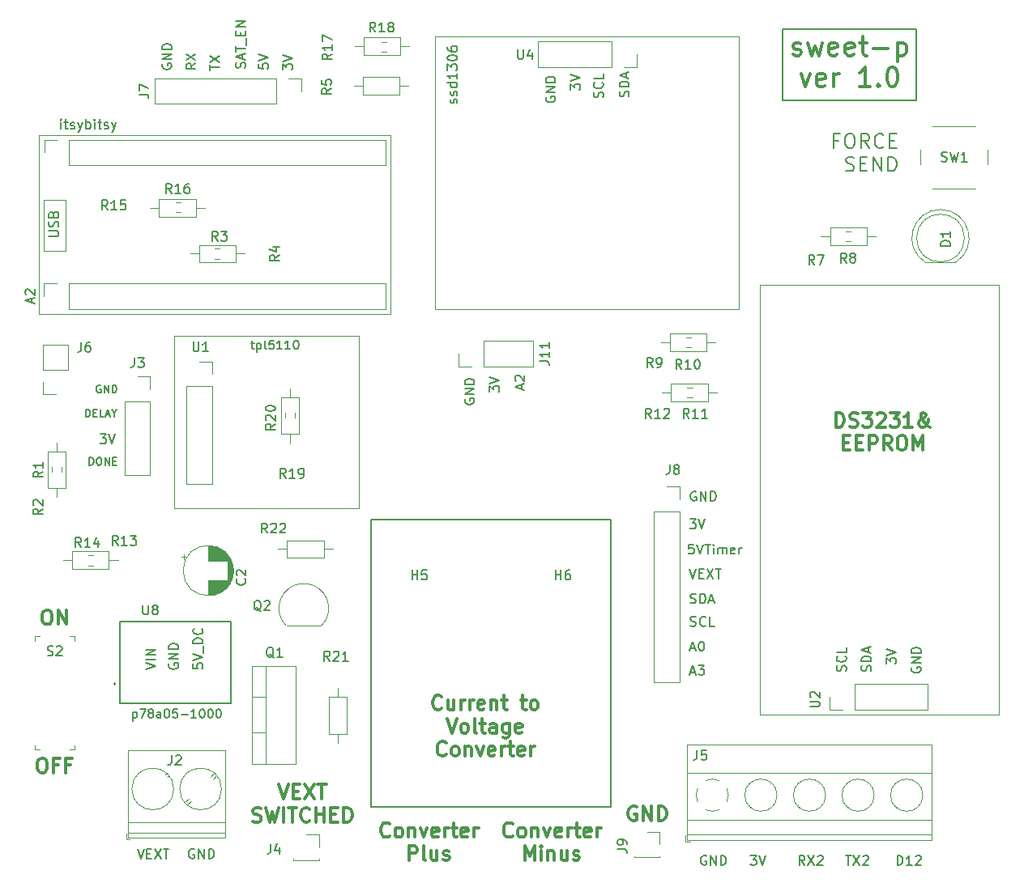
<source format=gbr>
%TF.GenerationSoftware,KiCad,Pcbnew,8.0.6-8.0.6-0~ubuntu24.04.1*%
%TF.CreationDate,2025-10-06T12:03:21-04:00*%
%TF.ProjectId,sweet-p,73776565-742d-4702-9e6b-696361645f70,rev?*%
%TF.SameCoordinates,Original*%
%TF.FileFunction,Legend,Top*%
%TF.FilePolarity,Positive*%
%FSLAX46Y46*%
G04 Gerber Fmt 4.6, Leading zero omitted, Abs format (unit mm)*
G04 Created by KiCad (PCBNEW 8.0.6-8.0.6-0~ubuntu24.04.1) date 2025-10-06 12:03:21*
%MOMM*%
%LPD*%
G01*
G04 APERTURE LIST*
%ADD10C,0.150000*%
%ADD11C,0.300000*%
%ADD12C,0.200000*%
%ADD13C,0.120000*%
%ADD14C,0.100000*%
%ADD15C,0.127000*%
G04 APERTURE END LIST*
D10*
X126472200Y-42360839D02*
X126519819Y-42217982D01*
X126519819Y-42217982D02*
X126519819Y-41979887D01*
X126519819Y-41979887D02*
X126472200Y-41884649D01*
X126472200Y-41884649D02*
X126424580Y-41837030D01*
X126424580Y-41837030D02*
X126329342Y-41789411D01*
X126329342Y-41789411D02*
X126234104Y-41789411D01*
X126234104Y-41789411D02*
X126138866Y-41837030D01*
X126138866Y-41837030D02*
X126091247Y-41884649D01*
X126091247Y-41884649D02*
X126043628Y-41979887D01*
X126043628Y-41979887D02*
X125996009Y-42170363D01*
X125996009Y-42170363D02*
X125948390Y-42265601D01*
X125948390Y-42265601D02*
X125900771Y-42313220D01*
X125900771Y-42313220D02*
X125805533Y-42360839D01*
X125805533Y-42360839D02*
X125710295Y-42360839D01*
X125710295Y-42360839D02*
X125615057Y-42313220D01*
X125615057Y-42313220D02*
X125567438Y-42265601D01*
X125567438Y-42265601D02*
X125519819Y-42170363D01*
X125519819Y-42170363D02*
X125519819Y-41932268D01*
X125519819Y-41932268D02*
X125567438Y-41789411D01*
X126519819Y-41360839D02*
X125519819Y-41360839D01*
X125519819Y-41360839D02*
X125519819Y-41122744D01*
X125519819Y-41122744D02*
X125567438Y-40979887D01*
X125567438Y-40979887D02*
X125662676Y-40884649D01*
X125662676Y-40884649D02*
X125757914Y-40837030D01*
X125757914Y-40837030D02*
X125948390Y-40789411D01*
X125948390Y-40789411D02*
X126091247Y-40789411D01*
X126091247Y-40789411D02*
X126281723Y-40837030D01*
X126281723Y-40837030D02*
X126376961Y-40884649D01*
X126376961Y-40884649D02*
X126472200Y-40979887D01*
X126472200Y-40979887D02*
X126519819Y-41122744D01*
X126519819Y-41122744D02*
X126519819Y-41360839D01*
X126234104Y-40408458D02*
X126234104Y-39932268D01*
X126519819Y-40503696D02*
X125519819Y-40170363D01*
X125519819Y-40170363D02*
X126519819Y-39837030D01*
X123772200Y-42460839D02*
X123819819Y-42317982D01*
X123819819Y-42317982D02*
X123819819Y-42079887D01*
X123819819Y-42079887D02*
X123772200Y-41984649D01*
X123772200Y-41984649D02*
X123724580Y-41937030D01*
X123724580Y-41937030D02*
X123629342Y-41889411D01*
X123629342Y-41889411D02*
X123534104Y-41889411D01*
X123534104Y-41889411D02*
X123438866Y-41937030D01*
X123438866Y-41937030D02*
X123391247Y-41984649D01*
X123391247Y-41984649D02*
X123343628Y-42079887D01*
X123343628Y-42079887D02*
X123296009Y-42270363D01*
X123296009Y-42270363D02*
X123248390Y-42365601D01*
X123248390Y-42365601D02*
X123200771Y-42413220D01*
X123200771Y-42413220D02*
X123105533Y-42460839D01*
X123105533Y-42460839D02*
X123010295Y-42460839D01*
X123010295Y-42460839D02*
X122915057Y-42413220D01*
X122915057Y-42413220D02*
X122867438Y-42365601D01*
X122867438Y-42365601D02*
X122819819Y-42270363D01*
X122819819Y-42270363D02*
X122819819Y-42032268D01*
X122819819Y-42032268D02*
X122867438Y-41889411D01*
X123724580Y-40889411D02*
X123772200Y-40937030D01*
X123772200Y-40937030D02*
X123819819Y-41079887D01*
X123819819Y-41079887D02*
X123819819Y-41175125D01*
X123819819Y-41175125D02*
X123772200Y-41317982D01*
X123772200Y-41317982D02*
X123676961Y-41413220D01*
X123676961Y-41413220D02*
X123581723Y-41460839D01*
X123581723Y-41460839D02*
X123391247Y-41508458D01*
X123391247Y-41508458D02*
X123248390Y-41508458D01*
X123248390Y-41508458D02*
X123057914Y-41460839D01*
X123057914Y-41460839D02*
X122962676Y-41413220D01*
X122962676Y-41413220D02*
X122867438Y-41317982D01*
X122867438Y-41317982D02*
X122819819Y-41175125D01*
X122819819Y-41175125D02*
X122819819Y-41079887D01*
X122819819Y-41079887D02*
X122867438Y-40937030D01*
X122867438Y-40937030D02*
X122915057Y-40889411D01*
X123819819Y-39984649D02*
X123819819Y-40460839D01*
X123819819Y-40460839D02*
X122819819Y-40460839D01*
X117867438Y-42389411D02*
X117819819Y-42484649D01*
X117819819Y-42484649D02*
X117819819Y-42627506D01*
X117819819Y-42627506D02*
X117867438Y-42770363D01*
X117867438Y-42770363D02*
X117962676Y-42865601D01*
X117962676Y-42865601D02*
X118057914Y-42913220D01*
X118057914Y-42913220D02*
X118248390Y-42960839D01*
X118248390Y-42960839D02*
X118391247Y-42960839D01*
X118391247Y-42960839D02*
X118581723Y-42913220D01*
X118581723Y-42913220D02*
X118676961Y-42865601D01*
X118676961Y-42865601D02*
X118772200Y-42770363D01*
X118772200Y-42770363D02*
X118819819Y-42627506D01*
X118819819Y-42627506D02*
X118819819Y-42532268D01*
X118819819Y-42532268D02*
X118772200Y-42389411D01*
X118772200Y-42389411D02*
X118724580Y-42341792D01*
X118724580Y-42341792D02*
X118391247Y-42341792D01*
X118391247Y-42341792D02*
X118391247Y-42532268D01*
X118819819Y-41913220D02*
X117819819Y-41913220D01*
X117819819Y-41913220D02*
X118819819Y-41341792D01*
X118819819Y-41341792D02*
X117819819Y-41341792D01*
X118819819Y-40865601D02*
X117819819Y-40865601D01*
X117819819Y-40865601D02*
X117819819Y-40627506D01*
X117819819Y-40627506D02*
X117867438Y-40484649D01*
X117867438Y-40484649D02*
X117962676Y-40389411D01*
X117962676Y-40389411D02*
X118057914Y-40341792D01*
X118057914Y-40341792D02*
X118248390Y-40294173D01*
X118248390Y-40294173D02*
X118391247Y-40294173D01*
X118391247Y-40294173D02*
X118581723Y-40341792D01*
X118581723Y-40341792D02*
X118676961Y-40389411D01*
X118676961Y-40389411D02*
X118772200Y-40484649D01*
X118772200Y-40484649D02*
X118819819Y-40627506D01*
X118819819Y-40627506D02*
X118819819Y-40865601D01*
X120419819Y-41658458D02*
X120419819Y-41039411D01*
X120419819Y-41039411D02*
X120800771Y-41372744D01*
X120800771Y-41372744D02*
X120800771Y-41229887D01*
X120800771Y-41229887D02*
X120848390Y-41134649D01*
X120848390Y-41134649D02*
X120896009Y-41087030D01*
X120896009Y-41087030D02*
X120991247Y-41039411D01*
X120991247Y-41039411D02*
X121229342Y-41039411D01*
X121229342Y-41039411D02*
X121324580Y-41087030D01*
X121324580Y-41087030D02*
X121372200Y-41134649D01*
X121372200Y-41134649D02*
X121419819Y-41229887D01*
X121419819Y-41229887D02*
X121419819Y-41515601D01*
X121419819Y-41515601D02*
X121372200Y-41610839D01*
X121372200Y-41610839D02*
X121324580Y-41658458D01*
X120419819Y-40753696D02*
X121419819Y-40420363D01*
X121419819Y-40420363D02*
X120419819Y-40087030D01*
X142550000Y-35350000D02*
X156550000Y-35350000D01*
X156550000Y-42800000D01*
X142550000Y-42800000D01*
X142550000Y-35350000D01*
D11*
X143695238Y-37974512D02*
X143885714Y-38069750D01*
X143885714Y-38069750D02*
X144266666Y-38069750D01*
X144266666Y-38069750D02*
X144457143Y-37974512D01*
X144457143Y-37974512D02*
X144552381Y-37784035D01*
X144552381Y-37784035D02*
X144552381Y-37688797D01*
X144552381Y-37688797D02*
X144457143Y-37498321D01*
X144457143Y-37498321D02*
X144266666Y-37403083D01*
X144266666Y-37403083D02*
X143980952Y-37403083D01*
X143980952Y-37403083D02*
X143790476Y-37307845D01*
X143790476Y-37307845D02*
X143695238Y-37117369D01*
X143695238Y-37117369D02*
X143695238Y-37022131D01*
X143695238Y-37022131D02*
X143790476Y-36831654D01*
X143790476Y-36831654D02*
X143980952Y-36736416D01*
X143980952Y-36736416D02*
X144266666Y-36736416D01*
X144266666Y-36736416D02*
X144457143Y-36831654D01*
X145219048Y-36736416D02*
X145600000Y-38069750D01*
X145600000Y-38069750D02*
X145980953Y-37117369D01*
X145980953Y-37117369D02*
X146361905Y-38069750D01*
X146361905Y-38069750D02*
X146742857Y-36736416D01*
X148266667Y-37974512D02*
X148076191Y-38069750D01*
X148076191Y-38069750D02*
X147695238Y-38069750D01*
X147695238Y-38069750D02*
X147504762Y-37974512D01*
X147504762Y-37974512D02*
X147409524Y-37784035D01*
X147409524Y-37784035D02*
X147409524Y-37022131D01*
X147409524Y-37022131D02*
X147504762Y-36831654D01*
X147504762Y-36831654D02*
X147695238Y-36736416D01*
X147695238Y-36736416D02*
X148076191Y-36736416D01*
X148076191Y-36736416D02*
X148266667Y-36831654D01*
X148266667Y-36831654D02*
X148361905Y-37022131D01*
X148361905Y-37022131D02*
X148361905Y-37212607D01*
X148361905Y-37212607D02*
X147409524Y-37403083D01*
X149980953Y-37974512D02*
X149790477Y-38069750D01*
X149790477Y-38069750D02*
X149409524Y-38069750D01*
X149409524Y-38069750D02*
X149219048Y-37974512D01*
X149219048Y-37974512D02*
X149123810Y-37784035D01*
X149123810Y-37784035D02*
X149123810Y-37022131D01*
X149123810Y-37022131D02*
X149219048Y-36831654D01*
X149219048Y-36831654D02*
X149409524Y-36736416D01*
X149409524Y-36736416D02*
X149790477Y-36736416D01*
X149790477Y-36736416D02*
X149980953Y-36831654D01*
X149980953Y-36831654D02*
X150076191Y-37022131D01*
X150076191Y-37022131D02*
X150076191Y-37212607D01*
X150076191Y-37212607D02*
X149123810Y-37403083D01*
X150647620Y-36736416D02*
X151409524Y-36736416D01*
X150933334Y-36069750D02*
X150933334Y-37784035D01*
X150933334Y-37784035D02*
X151028572Y-37974512D01*
X151028572Y-37974512D02*
X151219048Y-38069750D01*
X151219048Y-38069750D02*
X151409524Y-38069750D01*
X152076191Y-37307845D02*
X153600001Y-37307845D01*
X154552381Y-36736416D02*
X154552381Y-38736416D01*
X154552381Y-36831654D02*
X154742857Y-36736416D01*
X154742857Y-36736416D02*
X155123810Y-36736416D01*
X155123810Y-36736416D02*
X155314286Y-36831654D01*
X155314286Y-36831654D02*
X155409524Y-36926892D01*
X155409524Y-36926892D02*
X155504762Y-37117369D01*
X155504762Y-37117369D02*
X155504762Y-37688797D01*
X155504762Y-37688797D02*
X155409524Y-37879273D01*
X155409524Y-37879273D02*
X155314286Y-37974512D01*
X155314286Y-37974512D02*
X155123810Y-38069750D01*
X155123810Y-38069750D02*
X154742857Y-38069750D01*
X154742857Y-38069750D02*
X154552381Y-37974512D01*
X144504761Y-39956304D02*
X144980951Y-41289638D01*
X144980951Y-41289638D02*
X145457142Y-39956304D01*
X146980952Y-41194400D02*
X146790476Y-41289638D01*
X146790476Y-41289638D02*
X146409523Y-41289638D01*
X146409523Y-41289638D02*
X146219047Y-41194400D01*
X146219047Y-41194400D02*
X146123809Y-41003923D01*
X146123809Y-41003923D02*
X146123809Y-40242019D01*
X146123809Y-40242019D02*
X146219047Y-40051542D01*
X146219047Y-40051542D02*
X146409523Y-39956304D01*
X146409523Y-39956304D02*
X146790476Y-39956304D01*
X146790476Y-39956304D02*
X146980952Y-40051542D01*
X146980952Y-40051542D02*
X147076190Y-40242019D01*
X147076190Y-40242019D02*
X147076190Y-40432495D01*
X147076190Y-40432495D02*
X146123809Y-40622971D01*
X147933333Y-41289638D02*
X147933333Y-39956304D01*
X147933333Y-40337257D02*
X148028571Y-40146780D01*
X148028571Y-40146780D02*
X148123809Y-40051542D01*
X148123809Y-40051542D02*
X148314285Y-39956304D01*
X148314285Y-39956304D02*
X148504762Y-39956304D01*
X151742857Y-41289638D02*
X150600000Y-41289638D01*
X151171428Y-41289638D02*
X151171428Y-39289638D01*
X151171428Y-39289638D02*
X150980952Y-39575352D01*
X150980952Y-39575352D02*
X150790476Y-39765828D01*
X150790476Y-39765828D02*
X150600000Y-39861066D01*
X152600000Y-41099161D02*
X152695238Y-41194400D01*
X152695238Y-41194400D02*
X152600000Y-41289638D01*
X152600000Y-41289638D02*
X152504762Y-41194400D01*
X152504762Y-41194400D02*
X152600000Y-41099161D01*
X152600000Y-41099161D02*
X152600000Y-41289638D01*
X153933333Y-39289638D02*
X154123810Y-39289638D01*
X154123810Y-39289638D02*
X154314286Y-39384876D01*
X154314286Y-39384876D02*
X154409524Y-39480114D01*
X154409524Y-39480114D02*
X154504762Y-39670590D01*
X154504762Y-39670590D02*
X154600000Y-40051542D01*
X154600000Y-40051542D02*
X154600000Y-40527733D01*
X154600000Y-40527733D02*
X154504762Y-40908685D01*
X154504762Y-40908685D02*
X154409524Y-41099161D01*
X154409524Y-41099161D02*
X154314286Y-41194400D01*
X154314286Y-41194400D02*
X154123810Y-41289638D01*
X154123810Y-41289638D02*
X153933333Y-41289638D01*
X153933333Y-41289638D02*
X153742857Y-41194400D01*
X153742857Y-41194400D02*
X153647619Y-41099161D01*
X153647619Y-41099161D02*
X153552381Y-40908685D01*
X153552381Y-40908685D02*
X153457143Y-40527733D01*
X153457143Y-40527733D02*
X153457143Y-40051542D01*
X153457143Y-40051542D02*
X153552381Y-39670590D01*
X153552381Y-39670590D02*
X153647619Y-39480114D01*
X153647619Y-39480114D02*
X153742857Y-39384876D01*
X153742857Y-39384876D02*
X153933333Y-39289638D01*
D10*
X76019819Y-102256077D02*
X77019819Y-101922744D01*
X77019819Y-101922744D02*
X76019819Y-101589411D01*
X77019819Y-101256077D02*
X76019819Y-101256077D01*
X77019819Y-100779887D02*
X76019819Y-100779887D01*
X76019819Y-100779887D02*
X77019819Y-100208459D01*
X77019819Y-100208459D02*
X76019819Y-100208459D01*
X80969819Y-101687030D02*
X80969819Y-102163220D01*
X80969819Y-102163220D02*
X81446009Y-102210839D01*
X81446009Y-102210839D02*
X81398390Y-102163220D01*
X81398390Y-102163220D02*
X81350771Y-102067982D01*
X81350771Y-102067982D02*
X81350771Y-101829887D01*
X81350771Y-101829887D02*
X81398390Y-101734649D01*
X81398390Y-101734649D02*
X81446009Y-101687030D01*
X81446009Y-101687030D02*
X81541247Y-101639411D01*
X81541247Y-101639411D02*
X81779342Y-101639411D01*
X81779342Y-101639411D02*
X81874580Y-101687030D01*
X81874580Y-101687030D02*
X81922200Y-101734649D01*
X81922200Y-101734649D02*
X81969819Y-101829887D01*
X81969819Y-101829887D02*
X81969819Y-102067982D01*
X81969819Y-102067982D02*
X81922200Y-102163220D01*
X81922200Y-102163220D02*
X81874580Y-102210839D01*
X80969819Y-101353696D02*
X81969819Y-101020363D01*
X81969819Y-101020363D02*
X80969819Y-100687030D01*
X82065057Y-100591792D02*
X82065057Y-99829887D01*
X81969819Y-99591791D02*
X80969819Y-99591791D01*
X80969819Y-99591791D02*
X80969819Y-99353696D01*
X80969819Y-99353696D02*
X81017438Y-99210839D01*
X81017438Y-99210839D02*
X81112676Y-99115601D01*
X81112676Y-99115601D02*
X81207914Y-99067982D01*
X81207914Y-99067982D02*
X81398390Y-99020363D01*
X81398390Y-99020363D02*
X81541247Y-99020363D01*
X81541247Y-99020363D02*
X81731723Y-99067982D01*
X81731723Y-99067982D02*
X81826961Y-99115601D01*
X81826961Y-99115601D02*
X81922200Y-99210839D01*
X81922200Y-99210839D02*
X81969819Y-99353696D01*
X81969819Y-99353696D02*
X81969819Y-99591791D01*
X81874580Y-98020363D02*
X81922200Y-98067982D01*
X81922200Y-98067982D02*
X81969819Y-98210839D01*
X81969819Y-98210839D02*
X81969819Y-98306077D01*
X81969819Y-98306077D02*
X81922200Y-98448934D01*
X81922200Y-98448934D02*
X81826961Y-98544172D01*
X81826961Y-98544172D02*
X81731723Y-98591791D01*
X81731723Y-98591791D02*
X81541247Y-98639410D01*
X81541247Y-98639410D02*
X81398390Y-98639410D01*
X81398390Y-98639410D02*
X81207914Y-98591791D01*
X81207914Y-98591791D02*
X81112676Y-98544172D01*
X81112676Y-98544172D02*
X81017438Y-98448934D01*
X81017438Y-98448934D02*
X80969819Y-98306077D01*
X80969819Y-98306077D02*
X80969819Y-98210839D01*
X80969819Y-98210839D02*
X81017438Y-98067982D01*
X81017438Y-98067982D02*
X81065057Y-98020363D01*
X78467438Y-101689411D02*
X78419819Y-101784649D01*
X78419819Y-101784649D02*
X78419819Y-101927506D01*
X78419819Y-101927506D02*
X78467438Y-102070363D01*
X78467438Y-102070363D02*
X78562676Y-102165601D01*
X78562676Y-102165601D02*
X78657914Y-102213220D01*
X78657914Y-102213220D02*
X78848390Y-102260839D01*
X78848390Y-102260839D02*
X78991247Y-102260839D01*
X78991247Y-102260839D02*
X79181723Y-102213220D01*
X79181723Y-102213220D02*
X79276961Y-102165601D01*
X79276961Y-102165601D02*
X79372200Y-102070363D01*
X79372200Y-102070363D02*
X79419819Y-101927506D01*
X79419819Y-101927506D02*
X79419819Y-101832268D01*
X79419819Y-101832268D02*
X79372200Y-101689411D01*
X79372200Y-101689411D02*
X79324580Y-101641792D01*
X79324580Y-101641792D02*
X78991247Y-101641792D01*
X78991247Y-101641792D02*
X78991247Y-101832268D01*
X79419819Y-101213220D02*
X78419819Y-101213220D01*
X78419819Y-101213220D02*
X79419819Y-100641792D01*
X79419819Y-100641792D02*
X78419819Y-100641792D01*
X79419819Y-100165601D02*
X78419819Y-100165601D01*
X78419819Y-100165601D02*
X78419819Y-99927506D01*
X78419819Y-99927506D02*
X78467438Y-99784649D01*
X78467438Y-99784649D02*
X78562676Y-99689411D01*
X78562676Y-99689411D02*
X78657914Y-99641792D01*
X78657914Y-99641792D02*
X78848390Y-99594173D01*
X78848390Y-99594173D02*
X78991247Y-99594173D01*
X78991247Y-99594173D02*
X79181723Y-99641792D01*
X79181723Y-99641792D02*
X79276961Y-99689411D01*
X79276961Y-99689411D02*
X79372200Y-99784649D01*
X79372200Y-99784649D02*
X79419819Y-99927506D01*
X79419819Y-99927506D02*
X79419819Y-100165601D01*
D11*
X101492857Y-119693055D02*
X101421429Y-119764484D01*
X101421429Y-119764484D02*
X101207143Y-119835912D01*
X101207143Y-119835912D02*
X101064286Y-119835912D01*
X101064286Y-119835912D02*
X100850000Y-119764484D01*
X100850000Y-119764484D02*
X100707143Y-119621626D01*
X100707143Y-119621626D02*
X100635714Y-119478769D01*
X100635714Y-119478769D02*
X100564286Y-119193055D01*
X100564286Y-119193055D02*
X100564286Y-118978769D01*
X100564286Y-118978769D02*
X100635714Y-118693055D01*
X100635714Y-118693055D02*
X100707143Y-118550198D01*
X100707143Y-118550198D02*
X100850000Y-118407341D01*
X100850000Y-118407341D02*
X101064286Y-118335912D01*
X101064286Y-118335912D02*
X101207143Y-118335912D01*
X101207143Y-118335912D02*
X101421429Y-118407341D01*
X101421429Y-118407341D02*
X101492857Y-118478769D01*
X102350000Y-119835912D02*
X102207143Y-119764484D01*
X102207143Y-119764484D02*
X102135714Y-119693055D01*
X102135714Y-119693055D02*
X102064286Y-119550198D01*
X102064286Y-119550198D02*
X102064286Y-119121626D01*
X102064286Y-119121626D02*
X102135714Y-118978769D01*
X102135714Y-118978769D02*
X102207143Y-118907341D01*
X102207143Y-118907341D02*
X102350000Y-118835912D01*
X102350000Y-118835912D02*
X102564286Y-118835912D01*
X102564286Y-118835912D02*
X102707143Y-118907341D01*
X102707143Y-118907341D02*
X102778572Y-118978769D01*
X102778572Y-118978769D02*
X102850000Y-119121626D01*
X102850000Y-119121626D02*
X102850000Y-119550198D01*
X102850000Y-119550198D02*
X102778572Y-119693055D01*
X102778572Y-119693055D02*
X102707143Y-119764484D01*
X102707143Y-119764484D02*
X102564286Y-119835912D01*
X102564286Y-119835912D02*
X102350000Y-119835912D01*
X103492857Y-118835912D02*
X103492857Y-119835912D01*
X103492857Y-118978769D02*
X103564286Y-118907341D01*
X103564286Y-118907341D02*
X103707143Y-118835912D01*
X103707143Y-118835912D02*
X103921429Y-118835912D01*
X103921429Y-118835912D02*
X104064286Y-118907341D01*
X104064286Y-118907341D02*
X104135715Y-119050198D01*
X104135715Y-119050198D02*
X104135715Y-119835912D01*
X104707143Y-118835912D02*
X105064286Y-119835912D01*
X105064286Y-119835912D02*
X105421429Y-118835912D01*
X106564286Y-119764484D02*
X106421429Y-119835912D01*
X106421429Y-119835912D02*
X106135715Y-119835912D01*
X106135715Y-119835912D02*
X105992857Y-119764484D01*
X105992857Y-119764484D02*
X105921429Y-119621626D01*
X105921429Y-119621626D02*
X105921429Y-119050198D01*
X105921429Y-119050198D02*
X105992857Y-118907341D01*
X105992857Y-118907341D02*
X106135715Y-118835912D01*
X106135715Y-118835912D02*
X106421429Y-118835912D01*
X106421429Y-118835912D02*
X106564286Y-118907341D01*
X106564286Y-118907341D02*
X106635715Y-119050198D01*
X106635715Y-119050198D02*
X106635715Y-119193055D01*
X106635715Y-119193055D02*
X105921429Y-119335912D01*
X107278571Y-119835912D02*
X107278571Y-118835912D01*
X107278571Y-119121626D02*
X107350000Y-118978769D01*
X107350000Y-118978769D02*
X107421429Y-118907341D01*
X107421429Y-118907341D02*
X107564286Y-118835912D01*
X107564286Y-118835912D02*
X107707143Y-118835912D01*
X107992857Y-118835912D02*
X108564285Y-118835912D01*
X108207142Y-118335912D02*
X108207142Y-119621626D01*
X108207142Y-119621626D02*
X108278571Y-119764484D01*
X108278571Y-119764484D02*
X108421428Y-119835912D01*
X108421428Y-119835912D02*
X108564285Y-119835912D01*
X109635714Y-119764484D02*
X109492857Y-119835912D01*
X109492857Y-119835912D02*
X109207143Y-119835912D01*
X109207143Y-119835912D02*
X109064285Y-119764484D01*
X109064285Y-119764484D02*
X108992857Y-119621626D01*
X108992857Y-119621626D02*
X108992857Y-119050198D01*
X108992857Y-119050198D02*
X109064285Y-118907341D01*
X109064285Y-118907341D02*
X109207143Y-118835912D01*
X109207143Y-118835912D02*
X109492857Y-118835912D01*
X109492857Y-118835912D02*
X109635714Y-118907341D01*
X109635714Y-118907341D02*
X109707143Y-119050198D01*
X109707143Y-119050198D02*
X109707143Y-119193055D01*
X109707143Y-119193055D02*
X108992857Y-119335912D01*
X110349999Y-119835912D02*
X110349999Y-118835912D01*
X110349999Y-119121626D02*
X110421428Y-118978769D01*
X110421428Y-118978769D02*
X110492857Y-118907341D01*
X110492857Y-118907341D02*
X110635714Y-118835912D01*
X110635714Y-118835912D02*
X110778571Y-118835912D01*
X103528571Y-122250828D02*
X103528571Y-120750828D01*
X103528571Y-120750828D02*
X104100000Y-120750828D01*
X104100000Y-120750828D02*
X104242857Y-120822257D01*
X104242857Y-120822257D02*
X104314286Y-120893685D01*
X104314286Y-120893685D02*
X104385714Y-121036542D01*
X104385714Y-121036542D02*
X104385714Y-121250828D01*
X104385714Y-121250828D02*
X104314286Y-121393685D01*
X104314286Y-121393685D02*
X104242857Y-121465114D01*
X104242857Y-121465114D02*
X104100000Y-121536542D01*
X104100000Y-121536542D02*
X103528571Y-121536542D01*
X105242857Y-122250828D02*
X105100000Y-122179400D01*
X105100000Y-122179400D02*
X105028571Y-122036542D01*
X105028571Y-122036542D02*
X105028571Y-120750828D01*
X106457143Y-121250828D02*
X106457143Y-122250828D01*
X105814285Y-121250828D02*
X105814285Y-122036542D01*
X105814285Y-122036542D02*
X105885714Y-122179400D01*
X105885714Y-122179400D02*
X106028571Y-122250828D01*
X106028571Y-122250828D02*
X106242857Y-122250828D01*
X106242857Y-122250828D02*
X106385714Y-122179400D01*
X106385714Y-122179400D02*
X106457143Y-122107971D01*
X107100000Y-122179400D02*
X107242857Y-122250828D01*
X107242857Y-122250828D02*
X107528571Y-122250828D01*
X107528571Y-122250828D02*
X107671428Y-122179400D01*
X107671428Y-122179400D02*
X107742857Y-122036542D01*
X107742857Y-122036542D02*
X107742857Y-121965114D01*
X107742857Y-121965114D02*
X107671428Y-121822257D01*
X107671428Y-121822257D02*
X107528571Y-121750828D01*
X107528571Y-121750828D02*
X107314286Y-121750828D01*
X107314286Y-121750828D02*
X107171428Y-121679400D01*
X107171428Y-121679400D02*
X107100000Y-121536542D01*
X107100000Y-121536542D02*
X107100000Y-121465114D01*
X107100000Y-121465114D02*
X107171428Y-121322257D01*
X107171428Y-121322257D02*
X107314286Y-121250828D01*
X107314286Y-121250828D02*
X107528571Y-121250828D01*
X107528571Y-121250828D02*
X107671428Y-121322257D01*
X114342857Y-119693055D02*
X114271429Y-119764484D01*
X114271429Y-119764484D02*
X114057143Y-119835912D01*
X114057143Y-119835912D02*
X113914286Y-119835912D01*
X113914286Y-119835912D02*
X113700000Y-119764484D01*
X113700000Y-119764484D02*
X113557143Y-119621626D01*
X113557143Y-119621626D02*
X113485714Y-119478769D01*
X113485714Y-119478769D02*
X113414286Y-119193055D01*
X113414286Y-119193055D02*
X113414286Y-118978769D01*
X113414286Y-118978769D02*
X113485714Y-118693055D01*
X113485714Y-118693055D02*
X113557143Y-118550198D01*
X113557143Y-118550198D02*
X113700000Y-118407341D01*
X113700000Y-118407341D02*
X113914286Y-118335912D01*
X113914286Y-118335912D02*
X114057143Y-118335912D01*
X114057143Y-118335912D02*
X114271429Y-118407341D01*
X114271429Y-118407341D02*
X114342857Y-118478769D01*
X115200000Y-119835912D02*
X115057143Y-119764484D01*
X115057143Y-119764484D02*
X114985714Y-119693055D01*
X114985714Y-119693055D02*
X114914286Y-119550198D01*
X114914286Y-119550198D02*
X114914286Y-119121626D01*
X114914286Y-119121626D02*
X114985714Y-118978769D01*
X114985714Y-118978769D02*
X115057143Y-118907341D01*
X115057143Y-118907341D02*
X115200000Y-118835912D01*
X115200000Y-118835912D02*
X115414286Y-118835912D01*
X115414286Y-118835912D02*
X115557143Y-118907341D01*
X115557143Y-118907341D02*
X115628572Y-118978769D01*
X115628572Y-118978769D02*
X115700000Y-119121626D01*
X115700000Y-119121626D02*
X115700000Y-119550198D01*
X115700000Y-119550198D02*
X115628572Y-119693055D01*
X115628572Y-119693055D02*
X115557143Y-119764484D01*
X115557143Y-119764484D02*
X115414286Y-119835912D01*
X115414286Y-119835912D02*
X115200000Y-119835912D01*
X116342857Y-118835912D02*
X116342857Y-119835912D01*
X116342857Y-118978769D02*
X116414286Y-118907341D01*
X116414286Y-118907341D02*
X116557143Y-118835912D01*
X116557143Y-118835912D02*
X116771429Y-118835912D01*
X116771429Y-118835912D02*
X116914286Y-118907341D01*
X116914286Y-118907341D02*
X116985715Y-119050198D01*
X116985715Y-119050198D02*
X116985715Y-119835912D01*
X117557143Y-118835912D02*
X117914286Y-119835912D01*
X117914286Y-119835912D02*
X118271429Y-118835912D01*
X119414286Y-119764484D02*
X119271429Y-119835912D01*
X119271429Y-119835912D02*
X118985715Y-119835912D01*
X118985715Y-119835912D02*
X118842857Y-119764484D01*
X118842857Y-119764484D02*
X118771429Y-119621626D01*
X118771429Y-119621626D02*
X118771429Y-119050198D01*
X118771429Y-119050198D02*
X118842857Y-118907341D01*
X118842857Y-118907341D02*
X118985715Y-118835912D01*
X118985715Y-118835912D02*
X119271429Y-118835912D01*
X119271429Y-118835912D02*
X119414286Y-118907341D01*
X119414286Y-118907341D02*
X119485715Y-119050198D01*
X119485715Y-119050198D02*
X119485715Y-119193055D01*
X119485715Y-119193055D02*
X118771429Y-119335912D01*
X120128571Y-119835912D02*
X120128571Y-118835912D01*
X120128571Y-119121626D02*
X120200000Y-118978769D01*
X120200000Y-118978769D02*
X120271429Y-118907341D01*
X120271429Y-118907341D02*
X120414286Y-118835912D01*
X120414286Y-118835912D02*
X120557143Y-118835912D01*
X120842857Y-118835912D02*
X121414285Y-118835912D01*
X121057142Y-118335912D02*
X121057142Y-119621626D01*
X121057142Y-119621626D02*
X121128571Y-119764484D01*
X121128571Y-119764484D02*
X121271428Y-119835912D01*
X121271428Y-119835912D02*
X121414285Y-119835912D01*
X122485714Y-119764484D02*
X122342857Y-119835912D01*
X122342857Y-119835912D02*
X122057143Y-119835912D01*
X122057143Y-119835912D02*
X121914285Y-119764484D01*
X121914285Y-119764484D02*
X121842857Y-119621626D01*
X121842857Y-119621626D02*
X121842857Y-119050198D01*
X121842857Y-119050198D02*
X121914285Y-118907341D01*
X121914285Y-118907341D02*
X122057143Y-118835912D01*
X122057143Y-118835912D02*
X122342857Y-118835912D01*
X122342857Y-118835912D02*
X122485714Y-118907341D01*
X122485714Y-118907341D02*
X122557143Y-119050198D01*
X122557143Y-119050198D02*
X122557143Y-119193055D01*
X122557143Y-119193055D02*
X121842857Y-119335912D01*
X123199999Y-119835912D02*
X123199999Y-118835912D01*
X123199999Y-119121626D02*
X123271428Y-118978769D01*
X123271428Y-118978769D02*
X123342857Y-118907341D01*
X123342857Y-118907341D02*
X123485714Y-118835912D01*
X123485714Y-118835912D02*
X123628571Y-118835912D01*
X115628570Y-122250828D02*
X115628570Y-120750828D01*
X115628570Y-120750828D02*
X116128570Y-121822257D01*
X116128570Y-121822257D02*
X116628570Y-120750828D01*
X116628570Y-120750828D02*
X116628570Y-122250828D01*
X117342856Y-122250828D02*
X117342856Y-121250828D01*
X117342856Y-120750828D02*
X117271428Y-120822257D01*
X117271428Y-120822257D02*
X117342856Y-120893685D01*
X117342856Y-120893685D02*
X117414285Y-120822257D01*
X117414285Y-120822257D02*
X117342856Y-120750828D01*
X117342856Y-120750828D02*
X117342856Y-120893685D01*
X118057142Y-121250828D02*
X118057142Y-122250828D01*
X118057142Y-121393685D02*
X118128571Y-121322257D01*
X118128571Y-121322257D02*
X118271428Y-121250828D01*
X118271428Y-121250828D02*
X118485714Y-121250828D01*
X118485714Y-121250828D02*
X118628571Y-121322257D01*
X118628571Y-121322257D02*
X118700000Y-121465114D01*
X118700000Y-121465114D02*
X118700000Y-122250828D01*
X120057143Y-121250828D02*
X120057143Y-122250828D01*
X119414285Y-121250828D02*
X119414285Y-122036542D01*
X119414285Y-122036542D02*
X119485714Y-122179400D01*
X119485714Y-122179400D02*
X119628571Y-122250828D01*
X119628571Y-122250828D02*
X119842857Y-122250828D01*
X119842857Y-122250828D02*
X119985714Y-122179400D01*
X119985714Y-122179400D02*
X120057143Y-122107971D01*
X120700000Y-122179400D02*
X120842857Y-122250828D01*
X120842857Y-122250828D02*
X121128571Y-122250828D01*
X121128571Y-122250828D02*
X121271428Y-122179400D01*
X121271428Y-122179400D02*
X121342857Y-122036542D01*
X121342857Y-122036542D02*
X121342857Y-121965114D01*
X121342857Y-121965114D02*
X121271428Y-121822257D01*
X121271428Y-121822257D02*
X121128571Y-121750828D01*
X121128571Y-121750828D02*
X120914286Y-121750828D01*
X120914286Y-121750828D02*
X120771428Y-121679400D01*
X120771428Y-121679400D02*
X120700000Y-121536542D01*
X120700000Y-121536542D02*
X120700000Y-121465114D01*
X120700000Y-121465114D02*
X120771428Y-121322257D01*
X120771428Y-121322257D02*
X120914286Y-121250828D01*
X120914286Y-121250828D02*
X121128571Y-121250828D01*
X121128571Y-121250828D02*
X121271428Y-121322257D01*
D12*
X99600000Y-86650000D02*
X124600000Y-86650000D01*
X124600000Y-116650000D01*
X99600000Y-116650000D01*
X99600000Y-86650000D01*
D10*
X111949819Y-73258458D02*
X111949819Y-72639411D01*
X111949819Y-72639411D02*
X112330771Y-72972744D01*
X112330771Y-72972744D02*
X112330771Y-72829887D01*
X112330771Y-72829887D02*
X112378390Y-72734649D01*
X112378390Y-72734649D02*
X112426009Y-72687030D01*
X112426009Y-72687030D02*
X112521247Y-72639411D01*
X112521247Y-72639411D02*
X112759342Y-72639411D01*
X112759342Y-72639411D02*
X112854580Y-72687030D01*
X112854580Y-72687030D02*
X112902200Y-72734649D01*
X112902200Y-72734649D02*
X112949819Y-72829887D01*
X112949819Y-72829887D02*
X112949819Y-73115601D01*
X112949819Y-73115601D02*
X112902200Y-73210839D01*
X112902200Y-73210839D02*
X112854580Y-73258458D01*
X111949819Y-72353696D02*
X112949819Y-72020363D01*
X112949819Y-72020363D02*
X111949819Y-71687030D01*
X149172200Y-102460839D02*
X149219819Y-102317982D01*
X149219819Y-102317982D02*
X149219819Y-102079887D01*
X149219819Y-102079887D02*
X149172200Y-101984649D01*
X149172200Y-101984649D02*
X149124580Y-101937030D01*
X149124580Y-101937030D02*
X149029342Y-101889411D01*
X149029342Y-101889411D02*
X148934104Y-101889411D01*
X148934104Y-101889411D02*
X148838866Y-101937030D01*
X148838866Y-101937030D02*
X148791247Y-101984649D01*
X148791247Y-101984649D02*
X148743628Y-102079887D01*
X148743628Y-102079887D02*
X148696009Y-102270363D01*
X148696009Y-102270363D02*
X148648390Y-102365601D01*
X148648390Y-102365601D02*
X148600771Y-102413220D01*
X148600771Y-102413220D02*
X148505533Y-102460839D01*
X148505533Y-102460839D02*
X148410295Y-102460839D01*
X148410295Y-102460839D02*
X148315057Y-102413220D01*
X148315057Y-102413220D02*
X148267438Y-102365601D01*
X148267438Y-102365601D02*
X148219819Y-102270363D01*
X148219819Y-102270363D02*
X148219819Y-102032268D01*
X148219819Y-102032268D02*
X148267438Y-101889411D01*
X149124580Y-100889411D02*
X149172200Y-100937030D01*
X149172200Y-100937030D02*
X149219819Y-101079887D01*
X149219819Y-101079887D02*
X149219819Y-101175125D01*
X149219819Y-101175125D02*
X149172200Y-101317982D01*
X149172200Y-101317982D02*
X149076961Y-101413220D01*
X149076961Y-101413220D02*
X148981723Y-101460839D01*
X148981723Y-101460839D02*
X148791247Y-101508458D01*
X148791247Y-101508458D02*
X148648390Y-101508458D01*
X148648390Y-101508458D02*
X148457914Y-101460839D01*
X148457914Y-101460839D02*
X148362676Y-101413220D01*
X148362676Y-101413220D02*
X148267438Y-101317982D01*
X148267438Y-101317982D02*
X148219819Y-101175125D01*
X148219819Y-101175125D02*
X148219819Y-101079887D01*
X148219819Y-101079887D02*
X148267438Y-100937030D01*
X148267438Y-100937030D02*
X148315057Y-100889411D01*
X149219819Y-99984649D02*
X149219819Y-100460839D01*
X149219819Y-100460839D02*
X148219819Y-100460839D01*
X90319819Y-39558458D02*
X90319819Y-38939411D01*
X90319819Y-38939411D02*
X90700771Y-39272744D01*
X90700771Y-39272744D02*
X90700771Y-39129887D01*
X90700771Y-39129887D02*
X90748390Y-39034649D01*
X90748390Y-39034649D02*
X90796009Y-38987030D01*
X90796009Y-38987030D02*
X90891247Y-38939411D01*
X90891247Y-38939411D02*
X91129342Y-38939411D01*
X91129342Y-38939411D02*
X91224580Y-38987030D01*
X91224580Y-38987030D02*
X91272200Y-39034649D01*
X91272200Y-39034649D02*
X91319819Y-39129887D01*
X91319819Y-39129887D02*
X91319819Y-39415601D01*
X91319819Y-39415601D02*
X91272200Y-39510839D01*
X91272200Y-39510839D02*
X91224580Y-39558458D01*
X90319819Y-38653696D02*
X91319819Y-38320363D01*
X91319819Y-38320363D02*
X90319819Y-37987030D01*
X74664284Y-106758557D02*
X74664284Y-107658557D01*
X74664284Y-106801414D02*
X74749999Y-106758557D01*
X74749999Y-106758557D02*
X74921427Y-106758557D01*
X74921427Y-106758557D02*
X75007141Y-106801414D01*
X75007141Y-106801414D02*
X75049999Y-106844271D01*
X75049999Y-106844271D02*
X75092856Y-106929985D01*
X75092856Y-106929985D02*
X75092856Y-107187128D01*
X75092856Y-107187128D02*
X75049999Y-107272842D01*
X75049999Y-107272842D02*
X75007141Y-107315700D01*
X75007141Y-107315700D02*
X74921427Y-107358557D01*
X74921427Y-107358557D02*
X74749999Y-107358557D01*
X74749999Y-107358557D02*
X74664284Y-107315700D01*
X75392856Y-106458557D02*
X75992856Y-106458557D01*
X75992856Y-106458557D02*
X75607142Y-107358557D01*
X76464285Y-106844271D02*
X76378570Y-106801414D01*
X76378570Y-106801414D02*
X76335713Y-106758557D01*
X76335713Y-106758557D02*
X76292856Y-106672842D01*
X76292856Y-106672842D02*
X76292856Y-106629985D01*
X76292856Y-106629985D02*
X76335713Y-106544271D01*
X76335713Y-106544271D02*
X76378570Y-106501414D01*
X76378570Y-106501414D02*
X76464285Y-106458557D01*
X76464285Y-106458557D02*
X76635713Y-106458557D01*
X76635713Y-106458557D02*
X76721428Y-106501414D01*
X76721428Y-106501414D02*
X76764285Y-106544271D01*
X76764285Y-106544271D02*
X76807142Y-106629985D01*
X76807142Y-106629985D02*
X76807142Y-106672842D01*
X76807142Y-106672842D02*
X76764285Y-106758557D01*
X76764285Y-106758557D02*
X76721428Y-106801414D01*
X76721428Y-106801414D02*
X76635713Y-106844271D01*
X76635713Y-106844271D02*
X76464285Y-106844271D01*
X76464285Y-106844271D02*
X76378570Y-106887128D01*
X76378570Y-106887128D02*
X76335713Y-106929985D01*
X76335713Y-106929985D02*
X76292856Y-107015700D01*
X76292856Y-107015700D02*
X76292856Y-107187128D01*
X76292856Y-107187128D02*
X76335713Y-107272842D01*
X76335713Y-107272842D02*
X76378570Y-107315700D01*
X76378570Y-107315700D02*
X76464285Y-107358557D01*
X76464285Y-107358557D02*
X76635713Y-107358557D01*
X76635713Y-107358557D02*
X76721428Y-107315700D01*
X76721428Y-107315700D02*
X76764285Y-107272842D01*
X76764285Y-107272842D02*
X76807142Y-107187128D01*
X76807142Y-107187128D02*
X76807142Y-107015700D01*
X76807142Y-107015700D02*
X76764285Y-106929985D01*
X76764285Y-106929985D02*
X76721428Y-106887128D01*
X76721428Y-106887128D02*
X76635713Y-106844271D01*
X77578571Y-107358557D02*
X77578571Y-106887128D01*
X77578571Y-106887128D02*
X77535713Y-106801414D01*
X77535713Y-106801414D02*
X77449999Y-106758557D01*
X77449999Y-106758557D02*
X77278571Y-106758557D01*
X77278571Y-106758557D02*
X77192856Y-106801414D01*
X77578571Y-107315700D02*
X77492856Y-107358557D01*
X77492856Y-107358557D02*
X77278571Y-107358557D01*
X77278571Y-107358557D02*
X77192856Y-107315700D01*
X77192856Y-107315700D02*
X77149999Y-107229985D01*
X77149999Y-107229985D02*
X77149999Y-107144271D01*
X77149999Y-107144271D02*
X77192856Y-107058557D01*
X77192856Y-107058557D02*
X77278571Y-107015700D01*
X77278571Y-107015700D02*
X77492856Y-107015700D01*
X77492856Y-107015700D02*
X77578571Y-106972842D01*
X78178571Y-106458557D02*
X78264285Y-106458557D01*
X78264285Y-106458557D02*
X78349999Y-106501414D01*
X78349999Y-106501414D02*
X78392857Y-106544271D01*
X78392857Y-106544271D02*
X78435714Y-106629985D01*
X78435714Y-106629985D02*
X78478571Y-106801414D01*
X78478571Y-106801414D02*
X78478571Y-107015700D01*
X78478571Y-107015700D02*
X78435714Y-107187128D01*
X78435714Y-107187128D02*
X78392857Y-107272842D01*
X78392857Y-107272842D02*
X78349999Y-107315700D01*
X78349999Y-107315700D02*
X78264285Y-107358557D01*
X78264285Y-107358557D02*
X78178571Y-107358557D01*
X78178571Y-107358557D02*
X78092857Y-107315700D01*
X78092857Y-107315700D02*
X78049999Y-107272842D01*
X78049999Y-107272842D02*
X78007142Y-107187128D01*
X78007142Y-107187128D02*
X77964285Y-107015700D01*
X77964285Y-107015700D02*
X77964285Y-106801414D01*
X77964285Y-106801414D02*
X78007142Y-106629985D01*
X78007142Y-106629985D02*
X78049999Y-106544271D01*
X78049999Y-106544271D02*
X78092857Y-106501414D01*
X78092857Y-106501414D02*
X78178571Y-106458557D01*
X79292857Y-106458557D02*
X78864285Y-106458557D01*
X78864285Y-106458557D02*
X78821428Y-106887128D01*
X78821428Y-106887128D02*
X78864285Y-106844271D01*
X78864285Y-106844271D02*
X78950000Y-106801414D01*
X78950000Y-106801414D02*
X79164285Y-106801414D01*
X79164285Y-106801414D02*
X79250000Y-106844271D01*
X79250000Y-106844271D02*
X79292857Y-106887128D01*
X79292857Y-106887128D02*
X79335714Y-106972842D01*
X79335714Y-106972842D02*
X79335714Y-107187128D01*
X79335714Y-107187128D02*
X79292857Y-107272842D01*
X79292857Y-107272842D02*
X79250000Y-107315700D01*
X79250000Y-107315700D02*
X79164285Y-107358557D01*
X79164285Y-107358557D02*
X78950000Y-107358557D01*
X78950000Y-107358557D02*
X78864285Y-107315700D01*
X78864285Y-107315700D02*
X78821428Y-107272842D01*
X79721428Y-107015700D02*
X80407143Y-107015700D01*
X81307143Y-107358557D02*
X80792857Y-107358557D01*
X81050000Y-107358557D02*
X81050000Y-106458557D01*
X81050000Y-106458557D02*
X80964286Y-106587128D01*
X80964286Y-106587128D02*
X80878571Y-106672842D01*
X80878571Y-106672842D02*
X80792857Y-106715700D01*
X81864286Y-106458557D02*
X81950000Y-106458557D01*
X81950000Y-106458557D02*
X82035714Y-106501414D01*
X82035714Y-106501414D02*
X82078572Y-106544271D01*
X82078572Y-106544271D02*
X82121429Y-106629985D01*
X82121429Y-106629985D02*
X82164286Y-106801414D01*
X82164286Y-106801414D02*
X82164286Y-107015700D01*
X82164286Y-107015700D02*
X82121429Y-107187128D01*
X82121429Y-107187128D02*
X82078572Y-107272842D01*
X82078572Y-107272842D02*
X82035714Y-107315700D01*
X82035714Y-107315700D02*
X81950000Y-107358557D01*
X81950000Y-107358557D02*
X81864286Y-107358557D01*
X81864286Y-107358557D02*
X81778572Y-107315700D01*
X81778572Y-107315700D02*
X81735714Y-107272842D01*
X81735714Y-107272842D02*
X81692857Y-107187128D01*
X81692857Y-107187128D02*
X81650000Y-107015700D01*
X81650000Y-107015700D02*
X81650000Y-106801414D01*
X81650000Y-106801414D02*
X81692857Y-106629985D01*
X81692857Y-106629985D02*
X81735714Y-106544271D01*
X81735714Y-106544271D02*
X81778572Y-106501414D01*
X81778572Y-106501414D02*
X81864286Y-106458557D01*
X82721429Y-106458557D02*
X82807143Y-106458557D01*
X82807143Y-106458557D02*
X82892857Y-106501414D01*
X82892857Y-106501414D02*
X82935715Y-106544271D01*
X82935715Y-106544271D02*
X82978572Y-106629985D01*
X82978572Y-106629985D02*
X83021429Y-106801414D01*
X83021429Y-106801414D02*
X83021429Y-107015700D01*
X83021429Y-107015700D02*
X82978572Y-107187128D01*
X82978572Y-107187128D02*
X82935715Y-107272842D01*
X82935715Y-107272842D02*
X82892857Y-107315700D01*
X82892857Y-107315700D02*
X82807143Y-107358557D01*
X82807143Y-107358557D02*
X82721429Y-107358557D01*
X82721429Y-107358557D02*
X82635715Y-107315700D01*
X82635715Y-107315700D02*
X82592857Y-107272842D01*
X82592857Y-107272842D02*
X82550000Y-107187128D01*
X82550000Y-107187128D02*
X82507143Y-107015700D01*
X82507143Y-107015700D02*
X82507143Y-106801414D01*
X82507143Y-106801414D02*
X82550000Y-106629985D01*
X82550000Y-106629985D02*
X82592857Y-106544271D01*
X82592857Y-106544271D02*
X82635715Y-106501414D01*
X82635715Y-106501414D02*
X82721429Y-106458557D01*
X83578572Y-106458557D02*
X83664286Y-106458557D01*
X83664286Y-106458557D02*
X83750000Y-106501414D01*
X83750000Y-106501414D02*
X83792858Y-106544271D01*
X83792858Y-106544271D02*
X83835715Y-106629985D01*
X83835715Y-106629985D02*
X83878572Y-106801414D01*
X83878572Y-106801414D02*
X83878572Y-107015700D01*
X83878572Y-107015700D02*
X83835715Y-107187128D01*
X83835715Y-107187128D02*
X83792858Y-107272842D01*
X83792858Y-107272842D02*
X83750000Y-107315700D01*
X83750000Y-107315700D02*
X83664286Y-107358557D01*
X83664286Y-107358557D02*
X83578572Y-107358557D01*
X83578572Y-107358557D02*
X83492858Y-107315700D01*
X83492858Y-107315700D02*
X83450000Y-107272842D01*
X83450000Y-107272842D02*
X83407143Y-107187128D01*
X83407143Y-107187128D02*
X83364286Y-107015700D01*
X83364286Y-107015700D02*
X83364286Y-106801414D01*
X83364286Y-106801414D02*
X83407143Y-106629985D01*
X83407143Y-106629985D02*
X83450000Y-106544271D01*
X83450000Y-106544271D02*
X83492858Y-106501414D01*
X83492858Y-106501414D02*
X83578572Y-106458557D01*
X82719819Y-39606077D02*
X82719819Y-39034649D01*
X83719819Y-39320363D02*
X82719819Y-39320363D01*
X82719819Y-38796553D02*
X83719819Y-38129887D01*
X82719819Y-38129887D02*
X83719819Y-38796553D01*
X156067438Y-102089411D02*
X156019819Y-102184649D01*
X156019819Y-102184649D02*
X156019819Y-102327506D01*
X156019819Y-102327506D02*
X156067438Y-102470363D01*
X156067438Y-102470363D02*
X156162676Y-102565601D01*
X156162676Y-102565601D02*
X156257914Y-102613220D01*
X156257914Y-102613220D02*
X156448390Y-102660839D01*
X156448390Y-102660839D02*
X156591247Y-102660839D01*
X156591247Y-102660839D02*
X156781723Y-102613220D01*
X156781723Y-102613220D02*
X156876961Y-102565601D01*
X156876961Y-102565601D02*
X156972200Y-102470363D01*
X156972200Y-102470363D02*
X157019819Y-102327506D01*
X157019819Y-102327506D02*
X157019819Y-102232268D01*
X157019819Y-102232268D02*
X156972200Y-102089411D01*
X156972200Y-102089411D02*
X156924580Y-102041792D01*
X156924580Y-102041792D02*
X156591247Y-102041792D01*
X156591247Y-102041792D02*
X156591247Y-102232268D01*
X157019819Y-101613220D02*
X156019819Y-101613220D01*
X156019819Y-101613220D02*
X157019819Y-101041792D01*
X157019819Y-101041792D02*
X156019819Y-101041792D01*
X157019819Y-100565601D02*
X156019819Y-100565601D01*
X156019819Y-100565601D02*
X156019819Y-100327506D01*
X156019819Y-100327506D02*
X156067438Y-100184649D01*
X156067438Y-100184649D02*
X156162676Y-100089411D01*
X156162676Y-100089411D02*
X156257914Y-100041792D01*
X156257914Y-100041792D02*
X156448390Y-99994173D01*
X156448390Y-99994173D02*
X156591247Y-99994173D01*
X156591247Y-99994173D02*
X156781723Y-100041792D01*
X156781723Y-100041792D02*
X156876961Y-100089411D01*
X156876961Y-100089411D02*
X156972200Y-100184649D01*
X156972200Y-100184649D02*
X157019819Y-100327506D01*
X157019819Y-100327506D02*
X157019819Y-100565601D01*
X132843922Y-91769819D02*
X133177255Y-92769819D01*
X133177255Y-92769819D02*
X133510588Y-91769819D01*
X133843922Y-92246009D02*
X134177255Y-92246009D01*
X134320112Y-92769819D02*
X133843922Y-92769819D01*
X133843922Y-92769819D02*
X133843922Y-91769819D01*
X133843922Y-91769819D02*
X134320112Y-91769819D01*
X134653446Y-91769819D02*
X135320112Y-92769819D01*
X135320112Y-91769819D02*
X134653446Y-92769819D01*
X135558208Y-91769819D02*
X136129636Y-91769819D01*
X135843922Y-92769819D02*
X135843922Y-91769819D01*
D11*
X148157143Y-76935912D02*
X148157143Y-75435912D01*
X148157143Y-75435912D02*
X148514286Y-75435912D01*
X148514286Y-75435912D02*
X148728572Y-75507341D01*
X148728572Y-75507341D02*
X148871429Y-75650198D01*
X148871429Y-75650198D02*
X148942858Y-75793055D01*
X148942858Y-75793055D02*
X149014286Y-76078769D01*
X149014286Y-76078769D02*
X149014286Y-76293055D01*
X149014286Y-76293055D02*
X148942858Y-76578769D01*
X148942858Y-76578769D02*
X148871429Y-76721626D01*
X148871429Y-76721626D02*
X148728572Y-76864484D01*
X148728572Y-76864484D02*
X148514286Y-76935912D01*
X148514286Y-76935912D02*
X148157143Y-76935912D01*
X149585715Y-76864484D02*
X149800001Y-76935912D01*
X149800001Y-76935912D02*
X150157143Y-76935912D01*
X150157143Y-76935912D02*
X150300001Y-76864484D01*
X150300001Y-76864484D02*
X150371429Y-76793055D01*
X150371429Y-76793055D02*
X150442858Y-76650198D01*
X150442858Y-76650198D02*
X150442858Y-76507341D01*
X150442858Y-76507341D02*
X150371429Y-76364484D01*
X150371429Y-76364484D02*
X150300001Y-76293055D01*
X150300001Y-76293055D02*
X150157143Y-76221626D01*
X150157143Y-76221626D02*
X149871429Y-76150198D01*
X149871429Y-76150198D02*
X149728572Y-76078769D01*
X149728572Y-76078769D02*
X149657143Y-76007341D01*
X149657143Y-76007341D02*
X149585715Y-75864484D01*
X149585715Y-75864484D02*
X149585715Y-75721626D01*
X149585715Y-75721626D02*
X149657143Y-75578769D01*
X149657143Y-75578769D02*
X149728572Y-75507341D01*
X149728572Y-75507341D02*
X149871429Y-75435912D01*
X149871429Y-75435912D02*
X150228572Y-75435912D01*
X150228572Y-75435912D02*
X150442858Y-75507341D01*
X150942857Y-75435912D02*
X151871429Y-75435912D01*
X151871429Y-75435912D02*
X151371429Y-76007341D01*
X151371429Y-76007341D02*
X151585714Y-76007341D01*
X151585714Y-76007341D02*
X151728572Y-76078769D01*
X151728572Y-76078769D02*
X151800000Y-76150198D01*
X151800000Y-76150198D02*
X151871429Y-76293055D01*
X151871429Y-76293055D02*
X151871429Y-76650198D01*
X151871429Y-76650198D02*
X151800000Y-76793055D01*
X151800000Y-76793055D02*
X151728572Y-76864484D01*
X151728572Y-76864484D02*
X151585714Y-76935912D01*
X151585714Y-76935912D02*
X151157143Y-76935912D01*
X151157143Y-76935912D02*
X151014286Y-76864484D01*
X151014286Y-76864484D02*
X150942857Y-76793055D01*
X152442857Y-75578769D02*
X152514285Y-75507341D01*
X152514285Y-75507341D02*
X152657143Y-75435912D01*
X152657143Y-75435912D02*
X153014285Y-75435912D01*
X153014285Y-75435912D02*
X153157143Y-75507341D01*
X153157143Y-75507341D02*
X153228571Y-75578769D01*
X153228571Y-75578769D02*
X153300000Y-75721626D01*
X153300000Y-75721626D02*
X153300000Y-75864484D01*
X153300000Y-75864484D02*
X153228571Y-76078769D01*
X153228571Y-76078769D02*
X152371428Y-76935912D01*
X152371428Y-76935912D02*
X153300000Y-76935912D01*
X153799999Y-75435912D02*
X154728571Y-75435912D01*
X154728571Y-75435912D02*
X154228571Y-76007341D01*
X154228571Y-76007341D02*
X154442856Y-76007341D01*
X154442856Y-76007341D02*
X154585714Y-76078769D01*
X154585714Y-76078769D02*
X154657142Y-76150198D01*
X154657142Y-76150198D02*
X154728571Y-76293055D01*
X154728571Y-76293055D02*
X154728571Y-76650198D01*
X154728571Y-76650198D02*
X154657142Y-76793055D01*
X154657142Y-76793055D02*
X154585714Y-76864484D01*
X154585714Y-76864484D02*
X154442856Y-76935912D01*
X154442856Y-76935912D02*
X154014285Y-76935912D01*
X154014285Y-76935912D02*
X153871428Y-76864484D01*
X153871428Y-76864484D02*
X153799999Y-76793055D01*
X156157142Y-76935912D02*
X155299999Y-76935912D01*
X155728570Y-76935912D02*
X155728570Y-75435912D01*
X155728570Y-75435912D02*
X155585713Y-75650198D01*
X155585713Y-75650198D02*
X155442856Y-75793055D01*
X155442856Y-75793055D02*
X155299999Y-75864484D01*
X158014284Y-76935912D02*
X157942856Y-76935912D01*
X157942856Y-76935912D02*
X157799998Y-76864484D01*
X157799998Y-76864484D02*
X157585713Y-76650198D01*
X157585713Y-76650198D02*
X157228570Y-76221626D01*
X157228570Y-76221626D02*
X157085713Y-76007341D01*
X157085713Y-76007341D02*
X157014284Y-75793055D01*
X157014284Y-75793055D02*
X157014284Y-75650198D01*
X157014284Y-75650198D02*
X157085713Y-75507341D01*
X157085713Y-75507341D02*
X157228570Y-75435912D01*
X157228570Y-75435912D02*
X157299998Y-75435912D01*
X157299998Y-75435912D02*
X157442856Y-75507341D01*
X157442856Y-75507341D02*
X157514284Y-75650198D01*
X157514284Y-75650198D02*
X157514284Y-75721626D01*
X157514284Y-75721626D02*
X157442856Y-75864484D01*
X157442856Y-75864484D02*
X157371427Y-75935912D01*
X157371427Y-75935912D02*
X156942856Y-76221626D01*
X156942856Y-76221626D02*
X156871427Y-76293055D01*
X156871427Y-76293055D02*
X156799998Y-76435912D01*
X156799998Y-76435912D02*
X156799998Y-76650198D01*
X156799998Y-76650198D02*
X156871427Y-76793055D01*
X156871427Y-76793055D02*
X156942856Y-76864484D01*
X156942856Y-76864484D02*
X157085713Y-76935912D01*
X157085713Y-76935912D02*
X157299998Y-76935912D01*
X157299998Y-76935912D02*
X157442856Y-76864484D01*
X157442856Y-76864484D02*
X157514284Y-76793055D01*
X157514284Y-76793055D02*
X157728570Y-76507341D01*
X157728570Y-76507341D02*
X157799998Y-76293055D01*
X157799998Y-76293055D02*
X157799998Y-76150198D01*
X148907142Y-78565114D02*
X149407142Y-78565114D01*
X149621428Y-79350828D02*
X148907142Y-79350828D01*
X148907142Y-79350828D02*
X148907142Y-77850828D01*
X148907142Y-77850828D02*
X149621428Y-77850828D01*
X150264285Y-78565114D02*
X150764285Y-78565114D01*
X150978571Y-79350828D02*
X150264285Y-79350828D01*
X150264285Y-79350828D02*
X150264285Y-77850828D01*
X150264285Y-77850828D02*
X150978571Y-77850828D01*
X151621428Y-79350828D02*
X151621428Y-77850828D01*
X151621428Y-77850828D02*
X152192857Y-77850828D01*
X152192857Y-77850828D02*
X152335714Y-77922257D01*
X152335714Y-77922257D02*
X152407143Y-77993685D01*
X152407143Y-77993685D02*
X152478571Y-78136542D01*
X152478571Y-78136542D02*
X152478571Y-78350828D01*
X152478571Y-78350828D02*
X152407143Y-78493685D01*
X152407143Y-78493685D02*
X152335714Y-78565114D01*
X152335714Y-78565114D02*
X152192857Y-78636542D01*
X152192857Y-78636542D02*
X151621428Y-78636542D01*
X153978571Y-79350828D02*
X153478571Y-78636542D01*
X153121428Y-79350828D02*
X153121428Y-77850828D01*
X153121428Y-77850828D02*
X153692857Y-77850828D01*
X153692857Y-77850828D02*
X153835714Y-77922257D01*
X153835714Y-77922257D02*
X153907143Y-77993685D01*
X153907143Y-77993685D02*
X153978571Y-78136542D01*
X153978571Y-78136542D02*
X153978571Y-78350828D01*
X153978571Y-78350828D02*
X153907143Y-78493685D01*
X153907143Y-78493685D02*
X153835714Y-78565114D01*
X153835714Y-78565114D02*
X153692857Y-78636542D01*
X153692857Y-78636542D02*
X153121428Y-78636542D01*
X154907143Y-77850828D02*
X155192857Y-77850828D01*
X155192857Y-77850828D02*
X155335714Y-77922257D01*
X155335714Y-77922257D02*
X155478571Y-78065114D01*
X155478571Y-78065114D02*
X155550000Y-78350828D01*
X155550000Y-78350828D02*
X155550000Y-78850828D01*
X155550000Y-78850828D02*
X155478571Y-79136542D01*
X155478571Y-79136542D02*
X155335714Y-79279400D01*
X155335714Y-79279400D02*
X155192857Y-79350828D01*
X155192857Y-79350828D02*
X154907143Y-79350828D01*
X154907143Y-79350828D02*
X154764286Y-79279400D01*
X154764286Y-79279400D02*
X154621428Y-79136542D01*
X154621428Y-79136542D02*
X154550000Y-78850828D01*
X154550000Y-78850828D02*
X154550000Y-78350828D01*
X154550000Y-78350828D02*
X154621428Y-78065114D01*
X154621428Y-78065114D02*
X154764286Y-77922257D01*
X154764286Y-77922257D02*
X154907143Y-77850828D01*
X156192857Y-79350828D02*
X156192857Y-77850828D01*
X156192857Y-77850828D02*
X156692857Y-78922257D01*
X156692857Y-78922257D02*
X157192857Y-77850828D01*
X157192857Y-77850828D02*
X157192857Y-79350828D01*
D10*
X67156666Y-45739819D02*
X67156666Y-45073152D01*
X67156666Y-44739819D02*
X67109047Y-44787438D01*
X67109047Y-44787438D02*
X67156666Y-44835057D01*
X67156666Y-44835057D02*
X67204285Y-44787438D01*
X67204285Y-44787438D02*
X67156666Y-44739819D01*
X67156666Y-44739819D02*
X67156666Y-44835057D01*
X67489999Y-45073152D02*
X67870951Y-45073152D01*
X67632856Y-44739819D02*
X67632856Y-45596961D01*
X67632856Y-45596961D02*
X67680475Y-45692200D01*
X67680475Y-45692200D02*
X67775713Y-45739819D01*
X67775713Y-45739819D02*
X67870951Y-45739819D01*
X68156666Y-45692200D02*
X68251904Y-45739819D01*
X68251904Y-45739819D02*
X68442380Y-45739819D01*
X68442380Y-45739819D02*
X68537618Y-45692200D01*
X68537618Y-45692200D02*
X68585237Y-45596961D01*
X68585237Y-45596961D02*
X68585237Y-45549342D01*
X68585237Y-45549342D02*
X68537618Y-45454104D01*
X68537618Y-45454104D02*
X68442380Y-45406485D01*
X68442380Y-45406485D02*
X68299523Y-45406485D01*
X68299523Y-45406485D02*
X68204285Y-45358866D01*
X68204285Y-45358866D02*
X68156666Y-45263628D01*
X68156666Y-45263628D02*
X68156666Y-45216009D01*
X68156666Y-45216009D02*
X68204285Y-45120771D01*
X68204285Y-45120771D02*
X68299523Y-45073152D01*
X68299523Y-45073152D02*
X68442380Y-45073152D01*
X68442380Y-45073152D02*
X68537618Y-45120771D01*
X68918571Y-45073152D02*
X69156666Y-45739819D01*
X69394761Y-45073152D02*
X69156666Y-45739819D01*
X69156666Y-45739819D02*
X69061428Y-45977914D01*
X69061428Y-45977914D02*
X69013809Y-46025533D01*
X69013809Y-46025533D02*
X68918571Y-46073152D01*
X69775714Y-45739819D02*
X69775714Y-44739819D01*
X69775714Y-45120771D02*
X69870952Y-45073152D01*
X69870952Y-45073152D02*
X70061428Y-45073152D01*
X70061428Y-45073152D02*
X70156666Y-45120771D01*
X70156666Y-45120771D02*
X70204285Y-45168390D01*
X70204285Y-45168390D02*
X70251904Y-45263628D01*
X70251904Y-45263628D02*
X70251904Y-45549342D01*
X70251904Y-45549342D02*
X70204285Y-45644580D01*
X70204285Y-45644580D02*
X70156666Y-45692200D01*
X70156666Y-45692200D02*
X70061428Y-45739819D01*
X70061428Y-45739819D02*
X69870952Y-45739819D01*
X69870952Y-45739819D02*
X69775714Y-45692200D01*
X70680476Y-45739819D02*
X70680476Y-45073152D01*
X70680476Y-44739819D02*
X70632857Y-44787438D01*
X70632857Y-44787438D02*
X70680476Y-44835057D01*
X70680476Y-44835057D02*
X70728095Y-44787438D01*
X70728095Y-44787438D02*
X70680476Y-44739819D01*
X70680476Y-44739819D02*
X70680476Y-44835057D01*
X71013809Y-45073152D02*
X71394761Y-45073152D01*
X71156666Y-44739819D02*
X71156666Y-45596961D01*
X71156666Y-45596961D02*
X71204285Y-45692200D01*
X71204285Y-45692200D02*
X71299523Y-45739819D01*
X71299523Y-45739819D02*
X71394761Y-45739819D01*
X71680476Y-45692200D02*
X71775714Y-45739819D01*
X71775714Y-45739819D02*
X71966190Y-45739819D01*
X71966190Y-45739819D02*
X72061428Y-45692200D01*
X72061428Y-45692200D02*
X72109047Y-45596961D01*
X72109047Y-45596961D02*
X72109047Y-45549342D01*
X72109047Y-45549342D02*
X72061428Y-45454104D01*
X72061428Y-45454104D02*
X71966190Y-45406485D01*
X71966190Y-45406485D02*
X71823333Y-45406485D01*
X71823333Y-45406485D02*
X71728095Y-45358866D01*
X71728095Y-45358866D02*
X71680476Y-45263628D01*
X71680476Y-45263628D02*
X71680476Y-45216009D01*
X71680476Y-45216009D02*
X71728095Y-45120771D01*
X71728095Y-45120771D02*
X71823333Y-45073152D01*
X71823333Y-45073152D02*
X71966190Y-45073152D01*
X71966190Y-45073152D02*
X72061428Y-45120771D01*
X72442381Y-45073152D02*
X72680476Y-45739819D01*
X72918571Y-45073152D02*
X72680476Y-45739819D01*
X72680476Y-45739819D02*
X72585238Y-45977914D01*
X72585238Y-45977914D02*
X72537619Y-46025533D01*
X72537619Y-46025533D02*
X72442381Y-46073152D01*
X144878207Y-122769819D02*
X144544874Y-122293628D01*
X144306779Y-122769819D02*
X144306779Y-121769819D01*
X144306779Y-121769819D02*
X144687731Y-121769819D01*
X144687731Y-121769819D02*
X144782969Y-121817438D01*
X144782969Y-121817438D02*
X144830588Y-121865057D01*
X144830588Y-121865057D02*
X144878207Y-121960295D01*
X144878207Y-121960295D02*
X144878207Y-122103152D01*
X144878207Y-122103152D02*
X144830588Y-122198390D01*
X144830588Y-122198390D02*
X144782969Y-122246009D01*
X144782969Y-122246009D02*
X144687731Y-122293628D01*
X144687731Y-122293628D02*
X144306779Y-122293628D01*
X145211541Y-121769819D02*
X145878207Y-122769819D01*
X145878207Y-121769819D02*
X145211541Y-122769819D01*
X146211541Y-121865057D02*
X146259160Y-121817438D01*
X146259160Y-121817438D02*
X146354398Y-121769819D01*
X146354398Y-121769819D02*
X146592493Y-121769819D01*
X146592493Y-121769819D02*
X146687731Y-121817438D01*
X146687731Y-121817438D02*
X146735350Y-121865057D01*
X146735350Y-121865057D02*
X146782969Y-121960295D01*
X146782969Y-121960295D02*
X146782969Y-122055533D01*
X146782969Y-122055533D02*
X146735350Y-122198390D01*
X146735350Y-122198390D02*
X146163922Y-122769819D01*
X146163922Y-122769819D02*
X146782969Y-122769819D01*
X132891541Y-86569819D02*
X133510588Y-86569819D01*
X133510588Y-86569819D02*
X133177255Y-86950771D01*
X133177255Y-86950771D02*
X133320112Y-86950771D01*
X133320112Y-86950771D02*
X133415350Y-86998390D01*
X133415350Y-86998390D02*
X133462969Y-87046009D01*
X133462969Y-87046009D02*
X133510588Y-87141247D01*
X133510588Y-87141247D02*
X133510588Y-87379342D01*
X133510588Y-87379342D02*
X133462969Y-87474580D01*
X133462969Y-87474580D02*
X133415350Y-87522200D01*
X133415350Y-87522200D02*
X133320112Y-87569819D01*
X133320112Y-87569819D02*
X133034398Y-87569819D01*
X133034398Y-87569819D02*
X132939160Y-87522200D01*
X132939160Y-87522200D02*
X132891541Y-87474580D01*
X133796303Y-86569819D02*
X134129636Y-87569819D01*
X134129636Y-87569819D02*
X134462969Y-86569819D01*
X153419819Y-101708458D02*
X153419819Y-101089411D01*
X153419819Y-101089411D02*
X153800771Y-101422744D01*
X153800771Y-101422744D02*
X153800771Y-101279887D01*
X153800771Y-101279887D02*
X153848390Y-101184649D01*
X153848390Y-101184649D02*
X153896009Y-101137030D01*
X153896009Y-101137030D02*
X153991247Y-101089411D01*
X153991247Y-101089411D02*
X154229342Y-101089411D01*
X154229342Y-101089411D02*
X154324580Y-101137030D01*
X154324580Y-101137030D02*
X154372200Y-101184649D01*
X154372200Y-101184649D02*
X154419819Y-101279887D01*
X154419819Y-101279887D02*
X154419819Y-101565601D01*
X154419819Y-101565601D02*
X154372200Y-101660839D01*
X154372200Y-101660839D02*
X154324580Y-101708458D01*
X153419819Y-100803696D02*
X154419819Y-100470363D01*
X154419819Y-100470363D02*
X153419819Y-100137030D01*
D11*
X65571428Y-96078328D02*
X65857142Y-96078328D01*
X65857142Y-96078328D02*
X65999999Y-96149757D01*
X65999999Y-96149757D02*
X66142856Y-96292614D01*
X66142856Y-96292614D02*
X66214285Y-96578328D01*
X66214285Y-96578328D02*
X66214285Y-97078328D01*
X66214285Y-97078328D02*
X66142856Y-97364042D01*
X66142856Y-97364042D02*
X65999999Y-97506900D01*
X65999999Y-97506900D02*
X65857142Y-97578328D01*
X65857142Y-97578328D02*
X65571428Y-97578328D01*
X65571428Y-97578328D02*
X65428571Y-97506900D01*
X65428571Y-97506900D02*
X65285713Y-97364042D01*
X65285713Y-97364042D02*
X65214285Y-97078328D01*
X65214285Y-97078328D02*
X65214285Y-96578328D01*
X65214285Y-96578328D02*
X65285713Y-96292614D01*
X65285713Y-96292614D02*
X65428571Y-96149757D01*
X65428571Y-96149757D02*
X65571428Y-96078328D01*
X66857142Y-97578328D02*
X66857142Y-96078328D01*
X66857142Y-96078328D02*
X67714285Y-97578328D01*
X67714285Y-97578328D02*
X67714285Y-96078328D01*
D10*
X87819819Y-38937030D02*
X87819819Y-39413220D01*
X87819819Y-39413220D02*
X88296009Y-39460839D01*
X88296009Y-39460839D02*
X88248390Y-39413220D01*
X88248390Y-39413220D02*
X88200771Y-39317982D01*
X88200771Y-39317982D02*
X88200771Y-39079887D01*
X88200771Y-39079887D02*
X88248390Y-38984649D01*
X88248390Y-38984649D02*
X88296009Y-38937030D01*
X88296009Y-38937030D02*
X88391247Y-38889411D01*
X88391247Y-38889411D02*
X88629342Y-38889411D01*
X88629342Y-38889411D02*
X88724580Y-38937030D01*
X88724580Y-38937030D02*
X88772200Y-38984649D01*
X88772200Y-38984649D02*
X88819819Y-39079887D01*
X88819819Y-39079887D02*
X88819819Y-39317982D01*
X88819819Y-39317982D02*
X88772200Y-39413220D01*
X88772200Y-39413220D02*
X88724580Y-39460839D01*
X87819819Y-38603696D02*
X88819819Y-38270363D01*
X88819819Y-38270363D02*
X87819819Y-37937030D01*
D11*
X65071429Y-111578328D02*
X65357143Y-111578328D01*
X65357143Y-111578328D02*
X65500000Y-111649757D01*
X65500000Y-111649757D02*
X65642857Y-111792614D01*
X65642857Y-111792614D02*
X65714286Y-112078328D01*
X65714286Y-112078328D02*
X65714286Y-112578328D01*
X65714286Y-112578328D02*
X65642857Y-112864042D01*
X65642857Y-112864042D02*
X65500000Y-113006900D01*
X65500000Y-113006900D02*
X65357143Y-113078328D01*
X65357143Y-113078328D02*
X65071429Y-113078328D01*
X65071429Y-113078328D02*
X64928572Y-113006900D01*
X64928572Y-113006900D02*
X64785714Y-112864042D01*
X64785714Y-112864042D02*
X64714286Y-112578328D01*
X64714286Y-112578328D02*
X64714286Y-112078328D01*
X64714286Y-112078328D02*
X64785714Y-111792614D01*
X64785714Y-111792614D02*
X64928572Y-111649757D01*
X64928572Y-111649757D02*
X65071429Y-111578328D01*
X66857143Y-112292614D02*
X66357143Y-112292614D01*
X66357143Y-113078328D02*
X66357143Y-111578328D01*
X66357143Y-111578328D02*
X67071429Y-111578328D01*
X68142857Y-112292614D02*
X67642857Y-112292614D01*
X67642857Y-113078328D02*
X67642857Y-111578328D01*
X67642857Y-111578328D02*
X68357143Y-111578328D01*
D10*
X75143922Y-121069819D02*
X75477255Y-122069819D01*
X75477255Y-122069819D02*
X75810588Y-121069819D01*
X76143922Y-121546009D02*
X76477255Y-121546009D01*
X76620112Y-122069819D02*
X76143922Y-122069819D01*
X76143922Y-122069819D02*
X76143922Y-121069819D01*
X76143922Y-121069819D02*
X76620112Y-121069819D01*
X76953446Y-121069819D02*
X77620112Y-122069819D01*
X77620112Y-121069819D02*
X76953446Y-122069819D01*
X77858208Y-121069819D02*
X78429636Y-121069819D01*
X78143922Y-122069819D02*
X78143922Y-121069819D01*
X77767438Y-38939411D02*
X77719819Y-39034649D01*
X77719819Y-39034649D02*
X77719819Y-39177506D01*
X77719819Y-39177506D02*
X77767438Y-39320363D01*
X77767438Y-39320363D02*
X77862676Y-39415601D01*
X77862676Y-39415601D02*
X77957914Y-39463220D01*
X77957914Y-39463220D02*
X78148390Y-39510839D01*
X78148390Y-39510839D02*
X78291247Y-39510839D01*
X78291247Y-39510839D02*
X78481723Y-39463220D01*
X78481723Y-39463220D02*
X78576961Y-39415601D01*
X78576961Y-39415601D02*
X78672200Y-39320363D01*
X78672200Y-39320363D02*
X78719819Y-39177506D01*
X78719819Y-39177506D02*
X78719819Y-39082268D01*
X78719819Y-39082268D02*
X78672200Y-38939411D01*
X78672200Y-38939411D02*
X78624580Y-38891792D01*
X78624580Y-38891792D02*
X78291247Y-38891792D01*
X78291247Y-38891792D02*
X78291247Y-39082268D01*
X78719819Y-38463220D02*
X77719819Y-38463220D01*
X77719819Y-38463220D02*
X78719819Y-37891792D01*
X78719819Y-37891792D02*
X77719819Y-37891792D01*
X78719819Y-37415601D02*
X77719819Y-37415601D01*
X77719819Y-37415601D02*
X77719819Y-37177506D01*
X77719819Y-37177506D02*
X77767438Y-37034649D01*
X77767438Y-37034649D02*
X77862676Y-36939411D01*
X77862676Y-36939411D02*
X77957914Y-36891792D01*
X77957914Y-36891792D02*
X78148390Y-36844173D01*
X78148390Y-36844173D02*
X78291247Y-36844173D01*
X78291247Y-36844173D02*
X78481723Y-36891792D01*
X78481723Y-36891792D02*
X78576961Y-36939411D01*
X78576961Y-36939411D02*
X78672200Y-37034649D01*
X78672200Y-37034649D02*
X78719819Y-37177506D01*
X78719819Y-37177506D02*
X78719819Y-37415601D01*
X109397438Y-73989411D02*
X109349819Y-74084649D01*
X109349819Y-74084649D02*
X109349819Y-74227506D01*
X109349819Y-74227506D02*
X109397438Y-74370363D01*
X109397438Y-74370363D02*
X109492676Y-74465601D01*
X109492676Y-74465601D02*
X109587914Y-74513220D01*
X109587914Y-74513220D02*
X109778390Y-74560839D01*
X109778390Y-74560839D02*
X109921247Y-74560839D01*
X109921247Y-74560839D02*
X110111723Y-74513220D01*
X110111723Y-74513220D02*
X110206961Y-74465601D01*
X110206961Y-74465601D02*
X110302200Y-74370363D01*
X110302200Y-74370363D02*
X110349819Y-74227506D01*
X110349819Y-74227506D02*
X110349819Y-74132268D01*
X110349819Y-74132268D02*
X110302200Y-73989411D01*
X110302200Y-73989411D02*
X110254580Y-73941792D01*
X110254580Y-73941792D02*
X109921247Y-73941792D01*
X109921247Y-73941792D02*
X109921247Y-74132268D01*
X110349819Y-73513220D02*
X109349819Y-73513220D01*
X109349819Y-73513220D02*
X110349819Y-72941792D01*
X110349819Y-72941792D02*
X109349819Y-72941792D01*
X110349819Y-72465601D02*
X109349819Y-72465601D01*
X109349819Y-72465601D02*
X109349819Y-72227506D01*
X109349819Y-72227506D02*
X109397438Y-72084649D01*
X109397438Y-72084649D02*
X109492676Y-71989411D01*
X109492676Y-71989411D02*
X109587914Y-71941792D01*
X109587914Y-71941792D02*
X109778390Y-71894173D01*
X109778390Y-71894173D02*
X109921247Y-71894173D01*
X109921247Y-71894173D02*
X110111723Y-71941792D01*
X110111723Y-71941792D02*
X110206961Y-71989411D01*
X110206961Y-71989411D02*
X110302200Y-72084649D01*
X110302200Y-72084649D02*
X110349819Y-72227506D01*
X110349819Y-72227506D02*
X110349819Y-72465601D01*
X81060588Y-121117438D02*
X80965350Y-121069819D01*
X80965350Y-121069819D02*
X80822493Y-121069819D01*
X80822493Y-121069819D02*
X80679636Y-121117438D01*
X80679636Y-121117438D02*
X80584398Y-121212676D01*
X80584398Y-121212676D02*
X80536779Y-121307914D01*
X80536779Y-121307914D02*
X80489160Y-121498390D01*
X80489160Y-121498390D02*
X80489160Y-121641247D01*
X80489160Y-121641247D02*
X80536779Y-121831723D01*
X80536779Y-121831723D02*
X80584398Y-121926961D01*
X80584398Y-121926961D02*
X80679636Y-122022200D01*
X80679636Y-122022200D02*
X80822493Y-122069819D01*
X80822493Y-122069819D02*
X80917731Y-122069819D01*
X80917731Y-122069819D02*
X81060588Y-122022200D01*
X81060588Y-122022200D02*
X81108207Y-121974580D01*
X81108207Y-121974580D02*
X81108207Y-121641247D01*
X81108207Y-121641247D02*
X80917731Y-121641247D01*
X81536779Y-122069819D02*
X81536779Y-121069819D01*
X81536779Y-121069819D02*
X82108207Y-122069819D01*
X82108207Y-122069819D02*
X82108207Y-121069819D01*
X82584398Y-122069819D02*
X82584398Y-121069819D01*
X82584398Y-121069819D02*
X82822493Y-121069819D01*
X82822493Y-121069819D02*
X82965350Y-121117438D01*
X82965350Y-121117438D02*
X83060588Y-121212676D01*
X83060588Y-121212676D02*
X83108207Y-121307914D01*
X83108207Y-121307914D02*
X83155826Y-121498390D01*
X83155826Y-121498390D02*
X83155826Y-121641247D01*
X83155826Y-121641247D02*
X83108207Y-121831723D01*
X83108207Y-121831723D02*
X83060588Y-121926961D01*
X83060588Y-121926961D02*
X82965350Y-122022200D01*
X82965350Y-122022200D02*
X82822493Y-122069819D01*
X82822493Y-122069819D02*
X82584398Y-122069819D01*
X148394172Y-46957998D02*
X147894172Y-46957998D01*
X147894172Y-47743712D02*
X147894172Y-46243712D01*
X147894172Y-46243712D02*
X148608458Y-46243712D01*
X149465601Y-46243712D02*
X149751315Y-46243712D01*
X149751315Y-46243712D02*
X149894172Y-46315141D01*
X149894172Y-46315141D02*
X150037029Y-46457998D01*
X150037029Y-46457998D02*
X150108458Y-46743712D01*
X150108458Y-46743712D02*
X150108458Y-47243712D01*
X150108458Y-47243712D02*
X150037029Y-47529426D01*
X150037029Y-47529426D02*
X149894172Y-47672284D01*
X149894172Y-47672284D02*
X149751315Y-47743712D01*
X149751315Y-47743712D02*
X149465601Y-47743712D01*
X149465601Y-47743712D02*
X149322744Y-47672284D01*
X149322744Y-47672284D02*
X149179886Y-47529426D01*
X149179886Y-47529426D02*
X149108458Y-47243712D01*
X149108458Y-47243712D02*
X149108458Y-46743712D01*
X149108458Y-46743712D02*
X149179886Y-46457998D01*
X149179886Y-46457998D02*
X149322744Y-46315141D01*
X149322744Y-46315141D02*
X149465601Y-46243712D01*
X151608458Y-47743712D02*
X151108458Y-47029426D01*
X150751315Y-47743712D02*
X150751315Y-46243712D01*
X150751315Y-46243712D02*
X151322744Y-46243712D01*
X151322744Y-46243712D02*
X151465601Y-46315141D01*
X151465601Y-46315141D02*
X151537030Y-46386569D01*
X151537030Y-46386569D02*
X151608458Y-46529426D01*
X151608458Y-46529426D02*
X151608458Y-46743712D01*
X151608458Y-46743712D02*
X151537030Y-46886569D01*
X151537030Y-46886569D02*
X151465601Y-46957998D01*
X151465601Y-46957998D02*
X151322744Y-47029426D01*
X151322744Y-47029426D02*
X150751315Y-47029426D01*
X153108458Y-47600855D02*
X153037030Y-47672284D01*
X153037030Y-47672284D02*
X152822744Y-47743712D01*
X152822744Y-47743712D02*
X152679887Y-47743712D01*
X152679887Y-47743712D02*
X152465601Y-47672284D01*
X152465601Y-47672284D02*
X152322744Y-47529426D01*
X152322744Y-47529426D02*
X152251315Y-47386569D01*
X152251315Y-47386569D02*
X152179887Y-47100855D01*
X152179887Y-47100855D02*
X152179887Y-46886569D01*
X152179887Y-46886569D02*
X152251315Y-46600855D01*
X152251315Y-46600855D02*
X152322744Y-46457998D01*
X152322744Y-46457998D02*
X152465601Y-46315141D01*
X152465601Y-46315141D02*
X152679887Y-46243712D01*
X152679887Y-46243712D02*
X152822744Y-46243712D01*
X152822744Y-46243712D02*
X153037030Y-46315141D01*
X153037030Y-46315141D02*
X153108458Y-46386569D01*
X153751315Y-46957998D02*
X154251315Y-46957998D01*
X154465601Y-47743712D02*
X153751315Y-47743712D01*
X153751315Y-47743712D02*
X153751315Y-46243712D01*
X153751315Y-46243712D02*
X154465601Y-46243712D01*
X149179887Y-50087200D02*
X149394173Y-50158628D01*
X149394173Y-50158628D02*
X149751315Y-50158628D01*
X149751315Y-50158628D02*
X149894173Y-50087200D01*
X149894173Y-50087200D02*
X149965601Y-50015771D01*
X149965601Y-50015771D02*
X150037030Y-49872914D01*
X150037030Y-49872914D02*
X150037030Y-49730057D01*
X150037030Y-49730057D02*
X149965601Y-49587200D01*
X149965601Y-49587200D02*
X149894173Y-49515771D01*
X149894173Y-49515771D02*
X149751315Y-49444342D01*
X149751315Y-49444342D02*
X149465601Y-49372914D01*
X149465601Y-49372914D02*
X149322744Y-49301485D01*
X149322744Y-49301485D02*
X149251315Y-49230057D01*
X149251315Y-49230057D02*
X149179887Y-49087200D01*
X149179887Y-49087200D02*
X149179887Y-48944342D01*
X149179887Y-48944342D02*
X149251315Y-48801485D01*
X149251315Y-48801485D02*
X149322744Y-48730057D01*
X149322744Y-48730057D02*
X149465601Y-48658628D01*
X149465601Y-48658628D02*
X149822744Y-48658628D01*
X149822744Y-48658628D02*
X150037030Y-48730057D01*
X150679886Y-49372914D02*
X151179886Y-49372914D01*
X151394172Y-50158628D02*
X150679886Y-50158628D01*
X150679886Y-50158628D02*
X150679886Y-48658628D01*
X150679886Y-48658628D02*
X151394172Y-48658628D01*
X152037029Y-50158628D02*
X152037029Y-48658628D01*
X152037029Y-48658628D02*
X152894172Y-50158628D01*
X152894172Y-50158628D02*
X152894172Y-48658628D01*
X153608458Y-50158628D02*
X153608458Y-48658628D01*
X153608458Y-48658628D02*
X153965601Y-48658628D01*
X153965601Y-48658628D02*
X154179887Y-48730057D01*
X154179887Y-48730057D02*
X154322744Y-48872914D01*
X154322744Y-48872914D02*
X154394173Y-49015771D01*
X154394173Y-49015771D02*
X154465601Y-49301485D01*
X154465601Y-49301485D02*
X154465601Y-49515771D01*
X154465601Y-49515771D02*
X154394173Y-49801485D01*
X154394173Y-49801485D02*
X154322744Y-49944342D01*
X154322744Y-49944342D02*
X154179887Y-50087200D01*
X154179887Y-50087200D02*
X153965601Y-50158628D01*
X153965601Y-50158628D02*
X153608458Y-50158628D01*
X132939160Y-97722200D02*
X133082017Y-97769819D01*
X133082017Y-97769819D02*
X133320112Y-97769819D01*
X133320112Y-97769819D02*
X133415350Y-97722200D01*
X133415350Y-97722200D02*
X133462969Y-97674580D01*
X133462969Y-97674580D02*
X133510588Y-97579342D01*
X133510588Y-97579342D02*
X133510588Y-97484104D01*
X133510588Y-97484104D02*
X133462969Y-97388866D01*
X133462969Y-97388866D02*
X133415350Y-97341247D01*
X133415350Y-97341247D02*
X133320112Y-97293628D01*
X133320112Y-97293628D02*
X133129636Y-97246009D01*
X133129636Y-97246009D02*
X133034398Y-97198390D01*
X133034398Y-97198390D02*
X132986779Y-97150771D01*
X132986779Y-97150771D02*
X132939160Y-97055533D01*
X132939160Y-97055533D02*
X132939160Y-96960295D01*
X132939160Y-96960295D02*
X132986779Y-96865057D01*
X132986779Y-96865057D02*
X133034398Y-96817438D01*
X133034398Y-96817438D02*
X133129636Y-96769819D01*
X133129636Y-96769819D02*
X133367731Y-96769819D01*
X133367731Y-96769819D02*
X133510588Y-96817438D01*
X134510588Y-97674580D02*
X134462969Y-97722200D01*
X134462969Y-97722200D02*
X134320112Y-97769819D01*
X134320112Y-97769819D02*
X134224874Y-97769819D01*
X134224874Y-97769819D02*
X134082017Y-97722200D01*
X134082017Y-97722200D02*
X133986779Y-97626961D01*
X133986779Y-97626961D02*
X133939160Y-97531723D01*
X133939160Y-97531723D02*
X133891541Y-97341247D01*
X133891541Y-97341247D02*
X133891541Y-97198390D01*
X133891541Y-97198390D02*
X133939160Y-97007914D01*
X133939160Y-97007914D02*
X133986779Y-96912676D01*
X133986779Y-96912676D02*
X134082017Y-96817438D01*
X134082017Y-96817438D02*
X134224874Y-96769819D01*
X134224874Y-96769819D02*
X134320112Y-96769819D01*
X134320112Y-96769819D02*
X134462969Y-96817438D01*
X134462969Y-96817438D02*
X134510588Y-96865057D01*
X135415350Y-97769819D02*
X134939160Y-97769819D01*
X134939160Y-97769819D02*
X134939160Y-96769819D01*
X133262969Y-89209819D02*
X132786779Y-89209819D01*
X132786779Y-89209819D02*
X132739160Y-89686009D01*
X132739160Y-89686009D02*
X132786779Y-89638390D01*
X132786779Y-89638390D02*
X132882017Y-89590771D01*
X132882017Y-89590771D02*
X133120112Y-89590771D01*
X133120112Y-89590771D02*
X133215350Y-89638390D01*
X133215350Y-89638390D02*
X133262969Y-89686009D01*
X133262969Y-89686009D02*
X133310588Y-89781247D01*
X133310588Y-89781247D02*
X133310588Y-90019342D01*
X133310588Y-90019342D02*
X133262969Y-90114580D01*
X133262969Y-90114580D02*
X133215350Y-90162200D01*
X133215350Y-90162200D02*
X133120112Y-90209819D01*
X133120112Y-90209819D02*
X132882017Y-90209819D01*
X132882017Y-90209819D02*
X132786779Y-90162200D01*
X132786779Y-90162200D02*
X132739160Y-90114580D01*
X133596303Y-89209819D02*
X133929636Y-90209819D01*
X133929636Y-90209819D02*
X134262969Y-89209819D01*
X134453446Y-89209819D02*
X135024874Y-89209819D01*
X134739160Y-90209819D02*
X134739160Y-89209819D01*
X135358208Y-90209819D02*
X135358208Y-89543152D01*
X135358208Y-89209819D02*
X135310589Y-89257438D01*
X135310589Y-89257438D02*
X135358208Y-89305057D01*
X135358208Y-89305057D02*
X135405827Y-89257438D01*
X135405827Y-89257438D02*
X135358208Y-89209819D01*
X135358208Y-89209819D02*
X135358208Y-89305057D01*
X135834398Y-90209819D02*
X135834398Y-89543152D01*
X135834398Y-89638390D02*
X135882017Y-89590771D01*
X135882017Y-89590771D02*
X135977255Y-89543152D01*
X135977255Y-89543152D02*
X136120112Y-89543152D01*
X136120112Y-89543152D02*
X136215350Y-89590771D01*
X136215350Y-89590771D02*
X136262969Y-89686009D01*
X136262969Y-89686009D02*
X136262969Y-90209819D01*
X136262969Y-89686009D02*
X136310588Y-89590771D01*
X136310588Y-89590771D02*
X136405826Y-89543152D01*
X136405826Y-89543152D02*
X136548683Y-89543152D01*
X136548683Y-89543152D02*
X136643922Y-89590771D01*
X136643922Y-89590771D02*
X136691541Y-89686009D01*
X136691541Y-89686009D02*
X136691541Y-90209819D01*
X137548683Y-90162200D02*
X137453445Y-90209819D01*
X137453445Y-90209819D02*
X137262969Y-90209819D01*
X137262969Y-90209819D02*
X137167731Y-90162200D01*
X137167731Y-90162200D02*
X137120112Y-90066961D01*
X137120112Y-90066961D02*
X137120112Y-89686009D01*
X137120112Y-89686009D02*
X137167731Y-89590771D01*
X137167731Y-89590771D02*
X137262969Y-89543152D01*
X137262969Y-89543152D02*
X137453445Y-89543152D01*
X137453445Y-89543152D02*
X137548683Y-89590771D01*
X137548683Y-89590771D02*
X137596302Y-89686009D01*
X137596302Y-89686009D02*
X137596302Y-89781247D01*
X137596302Y-89781247D02*
X137120112Y-89876485D01*
X138024874Y-90209819D02*
X138024874Y-89543152D01*
X138024874Y-89733628D02*
X138072493Y-89638390D01*
X138072493Y-89638390D02*
X138120112Y-89590771D01*
X138120112Y-89590771D02*
X138215350Y-89543152D01*
X138215350Y-89543152D02*
X138310588Y-89543152D01*
X115314104Y-72960839D02*
X115314104Y-72484649D01*
X115599819Y-73056077D02*
X114599819Y-72722744D01*
X114599819Y-72722744D02*
X115599819Y-72389411D01*
X114695057Y-72103696D02*
X114647438Y-72056077D01*
X114647438Y-72056077D02*
X114599819Y-71960839D01*
X114599819Y-71960839D02*
X114599819Y-71722744D01*
X114599819Y-71722744D02*
X114647438Y-71627506D01*
X114647438Y-71627506D02*
X114695057Y-71579887D01*
X114695057Y-71579887D02*
X114790295Y-71532268D01*
X114790295Y-71532268D02*
X114885533Y-71532268D01*
X114885533Y-71532268D02*
X115028390Y-71579887D01*
X115028390Y-71579887D02*
X115599819Y-72151315D01*
X115599819Y-72151315D02*
X115599819Y-71532268D01*
X132939160Y-100084104D02*
X133415350Y-100084104D01*
X132843922Y-100369819D02*
X133177255Y-99369819D01*
X133177255Y-99369819D02*
X133510588Y-100369819D01*
X134034398Y-99369819D02*
X134129636Y-99369819D01*
X134129636Y-99369819D02*
X134224874Y-99417438D01*
X134224874Y-99417438D02*
X134272493Y-99465057D01*
X134272493Y-99465057D02*
X134320112Y-99560295D01*
X134320112Y-99560295D02*
X134367731Y-99750771D01*
X134367731Y-99750771D02*
X134367731Y-99988866D01*
X134367731Y-99988866D02*
X134320112Y-100179342D01*
X134320112Y-100179342D02*
X134272493Y-100274580D01*
X134272493Y-100274580D02*
X134224874Y-100322200D01*
X134224874Y-100322200D02*
X134129636Y-100369819D01*
X134129636Y-100369819D02*
X134034398Y-100369819D01*
X134034398Y-100369819D02*
X133939160Y-100322200D01*
X133939160Y-100322200D02*
X133891541Y-100274580D01*
X133891541Y-100274580D02*
X133843922Y-100179342D01*
X133843922Y-100179342D02*
X133796303Y-99988866D01*
X133796303Y-99988866D02*
X133796303Y-99750771D01*
X133796303Y-99750771D02*
X133843922Y-99560295D01*
X133843922Y-99560295D02*
X133891541Y-99465057D01*
X133891541Y-99465057D02*
X133939160Y-99417438D01*
X133939160Y-99417438D02*
X134034398Y-99369819D01*
X86372200Y-39360839D02*
X86419819Y-39217982D01*
X86419819Y-39217982D02*
X86419819Y-38979887D01*
X86419819Y-38979887D02*
X86372200Y-38884649D01*
X86372200Y-38884649D02*
X86324580Y-38837030D01*
X86324580Y-38837030D02*
X86229342Y-38789411D01*
X86229342Y-38789411D02*
X86134104Y-38789411D01*
X86134104Y-38789411D02*
X86038866Y-38837030D01*
X86038866Y-38837030D02*
X85991247Y-38884649D01*
X85991247Y-38884649D02*
X85943628Y-38979887D01*
X85943628Y-38979887D02*
X85896009Y-39170363D01*
X85896009Y-39170363D02*
X85848390Y-39265601D01*
X85848390Y-39265601D02*
X85800771Y-39313220D01*
X85800771Y-39313220D02*
X85705533Y-39360839D01*
X85705533Y-39360839D02*
X85610295Y-39360839D01*
X85610295Y-39360839D02*
X85515057Y-39313220D01*
X85515057Y-39313220D02*
X85467438Y-39265601D01*
X85467438Y-39265601D02*
X85419819Y-39170363D01*
X85419819Y-39170363D02*
X85419819Y-38932268D01*
X85419819Y-38932268D02*
X85467438Y-38789411D01*
X86134104Y-38408458D02*
X86134104Y-37932268D01*
X86419819Y-38503696D02*
X85419819Y-38170363D01*
X85419819Y-38170363D02*
X86419819Y-37837030D01*
X85419819Y-37646553D02*
X85419819Y-37075125D01*
X86419819Y-37360839D02*
X85419819Y-37360839D01*
X86515057Y-36979887D02*
X86515057Y-36217982D01*
X85896009Y-35979886D02*
X85896009Y-35646553D01*
X86419819Y-35503696D02*
X86419819Y-35979886D01*
X86419819Y-35979886D02*
X85419819Y-35979886D01*
X85419819Y-35979886D02*
X85419819Y-35503696D01*
X86419819Y-35075124D02*
X85419819Y-35075124D01*
X85419819Y-35075124D02*
X86419819Y-34503696D01*
X86419819Y-34503696D02*
X85419819Y-34503696D01*
X133510588Y-83717438D02*
X133415350Y-83669819D01*
X133415350Y-83669819D02*
X133272493Y-83669819D01*
X133272493Y-83669819D02*
X133129636Y-83717438D01*
X133129636Y-83717438D02*
X133034398Y-83812676D01*
X133034398Y-83812676D02*
X132986779Y-83907914D01*
X132986779Y-83907914D02*
X132939160Y-84098390D01*
X132939160Y-84098390D02*
X132939160Y-84241247D01*
X132939160Y-84241247D02*
X132986779Y-84431723D01*
X132986779Y-84431723D02*
X133034398Y-84526961D01*
X133034398Y-84526961D02*
X133129636Y-84622200D01*
X133129636Y-84622200D02*
X133272493Y-84669819D01*
X133272493Y-84669819D02*
X133367731Y-84669819D01*
X133367731Y-84669819D02*
X133510588Y-84622200D01*
X133510588Y-84622200D02*
X133558207Y-84574580D01*
X133558207Y-84574580D02*
X133558207Y-84241247D01*
X133558207Y-84241247D02*
X133367731Y-84241247D01*
X133986779Y-84669819D02*
X133986779Y-83669819D01*
X133986779Y-83669819D02*
X134558207Y-84669819D01*
X134558207Y-84669819D02*
X134558207Y-83669819D01*
X135034398Y-84669819D02*
X135034398Y-83669819D01*
X135034398Y-83669819D02*
X135272493Y-83669819D01*
X135272493Y-83669819D02*
X135415350Y-83717438D01*
X135415350Y-83717438D02*
X135510588Y-83812676D01*
X135510588Y-83812676D02*
X135558207Y-83907914D01*
X135558207Y-83907914D02*
X135605826Y-84098390D01*
X135605826Y-84098390D02*
X135605826Y-84241247D01*
X135605826Y-84241247D02*
X135558207Y-84431723D01*
X135558207Y-84431723D02*
X135510588Y-84526961D01*
X135510588Y-84526961D02*
X135415350Y-84622200D01*
X135415350Y-84622200D02*
X135272493Y-84669819D01*
X135272493Y-84669819D02*
X135034398Y-84669819D01*
X139211541Y-121769819D02*
X139830588Y-121769819D01*
X139830588Y-121769819D02*
X139497255Y-122150771D01*
X139497255Y-122150771D02*
X139640112Y-122150771D01*
X139640112Y-122150771D02*
X139735350Y-122198390D01*
X139735350Y-122198390D02*
X139782969Y-122246009D01*
X139782969Y-122246009D02*
X139830588Y-122341247D01*
X139830588Y-122341247D02*
X139830588Y-122579342D01*
X139830588Y-122579342D02*
X139782969Y-122674580D01*
X139782969Y-122674580D02*
X139735350Y-122722200D01*
X139735350Y-122722200D02*
X139640112Y-122769819D01*
X139640112Y-122769819D02*
X139354398Y-122769819D01*
X139354398Y-122769819D02*
X139259160Y-122722200D01*
X139259160Y-122722200D02*
X139211541Y-122674580D01*
X140116303Y-121769819D02*
X140449636Y-122769819D01*
X140449636Y-122769819D02*
X140782969Y-121769819D01*
X108497200Y-43033690D02*
X108544819Y-42938452D01*
X108544819Y-42938452D02*
X108544819Y-42747976D01*
X108544819Y-42747976D02*
X108497200Y-42652738D01*
X108497200Y-42652738D02*
X108401961Y-42605119D01*
X108401961Y-42605119D02*
X108354342Y-42605119D01*
X108354342Y-42605119D02*
X108259104Y-42652738D01*
X108259104Y-42652738D02*
X108211485Y-42747976D01*
X108211485Y-42747976D02*
X108211485Y-42890833D01*
X108211485Y-42890833D02*
X108163866Y-42986071D01*
X108163866Y-42986071D02*
X108068628Y-43033690D01*
X108068628Y-43033690D02*
X108021009Y-43033690D01*
X108021009Y-43033690D02*
X107925771Y-42986071D01*
X107925771Y-42986071D02*
X107878152Y-42890833D01*
X107878152Y-42890833D02*
X107878152Y-42747976D01*
X107878152Y-42747976D02*
X107925771Y-42652738D01*
X108497200Y-42224166D02*
X108544819Y-42128928D01*
X108544819Y-42128928D02*
X108544819Y-41938452D01*
X108544819Y-41938452D02*
X108497200Y-41843214D01*
X108497200Y-41843214D02*
X108401961Y-41795595D01*
X108401961Y-41795595D02*
X108354342Y-41795595D01*
X108354342Y-41795595D02*
X108259104Y-41843214D01*
X108259104Y-41843214D02*
X108211485Y-41938452D01*
X108211485Y-41938452D02*
X108211485Y-42081309D01*
X108211485Y-42081309D02*
X108163866Y-42176547D01*
X108163866Y-42176547D02*
X108068628Y-42224166D01*
X108068628Y-42224166D02*
X108021009Y-42224166D01*
X108021009Y-42224166D02*
X107925771Y-42176547D01*
X107925771Y-42176547D02*
X107878152Y-42081309D01*
X107878152Y-42081309D02*
X107878152Y-41938452D01*
X107878152Y-41938452D02*
X107925771Y-41843214D01*
X108544819Y-40938452D02*
X107544819Y-40938452D01*
X108497200Y-40938452D02*
X108544819Y-41033690D01*
X108544819Y-41033690D02*
X108544819Y-41224166D01*
X108544819Y-41224166D02*
X108497200Y-41319404D01*
X108497200Y-41319404D02*
X108449580Y-41367023D01*
X108449580Y-41367023D02*
X108354342Y-41414642D01*
X108354342Y-41414642D02*
X108068628Y-41414642D01*
X108068628Y-41414642D02*
X107973390Y-41367023D01*
X107973390Y-41367023D02*
X107925771Y-41319404D01*
X107925771Y-41319404D02*
X107878152Y-41224166D01*
X107878152Y-41224166D02*
X107878152Y-41033690D01*
X107878152Y-41033690D02*
X107925771Y-40938452D01*
X108544819Y-39938452D02*
X108544819Y-40509880D01*
X108544819Y-40224166D02*
X107544819Y-40224166D01*
X107544819Y-40224166D02*
X107687676Y-40319404D01*
X107687676Y-40319404D02*
X107782914Y-40414642D01*
X107782914Y-40414642D02*
X107830533Y-40509880D01*
X107544819Y-39605118D02*
X107544819Y-38986071D01*
X107544819Y-38986071D02*
X107925771Y-39319404D01*
X107925771Y-39319404D02*
X107925771Y-39176547D01*
X107925771Y-39176547D02*
X107973390Y-39081309D01*
X107973390Y-39081309D02*
X108021009Y-39033690D01*
X108021009Y-39033690D02*
X108116247Y-38986071D01*
X108116247Y-38986071D02*
X108354342Y-38986071D01*
X108354342Y-38986071D02*
X108449580Y-39033690D01*
X108449580Y-39033690D02*
X108497200Y-39081309D01*
X108497200Y-39081309D02*
X108544819Y-39176547D01*
X108544819Y-39176547D02*
X108544819Y-39462261D01*
X108544819Y-39462261D02*
X108497200Y-39557499D01*
X108497200Y-39557499D02*
X108449580Y-39605118D01*
X107544819Y-38367023D02*
X107544819Y-38271785D01*
X107544819Y-38271785D02*
X107592438Y-38176547D01*
X107592438Y-38176547D02*
X107640057Y-38128928D01*
X107640057Y-38128928D02*
X107735295Y-38081309D01*
X107735295Y-38081309D02*
X107925771Y-38033690D01*
X107925771Y-38033690D02*
X108163866Y-38033690D01*
X108163866Y-38033690D02*
X108354342Y-38081309D01*
X108354342Y-38081309D02*
X108449580Y-38128928D01*
X108449580Y-38128928D02*
X108497200Y-38176547D01*
X108497200Y-38176547D02*
X108544819Y-38271785D01*
X108544819Y-38271785D02*
X108544819Y-38367023D01*
X108544819Y-38367023D02*
X108497200Y-38462261D01*
X108497200Y-38462261D02*
X108449580Y-38509880D01*
X108449580Y-38509880D02*
X108354342Y-38557499D01*
X108354342Y-38557499D02*
X108163866Y-38605118D01*
X108163866Y-38605118D02*
X107925771Y-38605118D01*
X107925771Y-38605118D02*
X107735295Y-38557499D01*
X107735295Y-38557499D02*
X107640057Y-38509880D01*
X107640057Y-38509880D02*
X107592438Y-38462261D01*
X107592438Y-38462261D02*
X107544819Y-38367023D01*
X107544819Y-37176547D02*
X107544819Y-37367023D01*
X107544819Y-37367023D02*
X107592438Y-37462261D01*
X107592438Y-37462261D02*
X107640057Y-37509880D01*
X107640057Y-37509880D02*
X107782914Y-37605118D01*
X107782914Y-37605118D02*
X107973390Y-37652737D01*
X107973390Y-37652737D02*
X108354342Y-37652737D01*
X108354342Y-37652737D02*
X108449580Y-37605118D01*
X108449580Y-37605118D02*
X108497200Y-37557499D01*
X108497200Y-37557499D02*
X108544819Y-37462261D01*
X108544819Y-37462261D02*
X108544819Y-37271785D01*
X108544819Y-37271785D02*
X108497200Y-37176547D01*
X108497200Y-37176547D02*
X108449580Y-37128928D01*
X108449580Y-37128928D02*
X108354342Y-37081309D01*
X108354342Y-37081309D02*
X108116247Y-37081309D01*
X108116247Y-37081309D02*
X108021009Y-37128928D01*
X108021009Y-37128928D02*
X107973390Y-37176547D01*
X107973390Y-37176547D02*
X107925771Y-37271785D01*
X107925771Y-37271785D02*
X107925771Y-37462261D01*
X107925771Y-37462261D02*
X107973390Y-37557499D01*
X107973390Y-37557499D02*
X108021009Y-37605118D01*
X108021009Y-37605118D02*
X108116247Y-37652737D01*
X151772200Y-102460839D02*
X151819819Y-102317982D01*
X151819819Y-102317982D02*
X151819819Y-102079887D01*
X151819819Y-102079887D02*
X151772200Y-101984649D01*
X151772200Y-101984649D02*
X151724580Y-101937030D01*
X151724580Y-101937030D02*
X151629342Y-101889411D01*
X151629342Y-101889411D02*
X151534104Y-101889411D01*
X151534104Y-101889411D02*
X151438866Y-101937030D01*
X151438866Y-101937030D02*
X151391247Y-101984649D01*
X151391247Y-101984649D02*
X151343628Y-102079887D01*
X151343628Y-102079887D02*
X151296009Y-102270363D01*
X151296009Y-102270363D02*
X151248390Y-102365601D01*
X151248390Y-102365601D02*
X151200771Y-102413220D01*
X151200771Y-102413220D02*
X151105533Y-102460839D01*
X151105533Y-102460839D02*
X151010295Y-102460839D01*
X151010295Y-102460839D02*
X150915057Y-102413220D01*
X150915057Y-102413220D02*
X150867438Y-102365601D01*
X150867438Y-102365601D02*
X150819819Y-102270363D01*
X150819819Y-102270363D02*
X150819819Y-102032268D01*
X150819819Y-102032268D02*
X150867438Y-101889411D01*
X151819819Y-101460839D02*
X150819819Y-101460839D01*
X150819819Y-101460839D02*
X150819819Y-101222744D01*
X150819819Y-101222744D02*
X150867438Y-101079887D01*
X150867438Y-101079887D02*
X150962676Y-100984649D01*
X150962676Y-100984649D02*
X151057914Y-100937030D01*
X151057914Y-100937030D02*
X151248390Y-100889411D01*
X151248390Y-100889411D02*
X151391247Y-100889411D01*
X151391247Y-100889411D02*
X151581723Y-100937030D01*
X151581723Y-100937030D02*
X151676961Y-100984649D01*
X151676961Y-100984649D02*
X151772200Y-101079887D01*
X151772200Y-101079887D02*
X151819819Y-101222744D01*
X151819819Y-101222744D02*
X151819819Y-101460839D01*
X151534104Y-100508458D02*
X151534104Y-100032268D01*
X151819819Y-100603696D02*
X150819819Y-100270363D01*
X150819819Y-100270363D02*
X151819819Y-99937030D01*
D11*
X127290225Y-116672257D02*
X127147368Y-116600828D01*
X127147368Y-116600828D02*
X126933082Y-116600828D01*
X126933082Y-116600828D02*
X126718796Y-116672257D01*
X126718796Y-116672257D02*
X126575939Y-116815114D01*
X126575939Y-116815114D02*
X126504510Y-116957971D01*
X126504510Y-116957971D02*
X126433082Y-117243685D01*
X126433082Y-117243685D02*
X126433082Y-117457971D01*
X126433082Y-117457971D02*
X126504510Y-117743685D01*
X126504510Y-117743685D02*
X126575939Y-117886542D01*
X126575939Y-117886542D02*
X126718796Y-118029400D01*
X126718796Y-118029400D02*
X126933082Y-118100828D01*
X126933082Y-118100828D02*
X127075939Y-118100828D01*
X127075939Y-118100828D02*
X127290225Y-118029400D01*
X127290225Y-118029400D02*
X127361653Y-117957971D01*
X127361653Y-117957971D02*
X127361653Y-117457971D01*
X127361653Y-117457971D02*
X127075939Y-117457971D01*
X128004510Y-118100828D02*
X128004510Y-116600828D01*
X128004510Y-116600828D02*
X128861653Y-118100828D01*
X128861653Y-118100828D02*
X128861653Y-116600828D01*
X129575939Y-118100828D02*
X129575939Y-116600828D01*
X129575939Y-116600828D02*
X129933082Y-116600828D01*
X129933082Y-116600828D02*
X130147368Y-116672257D01*
X130147368Y-116672257D02*
X130290225Y-116815114D01*
X130290225Y-116815114D02*
X130361654Y-116957971D01*
X130361654Y-116957971D02*
X130433082Y-117243685D01*
X130433082Y-117243685D02*
X130433082Y-117457971D01*
X130433082Y-117457971D02*
X130361654Y-117743685D01*
X130361654Y-117743685D02*
X130290225Y-117886542D01*
X130290225Y-117886542D02*
X130147368Y-118029400D01*
X130147368Y-118029400D02*
X129933082Y-118100828D01*
X129933082Y-118100828D02*
X129575939Y-118100828D01*
D10*
X149163922Y-121769819D02*
X149735350Y-121769819D01*
X149449636Y-122769819D02*
X149449636Y-121769819D01*
X149973446Y-121769819D02*
X150640112Y-122769819D01*
X150640112Y-121769819D02*
X149973446Y-122769819D01*
X150973446Y-121865057D02*
X151021065Y-121817438D01*
X151021065Y-121817438D02*
X151116303Y-121769819D01*
X151116303Y-121769819D02*
X151354398Y-121769819D01*
X151354398Y-121769819D02*
X151449636Y-121817438D01*
X151449636Y-121817438D02*
X151497255Y-121865057D01*
X151497255Y-121865057D02*
X151544874Y-121960295D01*
X151544874Y-121960295D02*
X151544874Y-122055533D01*
X151544874Y-122055533D02*
X151497255Y-122198390D01*
X151497255Y-122198390D02*
X150925827Y-122769819D01*
X150925827Y-122769819D02*
X151544874Y-122769819D01*
X154556779Y-122769819D02*
X154556779Y-121769819D01*
X154556779Y-121769819D02*
X154794874Y-121769819D01*
X154794874Y-121769819D02*
X154937731Y-121817438D01*
X154937731Y-121817438D02*
X155032969Y-121912676D01*
X155032969Y-121912676D02*
X155080588Y-122007914D01*
X155080588Y-122007914D02*
X155128207Y-122198390D01*
X155128207Y-122198390D02*
X155128207Y-122341247D01*
X155128207Y-122341247D02*
X155080588Y-122531723D01*
X155080588Y-122531723D02*
X155032969Y-122626961D01*
X155032969Y-122626961D02*
X154937731Y-122722200D01*
X154937731Y-122722200D02*
X154794874Y-122769819D01*
X154794874Y-122769819D02*
X154556779Y-122769819D01*
X156080588Y-122769819D02*
X155509160Y-122769819D01*
X155794874Y-122769819D02*
X155794874Y-121769819D01*
X155794874Y-121769819D02*
X155699636Y-121912676D01*
X155699636Y-121912676D02*
X155604398Y-122007914D01*
X155604398Y-122007914D02*
X155509160Y-122055533D01*
X156461541Y-121865057D02*
X156509160Y-121817438D01*
X156509160Y-121817438D02*
X156604398Y-121769819D01*
X156604398Y-121769819D02*
X156842493Y-121769819D01*
X156842493Y-121769819D02*
X156937731Y-121817438D01*
X156937731Y-121817438D02*
X156985350Y-121865057D01*
X156985350Y-121865057D02*
X157032969Y-121960295D01*
X157032969Y-121960295D02*
X157032969Y-122055533D01*
X157032969Y-122055533D02*
X156985350Y-122198390D01*
X156985350Y-122198390D02*
X156413922Y-122769819D01*
X156413922Y-122769819D02*
X157032969Y-122769819D01*
X70109523Y-80919795D02*
X70109523Y-80119795D01*
X70109523Y-80119795D02*
X70299999Y-80119795D01*
X70299999Y-80119795D02*
X70414285Y-80157890D01*
X70414285Y-80157890D02*
X70490475Y-80234080D01*
X70490475Y-80234080D02*
X70528570Y-80310271D01*
X70528570Y-80310271D02*
X70566666Y-80462652D01*
X70566666Y-80462652D02*
X70566666Y-80576938D01*
X70566666Y-80576938D02*
X70528570Y-80729319D01*
X70528570Y-80729319D02*
X70490475Y-80805509D01*
X70490475Y-80805509D02*
X70414285Y-80881700D01*
X70414285Y-80881700D02*
X70299999Y-80919795D01*
X70299999Y-80919795D02*
X70109523Y-80919795D01*
X71061904Y-80119795D02*
X71214285Y-80119795D01*
X71214285Y-80119795D02*
X71290475Y-80157890D01*
X71290475Y-80157890D02*
X71366666Y-80234080D01*
X71366666Y-80234080D02*
X71404761Y-80386461D01*
X71404761Y-80386461D02*
X71404761Y-80653128D01*
X71404761Y-80653128D02*
X71366666Y-80805509D01*
X71366666Y-80805509D02*
X71290475Y-80881700D01*
X71290475Y-80881700D02*
X71214285Y-80919795D01*
X71214285Y-80919795D02*
X71061904Y-80919795D01*
X71061904Y-80919795D02*
X70985713Y-80881700D01*
X70985713Y-80881700D02*
X70909523Y-80805509D01*
X70909523Y-80805509D02*
X70871427Y-80653128D01*
X70871427Y-80653128D02*
X70871427Y-80386461D01*
X70871427Y-80386461D02*
X70909523Y-80234080D01*
X70909523Y-80234080D02*
X70985713Y-80157890D01*
X70985713Y-80157890D02*
X71061904Y-80119795D01*
X71747618Y-80919795D02*
X71747618Y-80119795D01*
X71747618Y-80119795D02*
X72204761Y-80919795D01*
X72204761Y-80919795D02*
X72204761Y-80119795D01*
X72585713Y-80500747D02*
X72852379Y-80500747D01*
X72966665Y-80919795D02*
X72585713Y-80919795D01*
X72585713Y-80919795D02*
X72585713Y-80119795D01*
X72585713Y-80119795D02*
X72966665Y-80119795D01*
X81219819Y-38891792D02*
X80743628Y-39225125D01*
X81219819Y-39463220D02*
X80219819Y-39463220D01*
X80219819Y-39463220D02*
X80219819Y-39082268D01*
X80219819Y-39082268D02*
X80267438Y-38987030D01*
X80267438Y-38987030D02*
X80315057Y-38939411D01*
X80315057Y-38939411D02*
X80410295Y-38891792D01*
X80410295Y-38891792D02*
X80553152Y-38891792D01*
X80553152Y-38891792D02*
X80648390Y-38939411D01*
X80648390Y-38939411D02*
X80696009Y-38987030D01*
X80696009Y-38987030D02*
X80743628Y-39082268D01*
X80743628Y-39082268D02*
X80743628Y-39463220D01*
X80219819Y-38558458D02*
X81219819Y-37891792D01*
X80219819Y-37891792D02*
X81219819Y-38558458D01*
X87011428Y-68176057D02*
X87354285Y-68176057D01*
X87139999Y-67876057D02*
X87139999Y-68647485D01*
X87139999Y-68647485D02*
X87182856Y-68733200D01*
X87182856Y-68733200D02*
X87268571Y-68776057D01*
X87268571Y-68776057D02*
X87354285Y-68776057D01*
X87654285Y-68176057D02*
X87654285Y-69076057D01*
X87654285Y-68218914D02*
X87740000Y-68176057D01*
X87740000Y-68176057D02*
X87911428Y-68176057D01*
X87911428Y-68176057D02*
X87997142Y-68218914D01*
X87997142Y-68218914D02*
X88040000Y-68261771D01*
X88040000Y-68261771D02*
X88082857Y-68347485D01*
X88082857Y-68347485D02*
X88082857Y-68604628D01*
X88082857Y-68604628D02*
X88040000Y-68690342D01*
X88040000Y-68690342D02*
X87997142Y-68733200D01*
X87997142Y-68733200D02*
X87911428Y-68776057D01*
X87911428Y-68776057D02*
X87740000Y-68776057D01*
X87740000Y-68776057D02*
X87654285Y-68733200D01*
X88597143Y-68776057D02*
X88511428Y-68733200D01*
X88511428Y-68733200D02*
X88468571Y-68647485D01*
X88468571Y-68647485D02*
X88468571Y-67876057D01*
X89368572Y-67876057D02*
X88940000Y-67876057D01*
X88940000Y-67876057D02*
X88897143Y-68304628D01*
X88897143Y-68304628D02*
X88940000Y-68261771D01*
X88940000Y-68261771D02*
X89025715Y-68218914D01*
X89025715Y-68218914D02*
X89240000Y-68218914D01*
X89240000Y-68218914D02*
X89325715Y-68261771D01*
X89325715Y-68261771D02*
X89368572Y-68304628D01*
X89368572Y-68304628D02*
X89411429Y-68390342D01*
X89411429Y-68390342D02*
X89411429Y-68604628D01*
X89411429Y-68604628D02*
X89368572Y-68690342D01*
X89368572Y-68690342D02*
X89325715Y-68733200D01*
X89325715Y-68733200D02*
X89240000Y-68776057D01*
X89240000Y-68776057D02*
X89025715Y-68776057D01*
X89025715Y-68776057D02*
X88940000Y-68733200D01*
X88940000Y-68733200D02*
X88897143Y-68690342D01*
X90268572Y-68776057D02*
X89754286Y-68776057D01*
X90011429Y-68776057D02*
X90011429Y-67876057D01*
X90011429Y-67876057D02*
X89925715Y-68004628D01*
X89925715Y-68004628D02*
X89840000Y-68090342D01*
X89840000Y-68090342D02*
X89754286Y-68133200D01*
X91125715Y-68776057D02*
X90611429Y-68776057D01*
X90868572Y-68776057D02*
X90868572Y-67876057D01*
X90868572Y-67876057D02*
X90782858Y-68004628D01*
X90782858Y-68004628D02*
X90697143Y-68090342D01*
X90697143Y-68090342D02*
X90611429Y-68133200D01*
X91682858Y-67876057D02*
X91768572Y-67876057D01*
X91768572Y-67876057D02*
X91854286Y-67918914D01*
X91854286Y-67918914D02*
X91897144Y-67961771D01*
X91897144Y-67961771D02*
X91940001Y-68047485D01*
X91940001Y-68047485D02*
X91982858Y-68218914D01*
X91982858Y-68218914D02*
X91982858Y-68433200D01*
X91982858Y-68433200D02*
X91940001Y-68604628D01*
X91940001Y-68604628D02*
X91897144Y-68690342D01*
X91897144Y-68690342D02*
X91854286Y-68733200D01*
X91854286Y-68733200D02*
X91768572Y-68776057D01*
X91768572Y-68776057D02*
X91682858Y-68776057D01*
X91682858Y-68776057D02*
X91597144Y-68733200D01*
X91597144Y-68733200D02*
X91554286Y-68690342D01*
X91554286Y-68690342D02*
X91511429Y-68604628D01*
X91511429Y-68604628D02*
X91468572Y-68433200D01*
X91468572Y-68433200D02*
X91468572Y-68218914D01*
X91468572Y-68218914D02*
X91511429Y-68047485D01*
X91511429Y-68047485D02*
X91554286Y-67961771D01*
X91554286Y-67961771D02*
X91597144Y-67918914D01*
X91597144Y-67918914D02*
X91682858Y-67876057D01*
D11*
X89935715Y-114335912D02*
X90435715Y-115835912D01*
X90435715Y-115835912D02*
X90935715Y-114335912D01*
X91435714Y-115050198D02*
X91935714Y-115050198D01*
X92150000Y-115835912D02*
X91435714Y-115835912D01*
X91435714Y-115835912D02*
X91435714Y-114335912D01*
X91435714Y-114335912D02*
X92150000Y-114335912D01*
X92650000Y-114335912D02*
X93650000Y-115835912D01*
X93650000Y-114335912D02*
X92650000Y-115835912D01*
X94007143Y-114335912D02*
X94864286Y-114335912D01*
X94435714Y-115835912D02*
X94435714Y-114335912D01*
X87221428Y-118179400D02*
X87435714Y-118250828D01*
X87435714Y-118250828D02*
X87792856Y-118250828D01*
X87792856Y-118250828D02*
X87935714Y-118179400D01*
X87935714Y-118179400D02*
X88007142Y-118107971D01*
X88007142Y-118107971D02*
X88078571Y-117965114D01*
X88078571Y-117965114D02*
X88078571Y-117822257D01*
X88078571Y-117822257D02*
X88007142Y-117679400D01*
X88007142Y-117679400D02*
X87935714Y-117607971D01*
X87935714Y-117607971D02*
X87792856Y-117536542D01*
X87792856Y-117536542D02*
X87507142Y-117465114D01*
X87507142Y-117465114D02*
X87364285Y-117393685D01*
X87364285Y-117393685D02*
X87292856Y-117322257D01*
X87292856Y-117322257D02*
X87221428Y-117179400D01*
X87221428Y-117179400D02*
X87221428Y-117036542D01*
X87221428Y-117036542D02*
X87292856Y-116893685D01*
X87292856Y-116893685D02*
X87364285Y-116822257D01*
X87364285Y-116822257D02*
X87507142Y-116750828D01*
X87507142Y-116750828D02*
X87864285Y-116750828D01*
X87864285Y-116750828D02*
X88078571Y-116822257D01*
X88578570Y-116750828D02*
X88935713Y-118250828D01*
X88935713Y-118250828D02*
X89221427Y-117179400D01*
X89221427Y-117179400D02*
X89507142Y-118250828D01*
X89507142Y-118250828D02*
X89864285Y-116750828D01*
X90435713Y-118250828D02*
X90435713Y-116750828D01*
X90935714Y-116750828D02*
X91792857Y-116750828D01*
X91364285Y-118250828D02*
X91364285Y-116750828D01*
X93149999Y-118107971D02*
X93078571Y-118179400D01*
X93078571Y-118179400D02*
X92864285Y-118250828D01*
X92864285Y-118250828D02*
X92721428Y-118250828D01*
X92721428Y-118250828D02*
X92507142Y-118179400D01*
X92507142Y-118179400D02*
X92364285Y-118036542D01*
X92364285Y-118036542D02*
X92292856Y-117893685D01*
X92292856Y-117893685D02*
X92221428Y-117607971D01*
X92221428Y-117607971D02*
X92221428Y-117393685D01*
X92221428Y-117393685D02*
X92292856Y-117107971D01*
X92292856Y-117107971D02*
X92364285Y-116965114D01*
X92364285Y-116965114D02*
X92507142Y-116822257D01*
X92507142Y-116822257D02*
X92721428Y-116750828D01*
X92721428Y-116750828D02*
X92864285Y-116750828D01*
X92864285Y-116750828D02*
X93078571Y-116822257D01*
X93078571Y-116822257D02*
X93149999Y-116893685D01*
X93792856Y-118250828D02*
X93792856Y-116750828D01*
X93792856Y-117465114D02*
X94649999Y-117465114D01*
X94649999Y-118250828D02*
X94649999Y-116750828D01*
X95364285Y-117465114D02*
X95864285Y-117465114D01*
X96078571Y-118250828D02*
X95364285Y-118250828D01*
X95364285Y-118250828D02*
X95364285Y-116750828D01*
X95364285Y-116750828D02*
X96078571Y-116750828D01*
X96721428Y-118250828D02*
X96721428Y-116750828D01*
X96721428Y-116750828D02*
X97078571Y-116750828D01*
X97078571Y-116750828D02*
X97292857Y-116822257D01*
X97292857Y-116822257D02*
X97435714Y-116965114D01*
X97435714Y-116965114D02*
X97507143Y-117107971D01*
X97507143Y-117107971D02*
X97578571Y-117393685D01*
X97578571Y-117393685D02*
X97578571Y-117607971D01*
X97578571Y-117607971D02*
X97507143Y-117893685D01*
X97507143Y-117893685D02*
X97435714Y-118036542D01*
X97435714Y-118036542D02*
X97292857Y-118179400D01*
X97292857Y-118179400D02*
X97078571Y-118250828D01*
X97078571Y-118250828D02*
X96721428Y-118250828D01*
X106928571Y-106378139D02*
X106857143Y-106449568D01*
X106857143Y-106449568D02*
X106642857Y-106520996D01*
X106642857Y-106520996D02*
X106500000Y-106520996D01*
X106500000Y-106520996D02*
X106285714Y-106449568D01*
X106285714Y-106449568D02*
X106142857Y-106306710D01*
X106142857Y-106306710D02*
X106071428Y-106163853D01*
X106071428Y-106163853D02*
X106000000Y-105878139D01*
X106000000Y-105878139D02*
X106000000Y-105663853D01*
X106000000Y-105663853D02*
X106071428Y-105378139D01*
X106071428Y-105378139D02*
X106142857Y-105235282D01*
X106142857Y-105235282D02*
X106285714Y-105092425D01*
X106285714Y-105092425D02*
X106500000Y-105020996D01*
X106500000Y-105020996D02*
X106642857Y-105020996D01*
X106642857Y-105020996D02*
X106857143Y-105092425D01*
X106857143Y-105092425D02*
X106928571Y-105163853D01*
X108214286Y-105520996D02*
X108214286Y-106520996D01*
X107571428Y-105520996D02*
X107571428Y-106306710D01*
X107571428Y-106306710D02*
X107642857Y-106449568D01*
X107642857Y-106449568D02*
X107785714Y-106520996D01*
X107785714Y-106520996D02*
X108000000Y-106520996D01*
X108000000Y-106520996D02*
X108142857Y-106449568D01*
X108142857Y-106449568D02*
X108214286Y-106378139D01*
X108928571Y-106520996D02*
X108928571Y-105520996D01*
X108928571Y-105806710D02*
X109000000Y-105663853D01*
X109000000Y-105663853D02*
X109071429Y-105592425D01*
X109071429Y-105592425D02*
X109214286Y-105520996D01*
X109214286Y-105520996D02*
X109357143Y-105520996D01*
X109857142Y-106520996D02*
X109857142Y-105520996D01*
X109857142Y-105806710D02*
X109928571Y-105663853D01*
X109928571Y-105663853D02*
X110000000Y-105592425D01*
X110000000Y-105592425D02*
X110142857Y-105520996D01*
X110142857Y-105520996D02*
X110285714Y-105520996D01*
X111357142Y-106449568D02*
X111214285Y-106520996D01*
X111214285Y-106520996D02*
X110928571Y-106520996D01*
X110928571Y-106520996D02*
X110785713Y-106449568D01*
X110785713Y-106449568D02*
X110714285Y-106306710D01*
X110714285Y-106306710D02*
X110714285Y-105735282D01*
X110714285Y-105735282D02*
X110785713Y-105592425D01*
X110785713Y-105592425D02*
X110928571Y-105520996D01*
X110928571Y-105520996D02*
X111214285Y-105520996D01*
X111214285Y-105520996D02*
X111357142Y-105592425D01*
X111357142Y-105592425D02*
X111428571Y-105735282D01*
X111428571Y-105735282D02*
X111428571Y-105878139D01*
X111428571Y-105878139D02*
X110714285Y-106020996D01*
X112071427Y-105520996D02*
X112071427Y-106520996D01*
X112071427Y-105663853D02*
X112142856Y-105592425D01*
X112142856Y-105592425D02*
X112285713Y-105520996D01*
X112285713Y-105520996D02*
X112499999Y-105520996D01*
X112499999Y-105520996D02*
X112642856Y-105592425D01*
X112642856Y-105592425D02*
X112714285Y-105735282D01*
X112714285Y-105735282D02*
X112714285Y-106520996D01*
X113214285Y-105520996D02*
X113785713Y-105520996D01*
X113428570Y-105020996D02*
X113428570Y-106306710D01*
X113428570Y-106306710D02*
X113499999Y-106449568D01*
X113499999Y-106449568D02*
X113642856Y-106520996D01*
X113642856Y-106520996D02*
X113785713Y-106520996D01*
X115214285Y-105520996D02*
X115785713Y-105520996D01*
X115428570Y-105020996D02*
X115428570Y-106306710D01*
X115428570Y-106306710D02*
X115499999Y-106449568D01*
X115499999Y-106449568D02*
X115642856Y-106520996D01*
X115642856Y-106520996D02*
X115785713Y-106520996D01*
X116499999Y-106520996D02*
X116357142Y-106449568D01*
X116357142Y-106449568D02*
X116285713Y-106378139D01*
X116285713Y-106378139D02*
X116214285Y-106235282D01*
X116214285Y-106235282D02*
X116214285Y-105806710D01*
X116214285Y-105806710D02*
X116285713Y-105663853D01*
X116285713Y-105663853D02*
X116357142Y-105592425D01*
X116357142Y-105592425D02*
X116499999Y-105520996D01*
X116499999Y-105520996D02*
X116714285Y-105520996D01*
X116714285Y-105520996D02*
X116857142Y-105592425D01*
X116857142Y-105592425D02*
X116928571Y-105663853D01*
X116928571Y-105663853D02*
X116999999Y-105806710D01*
X116999999Y-105806710D02*
X116999999Y-106235282D01*
X116999999Y-106235282D02*
X116928571Y-106378139D01*
X116928571Y-106378139D02*
X116857142Y-106449568D01*
X116857142Y-106449568D02*
X116714285Y-106520996D01*
X116714285Y-106520996D02*
X116499999Y-106520996D01*
X107500000Y-107435912D02*
X108000000Y-108935912D01*
X108000000Y-108935912D02*
X108500000Y-107435912D01*
X109214285Y-108935912D02*
X109071428Y-108864484D01*
X109071428Y-108864484D02*
X108999999Y-108793055D01*
X108999999Y-108793055D02*
X108928571Y-108650198D01*
X108928571Y-108650198D02*
X108928571Y-108221626D01*
X108928571Y-108221626D02*
X108999999Y-108078769D01*
X108999999Y-108078769D02*
X109071428Y-108007341D01*
X109071428Y-108007341D02*
X109214285Y-107935912D01*
X109214285Y-107935912D02*
X109428571Y-107935912D01*
X109428571Y-107935912D02*
X109571428Y-108007341D01*
X109571428Y-108007341D02*
X109642857Y-108078769D01*
X109642857Y-108078769D02*
X109714285Y-108221626D01*
X109714285Y-108221626D02*
X109714285Y-108650198D01*
X109714285Y-108650198D02*
X109642857Y-108793055D01*
X109642857Y-108793055D02*
X109571428Y-108864484D01*
X109571428Y-108864484D02*
X109428571Y-108935912D01*
X109428571Y-108935912D02*
X109214285Y-108935912D01*
X110571428Y-108935912D02*
X110428571Y-108864484D01*
X110428571Y-108864484D02*
X110357142Y-108721626D01*
X110357142Y-108721626D02*
X110357142Y-107435912D01*
X110928571Y-107935912D02*
X111499999Y-107935912D01*
X111142856Y-107435912D02*
X111142856Y-108721626D01*
X111142856Y-108721626D02*
X111214285Y-108864484D01*
X111214285Y-108864484D02*
X111357142Y-108935912D01*
X111357142Y-108935912D02*
X111499999Y-108935912D01*
X112642857Y-108935912D02*
X112642857Y-108150198D01*
X112642857Y-108150198D02*
X112571428Y-108007341D01*
X112571428Y-108007341D02*
X112428571Y-107935912D01*
X112428571Y-107935912D02*
X112142857Y-107935912D01*
X112142857Y-107935912D02*
X111999999Y-108007341D01*
X112642857Y-108864484D02*
X112499999Y-108935912D01*
X112499999Y-108935912D02*
X112142857Y-108935912D01*
X112142857Y-108935912D02*
X111999999Y-108864484D01*
X111999999Y-108864484D02*
X111928571Y-108721626D01*
X111928571Y-108721626D02*
X111928571Y-108578769D01*
X111928571Y-108578769D02*
X111999999Y-108435912D01*
X111999999Y-108435912D02*
X112142857Y-108364484D01*
X112142857Y-108364484D02*
X112499999Y-108364484D01*
X112499999Y-108364484D02*
X112642857Y-108293055D01*
X114000000Y-107935912D02*
X114000000Y-109150198D01*
X114000000Y-109150198D02*
X113928571Y-109293055D01*
X113928571Y-109293055D02*
X113857142Y-109364484D01*
X113857142Y-109364484D02*
X113714285Y-109435912D01*
X113714285Y-109435912D02*
X113500000Y-109435912D01*
X113500000Y-109435912D02*
X113357142Y-109364484D01*
X114000000Y-108864484D02*
X113857142Y-108935912D01*
X113857142Y-108935912D02*
X113571428Y-108935912D01*
X113571428Y-108935912D02*
X113428571Y-108864484D01*
X113428571Y-108864484D02*
X113357142Y-108793055D01*
X113357142Y-108793055D02*
X113285714Y-108650198D01*
X113285714Y-108650198D02*
X113285714Y-108221626D01*
X113285714Y-108221626D02*
X113357142Y-108078769D01*
X113357142Y-108078769D02*
X113428571Y-108007341D01*
X113428571Y-108007341D02*
X113571428Y-107935912D01*
X113571428Y-107935912D02*
X113857142Y-107935912D01*
X113857142Y-107935912D02*
X114000000Y-108007341D01*
X115285714Y-108864484D02*
X115142857Y-108935912D01*
X115142857Y-108935912D02*
X114857143Y-108935912D01*
X114857143Y-108935912D02*
X114714285Y-108864484D01*
X114714285Y-108864484D02*
X114642857Y-108721626D01*
X114642857Y-108721626D02*
X114642857Y-108150198D01*
X114642857Y-108150198D02*
X114714285Y-108007341D01*
X114714285Y-108007341D02*
X114857143Y-107935912D01*
X114857143Y-107935912D02*
X115142857Y-107935912D01*
X115142857Y-107935912D02*
X115285714Y-108007341D01*
X115285714Y-108007341D02*
X115357143Y-108150198D01*
X115357143Y-108150198D02*
X115357143Y-108293055D01*
X115357143Y-108293055D02*
X114642857Y-108435912D01*
X107392857Y-111207971D02*
X107321429Y-111279400D01*
X107321429Y-111279400D02*
X107107143Y-111350828D01*
X107107143Y-111350828D02*
X106964286Y-111350828D01*
X106964286Y-111350828D02*
X106750000Y-111279400D01*
X106750000Y-111279400D02*
X106607143Y-111136542D01*
X106607143Y-111136542D02*
X106535714Y-110993685D01*
X106535714Y-110993685D02*
X106464286Y-110707971D01*
X106464286Y-110707971D02*
X106464286Y-110493685D01*
X106464286Y-110493685D02*
X106535714Y-110207971D01*
X106535714Y-110207971D02*
X106607143Y-110065114D01*
X106607143Y-110065114D02*
X106750000Y-109922257D01*
X106750000Y-109922257D02*
X106964286Y-109850828D01*
X106964286Y-109850828D02*
X107107143Y-109850828D01*
X107107143Y-109850828D02*
X107321429Y-109922257D01*
X107321429Y-109922257D02*
X107392857Y-109993685D01*
X108250000Y-111350828D02*
X108107143Y-111279400D01*
X108107143Y-111279400D02*
X108035714Y-111207971D01*
X108035714Y-111207971D02*
X107964286Y-111065114D01*
X107964286Y-111065114D02*
X107964286Y-110636542D01*
X107964286Y-110636542D02*
X108035714Y-110493685D01*
X108035714Y-110493685D02*
X108107143Y-110422257D01*
X108107143Y-110422257D02*
X108250000Y-110350828D01*
X108250000Y-110350828D02*
X108464286Y-110350828D01*
X108464286Y-110350828D02*
X108607143Y-110422257D01*
X108607143Y-110422257D02*
X108678572Y-110493685D01*
X108678572Y-110493685D02*
X108750000Y-110636542D01*
X108750000Y-110636542D02*
X108750000Y-111065114D01*
X108750000Y-111065114D02*
X108678572Y-111207971D01*
X108678572Y-111207971D02*
X108607143Y-111279400D01*
X108607143Y-111279400D02*
X108464286Y-111350828D01*
X108464286Y-111350828D02*
X108250000Y-111350828D01*
X109392857Y-110350828D02*
X109392857Y-111350828D01*
X109392857Y-110493685D02*
X109464286Y-110422257D01*
X109464286Y-110422257D02*
X109607143Y-110350828D01*
X109607143Y-110350828D02*
X109821429Y-110350828D01*
X109821429Y-110350828D02*
X109964286Y-110422257D01*
X109964286Y-110422257D02*
X110035715Y-110565114D01*
X110035715Y-110565114D02*
X110035715Y-111350828D01*
X110607143Y-110350828D02*
X110964286Y-111350828D01*
X110964286Y-111350828D02*
X111321429Y-110350828D01*
X112464286Y-111279400D02*
X112321429Y-111350828D01*
X112321429Y-111350828D02*
X112035715Y-111350828D01*
X112035715Y-111350828D02*
X111892857Y-111279400D01*
X111892857Y-111279400D02*
X111821429Y-111136542D01*
X111821429Y-111136542D02*
X111821429Y-110565114D01*
X111821429Y-110565114D02*
X111892857Y-110422257D01*
X111892857Y-110422257D02*
X112035715Y-110350828D01*
X112035715Y-110350828D02*
X112321429Y-110350828D01*
X112321429Y-110350828D02*
X112464286Y-110422257D01*
X112464286Y-110422257D02*
X112535715Y-110565114D01*
X112535715Y-110565114D02*
X112535715Y-110707971D01*
X112535715Y-110707971D02*
X111821429Y-110850828D01*
X113178571Y-111350828D02*
X113178571Y-110350828D01*
X113178571Y-110636542D02*
X113250000Y-110493685D01*
X113250000Y-110493685D02*
X113321429Y-110422257D01*
X113321429Y-110422257D02*
X113464286Y-110350828D01*
X113464286Y-110350828D02*
X113607143Y-110350828D01*
X113892857Y-110350828D02*
X114464285Y-110350828D01*
X114107142Y-109850828D02*
X114107142Y-111136542D01*
X114107142Y-111136542D02*
X114178571Y-111279400D01*
X114178571Y-111279400D02*
X114321428Y-111350828D01*
X114321428Y-111350828D02*
X114464285Y-111350828D01*
X115535714Y-111279400D02*
X115392857Y-111350828D01*
X115392857Y-111350828D02*
X115107143Y-111350828D01*
X115107143Y-111350828D02*
X114964285Y-111279400D01*
X114964285Y-111279400D02*
X114892857Y-111136542D01*
X114892857Y-111136542D02*
X114892857Y-110565114D01*
X114892857Y-110565114D02*
X114964285Y-110422257D01*
X114964285Y-110422257D02*
X115107143Y-110350828D01*
X115107143Y-110350828D02*
X115392857Y-110350828D01*
X115392857Y-110350828D02*
X115535714Y-110422257D01*
X115535714Y-110422257D02*
X115607143Y-110565114D01*
X115607143Y-110565114D02*
X115607143Y-110707971D01*
X115607143Y-110707971D02*
X114892857Y-110850828D01*
X116249999Y-111350828D02*
X116249999Y-110350828D01*
X116249999Y-110636542D02*
X116321428Y-110493685D01*
X116321428Y-110493685D02*
X116392857Y-110422257D01*
X116392857Y-110422257D02*
X116535714Y-110350828D01*
X116535714Y-110350828D02*
X116678571Y-110350828D01*
D10*
X71290476Y-72600390D02*
X71214286Y-72562295D01*
X71214286Y-72562295D02*
X71100000Y-72562295D01*
X71100000Y-72562295D02*
X70985714Y-72600390D01*
X70985714Y-72600390D02*
X70909524Y-72676580D01*
X70909524Y-72676580D02*
X70871429Y-72752771D01*
X70871429Y-72752771D02*
X70833333Y-72905152D01*
X70833333Y-72905152D02*
X70833333Y-73019438D01*
X70833333Y-73019438D02*
X70871429Y-73171819D01*
X70871429Y-73171819D02*
X70909524Y-73248009D01*
X70909524Y-73248009D02*
X70985714Y-73324200D01*
X70985714Y-73324200D02*
X71100000Y-73362295D01*
X71100000Y-73362295D02*
X71176191Y-73362295D01*
X71176191Y-73362295D02*
X71290476Y-73324200D01*
X71290476Y-73324200D02*
X71328572Y-73286104D01*
X71328572Y-73286104D02*
X71328572Y-73019438D01*
X71328572Y-73019438D02*
X71176191Y-73019438D01*
X71671429Y-73362295D02*
X71671429Y-72562295D01*
X71671429Y-72562295D02*
X72128572Y-73362295D01*
X72128572Y-73362295D02*
X72128572Y-72562295D01*
X72509524Y-73362295D02*
X72509524Y-72562295D01*
X72509524Y-72562295D02*
X72700000Y-72562295D01*
X72700000Y-72562295D02*
X72814286Y-72600390D01*
X72814286Y-72600390D02*
X72890476Y-72676580D01*
X72890476Y-72676580D02*
X72928571Y-72752771D01*
X72928571Y-72752771D02*
X72966667Y-72905152D01*
X72966667Y-72905152D02*
X72966667Y-73019438D01*
X72966667Y-73019438D02*
X72928571Y-73171819D01*
X72928571Y-73171819D02*
X72890476Y-73248009D01*
X72890476Y-73248009D02*
X72814286Y-73324200D01*
X72814286Y-73324200D02*
X72700000Y-73362295D01*
X72700000Y-73362295D02*
X72509524Y-73362295D01*
X71241541Y-77669819D02*
X71860588Y-77669819D01*
X71860588Y-77669819D02*
X71527255Y-78050771D01*
X71527255Y-78050771D02*
X71670112Y-78050771D01*
X71670112Y-78050771D02*
X71765350Y-78098390D01*
X71765350Y-78098390D02*
X71812969Y-78146009D01*
X71812969Y-78146009D02*
X71860588Y-78241247D01*
X71860588Y-78241247D02*
X71860588Y-78479342D01*
X71860588Y-78479342D02*
X71812969Y-78574580D01*
X71812969Y-78574580D02*
X71765350Y-78622200D01*
X71765350Y-78622200D02*
X71670112Y-78669819D01*
X71670112Y-78669819D02*
X71384398Y-78669819D01*
X71384398Y-78669819D02*
X71289160Y-78622200D01*
X71289160Y-78622200D02*
X71241541Y-78574580D01*
X72146303Y-77669819D02*
X72479636Y-78669819D01*
X72479636Y-78669819D02*
X72812969Y-77669819D01*
X134580588Y-121817438D02*
X134485350Y-121769819D01*
X134485350Y-121769819D02*
X134342493Y-121769819D01*
X134342493Y-121769819D02*
X134199636Y-121817438D01*
X134199636Y-121817438D02*
X134104398Y-121912676D01*
X134104398Y-121912676D02*
X134056779Y-122007914D01*
X134056779Y-122007914D02*
X134009160Y-122198390D01*
X134009160Y-122198390D02*
X134009160Y-122341247D01*
X134009160Y-122341247D02*
X134056779Y-122531723D01*
X134056779Y-122531723D02*
X134104398Y-122626961D01*
X134104398Y-122626961D02*
X134199636Y-122722200D01*
X134199636Y-122722200D02*
X134342493Y-122769819D01*
X134342493Y-122769819D02*
X134437731Y-122769819D01*
X134437731Y-122769819D02*
X134580588Y-122722200D01*
X134580588Y-122722200D02*
X134628207Y-122674580D01*
X134628207Y-122674580D02*
X134628207Y-122341247D01*
X134628207Y-122341247D02*
X134437731Y-122341247D01*
X135056779Y-122769819D02*
X135056779Y-121769819D01*
X135056779Y-121769819D02*
X135628207Y-122769819D01*
X135628207Y-122769819D02*
X135628207Y-121769819D01*
X136104398Y-122769819D02*
X136104398Y-121769819D01*
X136104398Y-121769819D02*
X136342493Y-121769819D01*
X136342493Y-121769819D02*
X136485350Y-121817438D01*
X136485350Y-121817438D02*
X136580588Y-121912676D01*
X136580588Y-121912676D02*
X136628207Y-122007914D01*
X136628207Y-122007914D02*
X136675826Y-122198390D01*
X136675826Y-122198390D02*
X136675826Y-122341247D01*
X136675826Y-122341247D02*
X136628207Y-122531723D01*
X136628207Y-122531723D02*
X136580588Y-122626961D01*
X136580588Y-122626961D02*
X136485350Y-122722200D01*
X136485350Y-122722200D02*
X136342493Y-122769819D01*
X136342493Y-122769819D02*
X136104398Y-122769819D01*
X132939160Y-102584104D02*
X133415350Y-102584104D01*
X132843922Y-102869819D02*
X133177255Y-101869819D01*
X133177255Y-101869819D02*
X133510588Y-102869819D01*
X133748684Y-101869819D02*
X134367731Y-101869819D01*
X134367731Y-101869819D02*
X134034398Y-102250771D01*
X134034398Y-102250771D02*
X134177255Y-102250771D01*
X134177255Y-102250771D02*
X134272493Y-102298390D01*
X134272493Y-102298390D02*
X134320112Y-102346009D01*
X134320112Y-102346009D02*
X134367731Y-102441247D01*
X134367731Y-102441247D02*
X134367731Y-102679342D01*
X134367731Y-102679342D02*
X134320112Y-102774580D01*
X134320112Y-102774580D02*
X134272493Y-102822200D01*
X134272493Y-102822200D02*
X134177255Y-102869819D01*
X134177255Y-102869819D02*
X133891541Y-102869819D01*
X133891541Y-102869819D02*
X133796303Y-102822200D01*
X133796303Y-102822200D02*
X133748684Y-102774580D01*
X69719048Y-75862295D02*
X69719048Y-75062295D01*
X69719048Y-75062295D02*
X69909524Y-75062295D01*
X69909524Y-75062295D02*
X70023810Y-75100390D01*
X70023810Y-75100390D02*
X70100000Y-75176580D01*
X70100000Y-75176580D02*
X70138095Y-75252771D01*
X70138095Y-75252771D02*
X70176191Y-75405152D01*
X70176191Y-75405152D02*
X70176191Y-75519438D01*
X70176191Y-75519438D02*
X70138095Y-75671819D01*
X70138095Y-75671819D02*
X70100000Y-75748009D01*
X70100000Y-75748009D02*
X70023810Y-75824200D01*
X70023810Y-75824200D02*
X69909524Y-75862295D01*
X69909524Y-75862295D02*
X69719048Y-75862295D01*
X70519048Y-75443247D02*
X70785714Y-75443247D01*
X70900000Y-75862295D02*
X70519048Y-75862295D01*
X70519048Y-75862295D02*
X70519048Y-75062295D01*
X70519048Y-75062295D02*
X70900000Y-75062295D01*
X71623810Y-75862295D02*
X71242858Y-75862295D01*
X71242858Y-75862295D02*
X71242858Y-75062295D01*
X71852381Y-75633723D02*
X72233334Y-75633723D01*
X71776191Y-75862295D02*
X72042858Y-75062295D01*
X72042858Y-75062295D02*
X72309524Y-75862295D01*
X72728572Y-75481342D02*
X72728572Y-75862295D01*
X72461905Y-75062295D02*
X72728572Y-75481342D01*
X72728572Y-75481342D02*
X72995238Y-75062295D01*
X132939160Y-95322200D02*
X133082017Y-95369819D01*
X133082017Y-95369819D02*
X133320112Y-95369819D01*
X133320112Y-95369819D02*
X133415350Y-95322200D01*
X133415350Y-95322200D02*
X133462969Y-95274580D01*
X133462969Y-95274580D02*
X133510588Y-95179342D01*
X133510588Y-95179342D02*
X133510588Y-95084104D01*
X133510588Y-95084104D02*
X133462969Y-94988866D01*
X133462969Y-94988866D02*
X133415350Y-94941247D01*
X133415350Y-94941247D02*
X133320112Y-94893628D01*
X133320112Y-94893628D02*
X133129636Y-94846009D01*
X133129636Y-94846009D02*
X133034398Y-94798390D01*
X133034398Y-94798390D02*
X132986779Y-94750771D01*
X132986779Y-94750771D02*
X132939160Y-94655533D01*
X132939160Y-94655533D02*
X132939160Y-94560295D01*
X132939160Y-94560295D02*
X132986779Y-94465057D01*
X132986779Y-94465057D02*
X133034398Y-94417438D01*
X133034398Y-94417438D02*
X133129636Y-94369819D01*
X133129636Y-94369819D02*
X133367731Y-94369819D01*
X133367731Y-94369819D02*
X133510588Y-94417438D01*
X133939160Y-95369819D02*
X133939160Y-94369819D01*
X133939160Y-94369819D02*
X134177255Y-94369819D01*
X134177255Y-94369819D02*
X134320112Y-94417438D01*
X134320112Y-94417438D02*
X134415350Y-94512676D01*
X134415350Y-94512676D02*
X134462969Y-94607914D01*
X134462969Y-94607914D02*
X134510588Y-94798390D01*
X134510588Y-94798390D02*
X134510588Y-94941247D01*
X134510588Y-94941247D02*
X134462969Y-95131723D01*
X134462969Y-95131723D02*
X134415350Y-95226961D01*
X134415350Y-95226961D02*
X134320112Y-95322200D01*
X134320112Y-95322200D02*
X134177255Y-95369819D01*
X134177255Y-95369819D02*
X133939160Y-95369819D01*
X134891541Y-95084104D02*
X135367731Y-95084104D01*
X134796303Y-95369819D02*
X135129636Y-94369819D01*
X135129636Y-94369819D02*
X135462969Y-95369819D01*
X95404819Y-41516666D02*
X94928628Y-41849999D01*
X95404819Y-42088094D02*
X94404819Y-42088094D01*
X94404819Y-42088094D02*
X94404819Y-41707142D01*
X94404819Y-41707142D02*
X94452438Y-41611904D01*
X94452438Y-41611904D02*
X94500057Y-41564285D01*
X94500057Y-41564285D02*
X94595295Y-41516666D01*
X94595295Y-41516666D02*
X94738152Y-41516666D01*
X94738152Y-41516666D02*
X94833390Y-41564285D01*
X94833390Y-41564285D02*
X94881009Y-41611904D01*
X94881009Y-41611904D02*
X94928628Y-41707142D01*
X94928628Y-41707142D02*
X94928628Y-42088094D01*
X94404819Y-40611904D02*
X94404819Y-41088094D01*
X94404819Y-41088094D02*
X94881009Y-41135713D01*
X94881009Y-41135713D02*
X94833390Y-41088094D01*
X94833390Y-41088094D02*
X94785771Y-40992856D01*
X94785771Y-40992856D02*
X94785771Y-40754761D01*
X94785771Y-40754761D02*
X94833390Y-40659523D01*
X94833390Y-40659523D02*
X94881009Y-40611904D01*
X94881009Y-40611904D02*
X94976247Y-40564285D01*
X94976247Y-40564285D02*
X95214342Y-40564285D01*
X95214342Y-40564285D02*
X95309580Y-40611904D01*
X95309580Y-40611904D02*
X95357200Y-40659523D01*
X95357200Y-40659523D02*
X95404819Y-40754761D01*
X95404819Y-40754761D02*
X95404819Y-40992856D01*
X95404819Y-40992856D02*
X95357200Y-41088094D01*
X95357200Y-41088094D02*
X95309580Y-41135713D01*
X65738095Y-100807200D02*
X65880952Y-100854819D01*
X65880952Y-100854819D02*
X66119047Y-100854819D01*
X66119047Y-100854819D02*
X66214285Y-100807200D01*
X66214285Y-100807200D02*
X66261904Y-100759580D01*
X66261904Y-100759580D02*
X66309523Y-100664342D01*
X66309523Y-100664342D02*
X66309523Y-100569104D01*
X66309523Y-100569104D02*
X66261904Y-100473866D01*
X66261904Y-100473866D02*
X66214285Y-100426247D01*
X66214285Y-100426247D02*
X66119047Y-100378628D01*
X66119047Y-100378628D02*
X65928571Y-100331009D01*
X65928571Y-100331009D02*
X65833333Y-100283390D01*
X65833333Y-100283390D02*
X65785714Y-100235771D01*
X65785714Y-100235771D02*
X65738095Y-100140533D01*
X65738095Y-100140533D02*
X65738095Y-100045295D01*
X65738095Y-100045295D02*
X65785714Y-99950057D01*
X65785714Y-99950057D02*
X65833333Y-99902438D01*
X65833333Y-99902438D02*
X65928571Y-99854819D01*
X65928571Y-99854819D02*
X66166666Y-99854819D01*
X66166666Y-99854819D02*
X66309523Y-99902438D01*
X66690476Y-99950057D02*
X66738095Y-99902438D01*
X66738095Y-99902438D02*
X66833333Y-99854819D01*
X66833333Y-99854819D02*
X67071428Y-99854819D01*
X67071428Y-99854819D02*
X67166666Y-99902438D01*
X67166666Y-99902438D02*
X67214285Y-99950057D01*
X67214285Y-99950057D02*
X67261904Y-100045295D01*
X67261904Y-100045295D02*
X67261904Y-100140533D01*
X67261904Y-100140533D02*
X67214285Y-100283390D01*
X67214285Y-100283390D02*
X66642857Y-100854819D01*
X66642857Y-100854819D02*
X67261904Y-100854819D01*
X80978095Y-68022319D02*
X80978095Y-68831842D01*
X80978095Y-68831842D02*
X81025714Y-68927080D01*
X81025714Y-68927080D02*
X81073333Y-68974700D01*
X81073333Y-68974700D02*
X81168571Y-69022319D01*
X81168571Y-69022319D02*
X81359047Y-69022319D01*
X81359047Y-69022319D02*
X81454285Y-68974700D01*
X81454285Y-68974700D02*
X81501904Y-68927080D01*
X81501904Y-68927080D02*
X81549523Y-68831842D01*
X81549523Y-68831842D02*
X81549523Y-68022319D01*
X82549523Y-69022319D02*
X81978095Y-69022319D01*
X82263809Y-69022319D02*
X82263809Y-68022319D01*
X82263809Y-68022319D02*
X82168571Y-68165176D01*
X82168571Y-68165176D02*
X82073333Y-68260414D01*
X82073333Y-68260414D02*
X81978095Y-68308033D01*
X90647142Y-82272319D02*
X90313809Y-81796128D01*
X90075714Y-82272319D02*
X90075714Y-81272319D01*
X90075714Y-81272319D02*
X90456666Y-81272319D01*
X90456666Y-81272319D02*
X90551904Y-81319938D01*
X90551904Y-81319938D02*
X90599523Y-81367557D01*
X90599523Y-81367557D02*
X90647142Y-81462795D01*
X90647142Y-81462795D02*
X90647142Y-81605652D01*
X90647142Y-81605652D02*
X90599523Y-81700890D01*
X90599523Y-81700890D02*
X90551904Y-81748509D01*
X90551904Y-81748509D02*
X90456666Y-81796128D01*
X90456666Y-81796128D02*
X90075714Y-81796128D01*
X91599523Y-82272319D02*
X91028095Y-82272319D01*
X91313809Y-82272319D02*
X91313809Y-81272319D01*
X91313809Y-81272319D02*
X91218571Y-81415176D01*
X91218571Y-81415176D02*
X91123333Y-81510414D01*
X91123333Y-81510414D02*
X91028095Y-81558033D01*
X92075714Y-82272319D02*
X92266190Y-82272319D01*
X92266190Y-82272319D02*
X92361428Y-82224700D01*
X92361428Y-82224700D02*
X92409047Y-82177080D01*
X92409047Y-82177080D02*
X92504285Y-82034223D01*
X92504285Y-82034223D02*
X92551904Y-81843747D01*
X92551904Y-81843747D02*
X92551904Y-81462795D01*
X92551904Y-81462795D02*
X92504285Y-81367557D01*
X92504285Y-81367557D02*
X92456666Y-81319938D01*
X92456666Y-81319938D02*
X92361428Y-81272319D01*
X92361428Y-81272319D02*
X92170952Y-81272319D01*
X92170952Y-81272319D02*
X92075714Y-81319938D01*
X92075714Y-81319938D02*
X92028095Y-81367557D01*
X92028095Y-81367557D02*
X91980476Y-81462795D01*
X91980476Y-81462795D02*
X91980476Y-81700890D01*
X91980476Y-81700890D02*
X92028095Y-81796128D01*
X92028095Y-81796128D02*
X92075714Y-81843747D01*
X92075714Y-81843747D02*
X92170952Y-81891366D01*
X92170952Y-81891366D02*
X92361428Y-81891366D01*
X92361428Y-81891366D02*
X92456666Y-81843747D01*
X92456666Y-81843747D02*
X92504285Y-81796128D01*
X92504285Y-81796128D02*
X92551904Y-81700890D01*
X160074819Y-57988094D02*
X159074819Y-57988094D01*
X159074819Y-57988094D02*
X159074819Y-57749999D01*
X159074819Y-57749999D02*
X159122438Y-57607142D01*
X159122438Y-57607142D02*
X159217676Y-57511904D01*
X159217676Y-57511904D02*
X159312914Y-57464285D01*
X159312914Y-57464285D02*
X159503390Y-57416666D01*
X159503390Y-57416666D02*
X159646247Y-57416666D01*
X159646247Y-57416666D02*
X159836723Y-57464285D01*
X159836723Y-57464285D02*
X159931961Y-57511904D01*
X159931961Y-57511904D02*
X160027200Y-57607142D01*
X160027200Y-57607142D02*
X160074819Y-57749999D01*
X160074819Y-57749999D02*
X160074819Y-57988094D01*
X160074819Y-56464285D02*
X160074819Y-57035713D01*
X160074819Y-56749999D02*
X159074819Y-56749999D01*
X159074819Y-56749999D02*
X159217676Y-56845237D01*
X159217676Y-56845237D02*
X159312914Y-56940475D01*
X159312914Y-56940475D02*
X159360533Y-57035713D01*
X103838095Y-92904819D02*
X103838095Y-91904819D01*
X103838095Y-92381009D02*
X104409523Y-92381009D01*
X104409523Y-92904819D02*
X104409523Y-91904819D01*
X105361904Y-91904819D02*
X104885714Y-91904819D01*
X104885714Y-91904819D02*
X104838095Y-92381009D01*
X104838095Y-92381009D02*
X104885714Y-92333390D01*
X104885714Y-92333390D02*
X104980952Y-92285771D01*
X104980952Y-92285771D02*
X105219047Y-92285771D01*
X105219047Y-92285771D02*
X105314285Y-92333390D01*
X105314285Y-92333390D02*
X105361904Y-92381009D01*
X105361904Y-92381009D02*
X105409523Y-92476247D01*
X105409523Y-92476247D02*
X105409523Y-92714342D01*
X105409523Y-92714342D02*
X105361904Y-92809580D01*
X105361904Y-92809580D02*
X105314285Y-92857200D01*
X105314285Y-92857200D02*
X105219047Y-92904819D01*
X105219047Y-92904819D02*
X104980952Y-92904819D01*
X104980952Y-92904819D02*
X104885714Y-92857200D01*
X104885714Y-92857200D02*
X104838095Y-92809580D01*
X159166667Y-49107200D02*
X159309524Y-49154819D01*
X159309524Y-49154819D02*
X159547619Y-49154819D01*
X159547619Y-49154819D02*
X159642857Y-49107200D01*
X159642857Y-49107200D02*
X159690476Y-49059580D01*
X159690476Y-49059580D02*
X159738095Y-48964342D01*
X159738095Y-48964342D02*
X159738095Y-48869104D01*
X159738095Y-48869104D02*
X159690476Y-48773866D01*
X159690476Y-48773866D02*
X159642857Y-48726247D01*
X159642857Y-48726247D02*
X159547619Y-48678628D01*
X159547619Y-48678628D02*
X159357143Y-48631009D01*
X159357143Y-48631009D02*
X159261905Y-48583390D01*
X159261905Y-48583390D02*
X159214286Y-48535771D01*
X159214286Y-48535771D02*
X159166667Y-48440533D01*
X159166667Y-48440533D02*
X159166667Y-48345295D01*
X159166667Y-48345295D02*
X159214286Y-48250057D01*
X159214286Y-48250057D02*
X159261905Y-48202438D01*
X159261905Y-48202438D02*
X159357143Y-48154819D01*
X159357143Y-48154819D02*
X159595238Y-48154819D01*
X159595238Y-48154819D02*
X159738095Y-48202438D01*
X160071429Y-48154819D02*
X160309524Y-49154819D01*
X160309524Y-49154819D02*
X160500000Y-48440533D01*
X160500000Y-48440533D02*
X160690476Y-49154819D01*
X160690476Y-49154819D02*
X160928572Y-48154819D01*
X161833333Y-49154819D02*
X161261905Y-49154819D01*
X161547619Y-49154819D02*
X161547619Y-48154819D01*
X161547619Y-48154819D02*
X161452381Y-48297676D01*
X161452381Y-48297676D02*
X161357143Y-48392914D01*
X161357143Y-48392914D02*
X161261905Y-48440533D01*
X89066666Y-120554819D02*
X89066666Y-121269104D01*
X89066666Y-121269104D02*
X89019047Y-121411961D01*
X89019047Y-121411961D02*
X88923809Y-121507200D01*
X88923809Y-121507200D02*
X88780952Y-121554819D01*
X88780952Y-121554819D02*
X88685714Y-121554819D01*
X89971428Y-120888152D02*
X89971428Y-121554819D01*
X89733333Y-120507200D02*
X89495238Y-121221485D01*
X89495238Y-121221485D02*
X90114285Y-121221485D01*
X78716666Y-111279819D02*
X78716666Y-111994104D01*
X78716666Y-111994104D02*
X78669047Y-112136961D01*
X78669047Y-112136961D02*
X78573809Y-112232200D01*
X78573809Y-112232200D02*
X78430952Y-112279819D01*
X78430952Y-112279819D02*
X78335714Y-112279819D01*
X79145238Y-111375057D02*
X79192857Y-111327438D01*
X79192857Y-111327438D02*
X79288095Y-111279819D01*
X79288095Y-111279819D02*
X79526190Y-111279819D01*
X79526190Y-111279819D02*
X79621428Y-111327438D01*
X79621428Y-111327438D02*
X79669047Y-111375057D01*
X79669047Y-111375057D02*
X79716666Y-111470295D01*
X79716666Y-111470295D02*
X79716666Y-111565533D01*
X79716666Y-111565533D02*
X79669047Y-111708390D01*
X79669047Y-111708390D02*
X79097619Y-112279819D01*
X79097619Y-112279819D02*
X79716666Y-112279819D01*
X69257142Y-89499706D02*
X68923809Y-89023515D01*
X68685714Y-89499706D02*
X68685714Y-88499706D01*
X68685714Y-88499706D02*
X69066666Y-88499706D01*
X69066666Y-88499706D02*
X69161904Y-88547325D01*
X69161904Y-88547325D02*
X69209523Y-88594944D01*
X69209523Y-88594944D02*
X69257142Y-88690182D01*
X69257142Y-88690182D02*
X69257142Y-88833039D01*
X69257142Y-88833039D02*
X69209523Y-88928277D01*
X69209523Y-88928277D02*
X69161904Y-88975896D01*
X69161904Y-88975896D02*
X69066666Y-89023515D01*
X69066666Y-89023515D02*
X68685714Y-89023515D01*
X70209523Y-89499706D02*
X69638095Y-89499706D01*
X69923809Y-89499706D02*
X69923809Y-88499706D01*
X69923809Y-88499706D02*
X69828571Y-88642563D01*
X69828571Y-88642563D02*
X69733333Y-88737801D01*
X69733333Y-88737801D02*
X69638095Y-88785420D01*
X71066666Y-88833039D02*
X71066666Y-89499706D01*
X70828571Y-88452087D02*
X70590476Y-89166372D01*
X70590476Y-89166372D02*
X71209523Y-89166372D01*
X75721300Y-95551348D02*
X75721300Y-96362689D01*
X75721300Y-96362689D02*
X75769026Y-96458141D01*
X75769026Y-96458141D02*
X75816752Y-96505867D01*
X75816752Y-96505867D02*
X75912204Y-96553592D01*
X75912204Y-96553592D02*
X76103107Y-96553592D01*
X76103107Y-96553592D02*
X76198559Y-96505867D01*
X76198559Y-96505867D02*
X76246285Y-96458141D01*
X76246285Y-96458141D02*
X76294011Y-96362689D01*
X76294011Y-96362689D02*
X76294011Y-95551348D01*
X76914448Y-95980882D02*
X76818996Y-95933156D01*
X76818996Y-95933156D02*
X76771270Y-95885430D01*
X76771270Y-95885430D02*
X76723544Y-95789978D01*
X76723544Y-95789978D02*
X76723544Y-95742252D01*
X76723544Y-95742252D02*
X76771270Y-95646800D01*
X76771270Y-95646800D02*
X76818996Y-95599074D01*
X76818996Y-95599074D02*
X76914448Y-95551348D01*
X76914448Y-95551348D02*
X77105351Y-95551348D01*
X77105351Y-95551348D02*
X77200803Y-95599074D01*
X77200803Y-95599074D02*
X77248529Y-95646800D01*
X77248529Y-95646800D02*
X77296255Y-95742252D01*
X77296255Y-95742252D02*
X77296255Y-95789978D01*
X77296255Y-95789978D02*
X77248529Y-95885430D01*
X77248529Y-95885430D02*
X77200803Y-95933156D01*
X77200803Y-95933156D02*
X77105351Y-95980882D01*
X77105351Y-95980882D02*
X76914448Y-95980882D01*
X76914448Y-95980882D02*
X76818996Y-96028607D01*
X76818996Y-96028607D02*
X76771270Y-96076333D01*
X76771270Y-96076333D02*
X76723544Y-96171785D01*
X76723544Y-96171785D02*
X76723544Y-96362689D01*
X76723544Y-96362689D02*
X76771270Y-96458141D01*
X76771270Y-96458141D02*
X76818996Y-96505867D01*
X76818996Y-96505867D02*
X76914448Y-96553592D01*
X76914448Y-96553592D02*
X77105351Y-96553592D01*
X77105351Y-96553592D02*
X77200803Y-96505867D01*
X77200803Y-96505867D02*
X77248529Y-96458141D01*
X77248529Y-96458141D02*
X77296255Y-96362689D01*
X77296255Y-96362689D02*
X77296255Y-96171785D01*
X77296255Y-96171785D02*
X77248529Y-96076333D01*
X77248529Y-96076333D02*
X77200803Y-96028607D01*
X77200803Y-96028607D02*
X77105351Y-95980882D01*
X86379581Y-92816666D02*
X86427201Y-92864285D01*
X86427201Y-92864285D02*
X86474820Y-93007142D01*
X86474820Y-93007142D02*
X86474820Y-93102380D01*
X86474820Y-93102380D02*
X86427201Y-93245237D01*
X86427201Y-93245237D02*
X86331962Y-93340475D01*
X86331962Y-93340475D02*
X86236724Y-93388094D01*
X86236724Y-93388094D02*
X86046248Y-93435713D01*
X86046248Y-93435713D02*
X85903391Y-93435713D01*
X85903391Y-93435713D02*
X85712915Y-93388094D01*
X85712915Y-93388094D02*
X85617677Y-93340475D01*
X85617677Y-93340475D02*
X85522439Y-93245237D01*
X85522439Y-93245237D02*
X85474820Y-93102380D01*
X85474820Y-93102380D02*
X85474820Y-93007142D01*
X85474820Y-93007142D02*
X85522439Y-92864285D01*
X85522439Y-92864285D02*
X85570058Y-92816666D01*
X85570058Y-92435713D02*
X85522439Y-92388094D01*
X85522439Y-92388094D02*
X85474820Y-92292856D01*
X85474820Y-92292856D02*
X85474820Y-92054761D01*
X85474820Y-92054761D02*
X85522439Y-91959523D01*
X85522439Y-91959523D02*
X85570058Y-91911904D01*
X85570058Y-91911904D02*
X85665296Y-91864285D01*
X85665296Y-91864285D02*
X85760534Y-91864285D01*
X85760534Y-91864285D02*
X85903391Y-91911904D01*
X85903391Y-91911904D02*
X86474820Y-92483332D01*
X86474820Y-92483332D02*
X86474820Y-91864285D01*
X89544819Y-76610357D02*
X89068628Y-76943690D01*
X89544819Y-77181785D02*
X88544819Y-77181785D01*
X88544819Y-77181785D02*
X88544819Y-76800833D01*
X88544819Y-76800833D02*
X88592438Y-76705595D01*
X88592438Y-76705595D02*
X88640057Y-76657976D01*
X88640057Y-76657976D02*
X88735295Y-76610357D01*
X88735295Y-76610357D02*
X88878152Y-76610357D01*
X88878152Y-76610357D02*
X88973390Y-76657976D01*
X88973390Y-76657976D02*
X89021009Y-76705595D01*
X89021009Y-76705595D02*
X89068628Y-76800833D01*
X89068628Y-76800833D02*
X89068628Y-77181785D01*
X88640057Y-76229404D02*
X88592438Y-76181785D01*
X88592438Y-76181785D02*
X88544819Y-76086547D01*
X88544819Y-76086547D02*
X88544819Y-75848452D01*
X88544819Y-75848452D02*
X88592438Y-75753214D01*
X88592438Y-75753214D02*
X88640057Y-75705595D01*
X88640057Y-75705595D02*
X88735295Y-75657976D01*
X88735295Y-75657976D02*
X88830533Y-75657976D01*
X88830533Y-75657976D02*
X88973390Y-75705595D01*
X88973390Y-75705595D02*
X89544819Y-76277023D01*
X89544819Y-76277023D02*
X89544819Y-75657976D01*
X88544819Y-75038928D02*
X88544819Y-74943690D01*
X88544819Y-74943690D02*
X88592438Y-74848452D01*
X88592438Y-74848452D02*
X88640057Y-74800833D01*
X88640057Y-74800833D02*
X88735295Y-74753214D01*
X88735295Y-74753214D02*
X88925771Y-74705595D01*
X88925771Y-74705595D02*
X89163866Y-74705595D01*
X89163866Y-74705595D02*
X89354342Y-74753214D01*
X89354342Y-74753214D02*
X89449580Y-74800833D01*
X89449580Y-74800833D02*
X89497200Y-74848452D01*
X89497200Y-74848452D02*
X89544819Y-74943690D01*
X89544819Y-74943690D02*
X89544819Y-75038928D01*
X89544819Y-75038928D02*
X89497200Y-75134166D01*
X89497200Y-75134166D02*
X89449580Y-75181785D01*
X89449580Y-75181785D02*
X89354342Y-75229404D01*
X89354342Y-75229404D02*
X89163866Y-75277023D01*
X89163866Y-75277023D02*
X88925771Y-75277023D01*
X88925771Y-75277023D02*
X88735295Y-75229404D01*
X88735295Y-75229404D02*
X88640057Y-75181785D01*
X88640057Y-75181785D02*
X88592438Y-75134166D01*
X88592438Y-75134166D02*
X88544819Y-75038928D01*
X130766666Y-80854819D02*
X130766666Y-81569104D01*
X130766666Y-81569104D02*
X130719047Y-81711961D01*
X130719047Y-81711961D02*
X130623809Y-81807200D01*
X130623809Y-81807200D02*
X130480952Y-81854819D01*
X130480952Y-81854819D02*
X130385714Y-81854819D01*
X131385714Y-81283390D02*
X131290476Y-81235771D01*
X131290476Y-81235771D02*
X131242857Y-81188152D01*
X131242857Y-81188152D02*
X131195238Y-81092914D01*
X131195238Y-81092914D02*
X131195238Y-81045295D01*
X131195238Y-81045295D02*
X131242857Y-80950057D01*
X131242857Y-80950057D02*
X131290476Y-80902438D01*
X131290476Y-80902438D02*
X131385714Y-80854819D01*
X131385714Y-80854819D02*
X131576190Y-80854819D01*
X131576190Y-80854819D02*
X131671428Y-80902438D01*
X131671428Y-80902438D02*
X131719047Y-80950057D01*
X131719047Y-80950057D02*
X131766666Y-81045295D01*
X131766666Y-81045295D02*
X131766666Y-81092914D01*
X131766666Y-81092914D02*
X131719047Y-81188152D01*
X131719047Y-81188152D02*
X131671428Y-81235771D01*
X131671428Y-81235771D02*
X131576190Y-81283390D01*
X131576190Y-81283390D02*
X131385714Y-81283390D01*
X131385714Y-81283390D02*
X131290476Y-81331009D01*
X131290476Y-81331009D02*
X131242857Y-81378628D01*
X131242857Y-81378628D02*
X131195238Y-81473866D01*
X131195238Y-81473866D02*
X131195238Y-81664342D01*
X131195238Y-81664342D02*
X131242857Y-81759580D01*
X131242857Y-81759580D02*
X131290476Y-81807200D01*
X131290476Y-81807200D02*
X131385714Y-81854819D01*
X131385714Y-81854819D02*
X131576190Y-81854819D01*
X131576190Y-81854819D02*
X131671428Y-81807200D01*
X131671428Y-81807200D02*
X131719047Y-81759580D01*
X131719047Y-81759580D02*
X131766666Y-81664342D01*
X131766666Y-81664342D02*
X131766666Y-81473866D01*
X131766666Y-81473866D02*
X131719047Y-81378628D01*
X131719047Y-81378628D02*
X131671428Y-81331009D01*
X131671428Y-81331009D02*
X131576190Y-81283390D01*
X95452319Y-37892857D02*
X94976128Y-38226190D01*
X95452319Y-38464285D02*
X94452319Y-38464285D01*
X94452319Y-38464285D02*
X94452319Y-38083333D01*
X94452319Y-38083333D02*
X94499938Y-37988095D01*
X94499938Y-37988095D02*
X94547557Y-37940476D01*
X94547557Y-37940476D02*
X94642795Y-37892857D01*
X94642795Y-37892857D02*
X94785652Y-37892857D01*
X94785652Y-37892857D02*
X94880890Y-37940476D01*
X94880890Y-37940476D02*
X94928509Y-37988095D01*
X94928509Y-37988095D02*
X94976128Y-38083333D01*
X94976128Y-38083333D02*
X94976128Y-38464285D01*
X95452319Y-36940476D02*
X95452319Y-37511904D01*
X95452319Y-37226190D02*
X94452319Y-37226190D01*
X94452319Y-37226190D02*
X94595176Y-37321428D01*
X94595176Y-37321428D02*
X94690414Y-37416666D01*
X94690414Y-37416666D02*
X94738033Y-37511904D01*
X94452319Y-36607142D02*
X94452319Y-35940476D01*
X94452319Y-35940476D02*
X95452319Y-36369047D01*
X83543333Y-57454819D02*
X83210000Y-56978628D01*
X82971905Y-57454819D02*
X82971905Y-56454819D01*
X82971905Y-56454819D02*
X83352857Y-56454819D01*
X83352857Y-56454819D02*
X83448095Y-56502438D01*
X83448095Y-56502438D02*
X83495714Y-56550057D01*
X83495714Y-56550057D02*
X83543333Y-56645295D01*
X83543333Y-56645295D02*
X83543333Y-56788152D01*
X83543333Y-56788152D02*
X83495714Y-56883390D01*
X83495714Y-56883390D02*
X83448095Y-56931009D01*
X83448095Y-56931009D02*
X83352857Y-56978628D01*
X83352857Y-56978628D02*
X82971905Y-56978628D01*
X83876667Y-56454819D02*
X84495714Y-56454819D01*
X84495714Y-56454819D02*
X84162381Y-56835771D01*
X84162381Y-56835771D02*
X84305238Y-56835771D01*
X84305238Y-56835771D02*
X84400476Y-56883390D01*
X84400476Y-56883390D02*
X84448095Y-56931009D01*
X84448095Y-56931009D02*
X84495714Y-57026247D01*
X84495714Y-57026247D02*
X84495714Y-57264342D01*
X84495714Y-57264342D02*
X84448095Y-57359580D01*
X84448095Y-57359580D02*
X84400476Y-57407200D01*
X84400476Y-57407200D02*
X84305238Y-57454819D01*
X84305238Y-57454819D02*
X84019524Y-57454819D01*
X84019524Y-57454819D02*
X83924286Y-57407200D01*
X83924286Y-57407200D02*
X83876667Y-57359580D01*
X73107142Y-89299706D02*
X72773809Y-88823515D01*
X72535714Y-89299706D02*
X72535714Y-88299706D01*
X72535714Y-88299706D02*
X72916666Y-88299706D01*
X72916666Y-88299706D02*
X73011904Y-88347325D01*
X73011904Y-88347325D02*
X73059523Y-88394944D01*
X73059523Y-88394944D02*
X73107142Y-88490182D01*
X73107142Y-88490182D02*
X73107142Y-88633039D01*
X73107142Y-88633039D02*
X73059523Y-88728277D01*
X73059523Y-88728277D02*
X73011904Y-88775896D01*
X73011904Y-88775896D02*
X72916666Y-88823515D01*
X72916666Y-88823515D02*
X72535714Y-88823515D01*
X74059523Y-89299706D02*
X73488095Y-89299706D01*
X73773809Y-89299706D02*
X73773809Y-88299706D01*
X73773809Y-88299706D02*
X73678571Y-88442563D01*
X73678571Y-88442563D02*
X73583333Y-88537801D01*
X73583333Y-88537801D02*
X73488095Y-88585420D01*
X74392857Y-88299706D02*
X75011904Y-88299706D01*
X75011904Y-88299706D02*
X74678571Y-88680658D01*
X74678571Y-88680658D02*
X74821428Y-88680658D01*
X74821428Y-88680658D02*
X74916666Y-88728277D01*
X74916666Y-88728277D02*
X74964285Y-88775896D01*
X74964285Y-88775896D02*
X75011904Y-88871134D01*
X75011904Y-88871134D02*
X75011904Y-89109229D01*
X75011904Y-89109229D02*
X74964285Y-89204467D01*
X74964285Y-89204467D02*
X74916666Y-89252087D01*
X74916666Y-89252087D02*
X74821428Y-89299706D01*
X74821428Y-89299706D02*
X74535714Y-89299706D01*
X74535714Y-89299706D02*
X74440476Y-89252087D01*
X74440476Y-89252087D02*
X74392857Y-89204467D01*
X100007142Y-35604819D02*
X99673809Y-35128628D01*
X99435714Y-35604819D02*
X99435714Y-34604819D01*
X99435714Y-34604819D02*
X99816666Y-34604819D01*
X99816666Y-34604819D02*
X99911904Y-34652438D01*
X99911904Y-34652438D02*
X99959523Y-34700057D01*
X99959523Y-34700057D02*
X100007142Y-34795295D01*
X100007142Y-34795295D02*
X100007142Y-34938152D01*
X100007142Y-34938152D02*
X99959523Y-35033390D01*
X99959523Y-35033390D02*
X99911904Y-35081009D01*
X99911904Y-35081009D02*
X99816666Y-35128628D01*
X99816666Y-35128628D02*
X99435714Y-35128628D01*
X100959523Y-35604819D02*
X100388095Y-35604819D01*
X100673809Y-35604819D02*
X100673809Y-34604819D01*
X100673809Y-34604819D02*
X100578571Y-34747676D01*
X100578571Y-34747676D02*
X100483333Y-34842914D01*
X100483333Y-34842914D02*
X100388095Y-34890533D01*
X101530952Y-35033390D02*
X101435714Y-34985771D01*
X101435714Y-34985771D02*
X101388095Y-34938152D01*
X101388095Y-34938152D02*
X101340476Y-34842914D01*
X101340476Y-34842914D02*
X101340476Y-34795295D01*
X101340476Y-34795295D02*
X101388095Y-34700057D01*
X101388095Y-34700057D02*
X101435714Y-34652438D01*
X101435714Y-34652438D02*
X101530952Y-34604819D01*
X101530952Y-34604819D02*
X101721428Y-34604819D01*
X101721428Y-34604819D02*
X101816666Y-34652438D01*
X101816666Y-34652438D02*
X101864285Y-34700057D01*
X101864285Y-34700057D02*
X101911904Y-34795295D01*
X101911904Y-34795295D02*
X101911904Y-34842914D01*
X101911904Y-34842914D02*
X101864285Y-34938152D01*
X101864285Y-34938152D02*
X101816666Y-34985771D01*
X101816666Y-34985771D02*
X101721428Y-35033390D01*
X101721428Y-35033390D02*
X101530952Y-35033390D01*
X101530952Y-35033390D02*
X101435714Y-35081009D01*
X101435714Y-35081009D02*
X101388095Y-35128628D01*
X101388095Y-35128628D02*
X101340476Y-35223866D01*
X101340476Y-35223866D02*
X101340476Y-35414342D01*
X101340476Y-35414342D02*
X101388095Y-35509580D01*
X101388095Y-35509580D02*
X101435714Y-35557200D01*
X101435714Y-35557200D02*
X101530952Y-35604819D01*
X101530952Y-35604819D02*
X101721428Y-35604819D01*
X101721428Y-35604819D02*
X101816666Y-35557200D01*
X101816666Y-35557200D02*
X101864285Y-35509580D01*
X101864285Y-35509580D02*
X101911904Y-35414342D01*
X101911904Y-35414342D02*
X101911904Y-35223866D01*
X101911904Y-35223866D02*
X101864285Y-35128628D01*
X101864285Y-35128628D02*
X101816666Y-35081009D01*
X101816666Y-35081009D02*
X101721428Y-35033390D01*
X69266666Y-68064819D02*
X69266666Y-68779104D01*
X69266666Y-68779104D02*
X69219047Y-68921961D01*
X69219047Y-68921961D02*
X69123809Y-69017200D01*
X69123809Y-69017200D02*
X68980952Y-69064819D01*
X68980952Y-69064819D02*
X68885714Y-69064819D01*
X70171428Y-68064819D02*
X69980952Y-68064819D01*
X69980952Y-68064819D02*
X69885714Y-68112438D01*
X69885714Y-68112438D02*
X69838095Y-68160057D01*
X69838095Y-68160057D02*
X69742857Y-68302914D01*
X69742857Y-68302914D02*
X69695238Y-68493390D01*
X69695238Y-68493390D02*
X69695238Y-68874342D01*
X69695238Y-68874342D02*
X69742857Y-68969580D01*
X69742857Y-68969580D02*
X69790476Y-69017200D01*
X69790476Y-69017200D02*
X69885714Y-69064819D01*
X69885714Y-69064819D02*
X70076190Y-69064819D01*
X70076190Y-69064819D02*
X70171428Y-69017200D01*
X70171428Y-69017200D02*
X70219047Y-68969580D01*
X70219047Y-68969580D02*
X70266666Y-68874342D01*
X70266666Y-68874342D02*
X70266666Y-68636247D01*
X70266666Y-68636247D02*
X70219047Y-68541009D01*
X70219047Y-68541009D02*
X70171428Y-68493390D01*
X70171428Y-68493390D02*
X70076190Y-68445771D01*
X70076190Y-68445771D02*
X69885714Y-68445771D01*
X69885714Y-68445771D02*
X69790476Y-68493390D01*
X69790476Y-68493390D02*
X69742857Y-68541009D01*
X69742857Y-68541009D02*
X69695238Y-68636247D01*
X125304819Y-121083333D02*
X126019104Y-121083333D01*
X126019104Y-121083333D02*
X126161961Y-121130952D01*
X126161961Y-121130952D02*
X126257200Y-121226190D01*
X126257200Y-121226190D02*
X126304819Y-121369047D01*
X126304819Y-121369047D02*
X126304819Y-121464285D01*
X126304819Y-120559523D02*
X126304819Y-120369047D01*
X126304819Y-120369047D02*
X126257200Y-120273809D01*
X126257200Y-120273809D02*
X126209580Y-120226190D01*
X126209580Y-120226190D02*
X126066723Y-120130952D01*
X126066723Y-120130952D02*
X125876247Y-120083333D01*
X125876247Y-120083333D02*
X125495295Y-120083333D01*
X125495295Y-120083333D02*
X125400057Y-120130952D01*
X125400057Y-120130952D02*
X125352438Y-120178571D01*
X125352438Y-120178571D02*
X125304819Y-120273809D01*
X125304819Y-120273809D02*
X125304819Y-120464285D01*
X125304819Y-120464285D02*
X125352438Y-120559523D01*
X125352438Y-120559523D02*
X125400057Y-120607142D01*
X125400057Y-120607142D02*
X125495295Y-120654761D01*
X125495295Y-120654761D02*
X125733390Y-120654761D01*
X125733390Y-120654761D02*
X125828628Y-120607142D01*
X125828628Y-120607142D02*
X125876247Y-120559523D01*
X125876247Y-120559523D02*
X125923866Y-120464285D01*
X125923866Y-120464285D02*
X125923866Y-120273809D01*
X125923866Y-120273809D02*
X125876247Y-120178571D01*
X125876247Y-120178571D02*
X125828628Y-120130952D01*
X125828628Y-120130952D02*
X125733390Y-120083333D01*
X74816666Y-69684819D02*
X74816666Y-70399104D01*
X74816666Y-70399104D02*
X74769047Y-70541961D01*
X74769047Y-70541961D02*
X74673809Y-70637200D01*
X74673809Y-70637200D02*
X74530952Y-70684819D01*
X74530952Y-70684819D02*
X74435714Y-70684819D01*
X75197619Y-69684819D02*
X75816666Y-69684819D01*
X75816666Y-69684819D02*
X75483333Y-70065771D01*
X75483333Y-70065771D02*
X75626190Y-70065771D01*
X75626190Y-70065771D02*
X75721428Y-70113390D01*
X75721428Y-70113390D02*
X75769047Y-70161009D01*
X75769047Y-70161009D02*
X75816666Y-70256247D01*
X75816666Y-70256247D02*
X75816666Y-70494342D01*
X75816666Y-70494342D02*
X75769047Y-70589580D01*
X75769047Y-70589580D02*
X75721428Y-70637200D01*
X75721428Y-70637200D02*
X75626190Y-70684819D01*
X75626190Y-70684819D02*
X75340476Y-70684819D01*
X75340476Y-70684819D02*
X75245238Y-70637200D01*
X75245238Y-70637200D02*
X75197619Y-70589580D01*
X89384761Y-101080057D02*
X89289523Y-101032438D01*
X89289523Y-101032438D02*
X89194285Y-100937200D01*
X89194285Y-100937200D02*
X89051428Y-100794342D01*
X89051428Y-100794342D02*
X88956190Y-100746723D01*
X88956190Y-100746723D02*
X88860952Y-100746723D01*
X88908571Y-100984819D02*
X88813333Y-100937200D01*
X88813333Y-100937200D02*
X88718095Y-100841961D01*
X88718095Y-100841961D02*
X88670476Y-100651485D01*
X88670476Y-100651485D02*
X88670476Y-100318152D01*
X88670476Y-100318152D02*
X88718095Y-100127676D01*
X88718095Y-100127676D02*
X88813333Y-100032438D01*
X88813333Y-100032438D02*
X88908571Y-99984819D01*
X88908571Y-99984819D02*
X89099047Y-99984819D01*
X89099047Y-99984819D02*
X89194285Y-100032438D01*
X89194285Y-100032438D02*
X89289523Y-100127676D01*
X89289523Y-100127676D02*
X89337142Y-100318152D01*
X89337142Y-100318152D02*
X89337142Y-100651485D01*
X89337142Y-100651485D02*
X89289523Y-100841961D01*
X89289523Y-100841961D02*
X89194285Y-100937200D01*
X89194285Y-100937200D02*
X89099047Y-100984819D01*
X89099047Y-100984819D02*
X88908571Y-100984819D01*
X90289523Y-100984819D02*
X89718095Y-100984819D01*
X90003809Y-100984819D02*
X90003809Y-99984819D01*
X90003809Y-99984819D02*
X89908571Y-100127676D01*
X89908571Y-100127676D02*
X89813333Y-100222914D01*
X89813333Y-100222914D02*
X89718095Y-100270533D01*
X145903333Y-59954819D02*
X145570000Y-59478628D01*
X145331905Y-59954819D02*
X145331905Y-58954819D01*
X145331905Y-58954819D02*
X145712857Y-58954819D01*
X145712857Y-58954819D02*
X145808095Y-59002438D01*
X145808095Y-59002438D02*
X145855714Y-59050057D01*
X145855714Y-59050057D02*
X145903333Y-59145295D01*
X145903333Y-59145295D02*
X145903333Y-59288152D01*
X145903333Y-59288152D02*
X145855714Y-59383390D01*
X145855714Y-59383390D02*
X145808095Y-59431009D01*
X145808095Y-59431009D02*
X145712857Y-59478628D01*
X145712857Y-59478628D02*
X145331905Y-59478628D01*
X146236667Y-58954819D02*
X146903333Y-58954819D01*
X146903333Y-58954819D02*
X146474762Y-59954819D01*
X65254819Y-81584166D02*
X64778628Y-81917499D01*
X65254819Y-82155594D02*
X64254819Y-82155594D01*
X64254819Y-82155594D02*
X64254819Y-81774642D01*
X64254819Y-81774642D02*
X64302438Y-81679404D01*
X64302438Y-81679404D02*
X64350057Y-81631785D01*
X64350057Y-81631785D02*
X64445295Y-81584166D01*
X64445295Y-81584166D02*
X64588152Y-81584166D01*
X64588152Y-81584166D02*
X64683390Y-81631785D01*
X64683390Y-81631785D02*
X64731009Y-81679404D01*
X64731009Y-81679404D02*
X64778628Y-81774642D01*
X64778628Y-81774642D02*
X64778628Y-82155594D01*
X65254819Y-80631785D02*
X65254819Y-81203213D01*
X65254819Y-80917499D02*
X64254819Y-80917499D01*
X64254819Y-80917499D02*
X64397676Y-81012737D01*
X64397676Y-81012737D02*
X64492914Y-81107975D01*
X64492914Y-81107975D02*
X64540533Y-81203213D01*
X128837142Y-76004819D02*
X128503809Y-75528628D01*
X128265714Y-76004819D02*
X128265714Y-75004819D01*
X128265714Y-75004819D02*
X128646666Y-75004819D01*
X128646666Y-75004819D02*
X128741904Y-75052438D01*
X128741904Y-75052438D02*
X128789523Y-75100057D01*
X128789523Y-75100057D02*
X128837142Y-75195295D01*
X128837142Y-75195295D02*
X128837142Y-75338152D01*
X128837142Y-75338152D02*
X128789523Y-75433390D01*
X128789523Y-75433390D02*
X128741904Y-75481009D01*
X128741904Y-75481009D02*
X128646666Y-75528628D01*
X128646666Y-75528628D02*
X128265714Y-75528628D01*
X129789523Y-76004819D02*
X129218095Y-76004819D01*
X129503809Y-76004819D02*
X129503809Y-75004819D01*
X129503809Y-75004819D02*
X129408571Y-75147676D01*
X129408571Y-75147676D02*
X129313333Y-75242914D01*
X129313333Y-75242914D02*
X129218095Y-75290533D01*
X130170476Y-75100057D02*
X130218095Y-75052438D01*
X130218095Y-75052438D02*
X130313333Y-75004819D01*
X130313333Y-75004819D02*
X130551428Y-75004819D01*
X130551428Y-75004819D02*
X130646666Y-75052438D01*
X130646666Y-75052438D02*
X130694285Y-75100057D01*
X130694285Y-75100057D02*
X130741904Y-75195295D01*
X130741904Y-75195295D02*
X130741904Y-75290533D01*
X130741904Y-75290533D02*
X130694285Y-75433390D01*
X130694285Y-75433390D02*
X130122857Y-76004819D01*
X130122857Y-76004819D02*
X130741904Y-76004819D01*
X78702142Y-52479819D02*
X78368809Y-52003628D01*
X78130714Y-52479819D02*
X78130714Y-51479819D01*
X78130714Y-51479819D02*
X78511666Y-51479819D01*
X78511666Y-51479819D02*
X78606904Y-51527438D01*
X78606904Y-51527438D02*
X78654523Y-51575057D01*
X78654523Y-51575057D02*
X78702142Y-51670295D01*
X78702142Y-51670295D02*
X78702142Y-51813152D01*
X78702142Y-51813152D02*
X78654523Y-51908390D01*
X78654523Y-51908390D02*
X78606904Y-51956009D01*
X78606904Y-51956009D02*
X78511666Y-52003628D01*
X78511666Y-52003628D02*
X78130714Y-52003628D01*
X79654523Y-52479819D02*
X79083095Y-52479819D01*
X79368809Y-52479819D02*
X79368809Y-51479819D01*
X79368809Y-51479819D02*
X79273571Y-51622676D01*
X79273571Y-51622676D02*
X79178333Y-51717914D01*
X79178333Y-51717914D02*
X79083095Y-51765533D01*
X80511666Y-51479819D02*
X80321190Y-51479819D01*
X80321190Y-51479819D02*
X80225952Y-51527438D01*
X80225952Y-51527438D02*
X80178333Y-51575057D01*
X80178333Y-51575057D02*
X80083095Y-51717914D01*
X80083095Y-51717914D02*
X80035476Y-51908390D01*
X80035476Y-51908390D02*
X80035476Y-52289342D01*
X80035476Y-52289342D02*
X80083095Y-52384580D01*
X80083095Y-52384580D02*
X80130714Y-52432200D01*
X80130714Y-52432200D02*
X80225952Y-52479819D01*
X80225952Y-52479819D02*
X80416428Y-52479819D01*
X80416428Y-52479819D02*
X80511666Y-52432200D01*
X80511666Y-52432200D02*
X80559285Y-52384580D01*
X80559285Y-52384580D02*
X80606904Y-52289342D01*
X80606904Y-52289342D02*
X80606904Y-52051247D01*
X80606904Y-52051247D02*
X80559285Y-51956009D01*
X80559285Y-51956009D02*
X80511666Y-51908390D01*
X80511666Y-51908390D02*
X80416428Y-51860771D01*
X80416428Y-51860771D02*
X80225952Y-51860771D01*
X80225952Y-51860771D02*
X80130714Y-51908390D01*
X80130714Y-51908390D02*
X80083095Y-51956009D01*
X80083095Y-51956009D02*
X80035476Y-52051247D01*
X64119104Y-63949285D02*
X64119104Y-63473095D01*
X64404819Y-64044523D02*
X63404819Y-63711190D01*
X63404819Y-63711190D02*
X64404819Y-63377857D01*
X63500057Y-63092142D02*
X63452438Y-63044523D01*
X63452438Y-63044523D02*
X63404819Y-62949285D01*
X63404819Y-62949285D02*
X63404819Y-62711190D01*
X63404819Y-62711190D02*
X63452438Y-62615952D01*
X63452438Y-62615952D02*
X63500057Y-62568333D01*
X63500057Y-62568333D02*
X63595295Y-62520714D01*
X63595295Y-62520714D02*
X63690533Y-62520714D01*
X63690533Y-62520714D02*
X63833390Y-62568333D01*
X63833390Y-62568333D02*
X64404819Y-63139761D01*
X64404819Y-63139761D02*
X64404819Y-62520714D01*
X65889819Y-56998220D02*
X66699342Y-56998220D01*
X66699342Y-56998220D02*
X66794580Y-56950601D01*
X66794580Y-56950601D02*
X66842200Y-56902982D01*
X66842200Y-56902982D02*
X66889819Y-56807744D01*
X66889819Y-56807744D02*
X66889819Y-56617268D01*
X66889819Y-56617268D02*
X66842200Y-56522030D01*
X66842200Y-56522030D02*
X66794580Y-56474411D01*
X66794580Y-56474411D02*
X66699342Y-56426792D01*
X66699342Y-56426792D02*
X65889819Y-56426792D01*
X66842200Y-55998220D02*
X66889819Y-55855363D01*
X66889819Y-55855363D02*
X66889819Y-55617268D01*
X66889819Y-55617268D02*
X66842200Y-55522030D01*
X66842200Y-55522030D02*
X66794580Y-55474411D01*
X66794580Y-55474411D02*
X66699342Y-55426792D01*
X66699342Y-55426792D02*
X66604104Y-55426792D01*
X66604104Y-55426792D02*
X66508866Y-55474411D01*
X66508866Y-55474411D02*
X66461247Y-55522030D01*
X66461247Y-55522030D02*
X66413628Y-55617268D01*
X66413628Y-55617268D02*
X66366009Y-55807744D01*
X66366009Y-55807744D02*
X66318390Y-55902982D01*
X66318390Y-55902982D02*
X66270771Y-55950601D01*
X66270771Y-55950601D02*
X66175533Y-55998220D01*
X66175533Y-55998220D02*
X66080295Y-55998220D01*
X66080295Y-55998220D02*
X65985057Y-55950601D01*
X65985057Y-55950601D02*
X65937438Y-55902982D01*
X65937438Y-55902982D02*
X65889819Y-55807744D01*
X65889819Y-55807744D02*
X65889819Y-55569649D01*
X65889819Y-55569649D02*
X65937438Y-55426792D01*
X66366009Y-54664887D02*
X66413628Y-54522030D01*
X66413628Y-54522030D02*
X66461247Y-54474411D01*
X66461247Y-54474411D02*
X66556485Y-54426792D01*
X66556485Y-54426792D02*
X66699342Y-54426792D01*
X66699342Y-54426792D02*
X66794580Y-54474411D01*
X66794580Y-54474411D02*
X66842200Y-54522030D01*
X66842200Y-54522030D02*
X66889819Y-54617268D01*
X66889819Y-54617268D02*
X66889819Y-54998220D01*
X66889819Y-54998220D02*
X65889819Y-54998220D01*
X65889819Y-54998220D02*
X65889819Y-54664887D01*
X65889819Y-54664887D02*
X65937438Y-54569649D01*
X65937438Y-54569649D02*
X65985057Y-54522030D01*
X65985057Y-54522030D02*
X66080295Y-54474411D01*
X66080295Y-54474411D02*
X66175533Y-54474411D01*
X66175533Y-54474411D02*
X66270771Y-54522030D01*
X66270771Y-54522030D02*
X66318390Y-54569649D01*
X66318390Y-54569649D02*
X66366009Y-54664887D01*
X66366009Y-54664887D02*
X66366009Y-54998220D01*
X65229819Y-85491666D02*
X64753628Y-85824999D01*
X65229819Y-86063094D02*
X64229819Y-86063094D01*
X64229819Y-86063094D02*
X64229819Y-85682142D01*
X64229819Y-85682142D02*
X64277438Y-85586904D01*
X64277438Y-85586904D02*
X64325057Y-85539285D01*
X64325057Y-85539285D02*
X64420295Y-85491666D01*
X64420295Y-85491666D02*
X64563152Y-85491666D01*
X64563152Y-85491666D02*
X64658390Y-85539285D01*
X64658390Y-85539285D02*
X64706009Y-85586904D01*
X64706009Y-85586904D02*
X64753628Y-85682142D01*
X64753628Y-85682142D02*
X64753628Y-86063094D01*
X64325057Y-85110713D02*
X64277438Y-85063094D01*
X64277438Y-85063094D02*
X64229819Y-84967856D01*
X64229819Y-84967856D02*
X64229819Y-84729761D01*
X64229819Y-84729761D02*
X64277438Y-84634523D01*
X64277438Y-84634523D02*
X64325057Y-84586904D01*
X64325057Y-84586904D02*
X64420295Y-84539285D01*
X64420295Y-84539285D02*
X64515533Y-84539285D01*
X64515533Y-84539285D02*
X64658390Y-84586904D01*
X64658390Y-84586904D02*
X65229819Y-85158332D01*
X65229819Y-85158332D02*
X65229819Y-84539285D01*
X75314819Y-42133333D02*
X76029104Y-42133333D01*
X76029104Y-42133333D02*
X76171961Y-42180952D01*
X76171961Y-42180952D02*
X76267200Y-42276190D01*
X76267200Y-42276190D02*
X76314819Y-42419047D01*
X76314819Y-42419047D02*
X76314819Y-42514285D01*
X75314819Y-41752380D02*
X75314819Y-41085714D01*
X75314819Y-41085714D02*
X76314819Y-41514285D01*
X145424819Y-106211904D02*
X146234342Y-106211904D01*
X146234342Y-106211904D02*
X146329580Y-106164285D01*
X146329580Y-106164285D02*
X146377200Y-106116666D01*
X146377200Y-106116666D02*
X146424819Y-106021428D01*
X146424819Y-106021428D02*
X146424819Y-105830952D01*
X146424819Y-105830952D02*
X146377200Y-105735714D01*
X146377200Y-105735714D02*
X146329580Y-105688095D01*
X146329580Y-105688095D02*
X146234342Y-105640476D01*
X146234342Y-105640476D02*
X145424819Y-105640476D01*
X145520057Y-105211904D02*
X145472438Y-105164285D01*
X145472438Y-105164285D02*
X145424819Y-105069047D01*
X145424819Y-105069047D02*
X145424819Y-104830952D01*
X145424819Y-104830952D02*
X145472438Y-104735714D01*
X145472438Y-104735714D02*
X145520057Y-104688095D01*
X145520057Y-104688095D02*
X145615295Y-104640476D01*
X145615295Y-104640476D02*
X145710533Y-104640476D01*
X145710533Y-104640476D02*
X145853390Y-104688095D01*
X145853390Y-104688095D02*
X146424819Y-105259523D01*
X146424819Y-105259523D02*
X146424819Y-104640476D01*
X128983333Y-70704819D02*
X128650000Y-70228628D01*
X128411905Y-70704819D02*
X128411905Y-69704819D01*
X128411905Y-69704819D02*
X128792857Y-69704819D01*
X128792857Y-69704819D02*
X128888095Y-69752438D01*
X128888095Y-69752438D02*
X128935714Y-69800057D01*
X128935714Y-69800057D02*
X128983333Y-69895295D01*
X128983333Y-69895295D02*
X128983333Y-70038152D01*
X128983333Y-70038152D02*
X128935714Y-70133390D01*
X128935714Y-70133390D02*
X128888095Y-70181009D01*
X128888095Y-70181009D02*
X128792857Y-70228628D01*
X128792857Y-70228628D02*
X128411905Y-70228628D01*
X129459524Y-70704819D02*
X129650000Y-70704819D01*
X129650000Y-70704819D02*
X129745238Y-70657200D01*
X129745238Y-70657200D02*
X129792857Y-70609580D01*
X129792857Y-70609580D02*
X129888095Y-70466723D01*
X129888095Y-70466723D02*
X129935714Y-70276247D01*
X129935714Y-70276247D02*
X129935714Y-69895295D01*
X129935714Y-69895295D02*
X129888095Y-69800057D01*
X129888095Y-69800057D02*
X129840476Y-69752438D01*
X129840476Y-69752438D02*
X129745238Y-69704819D01*
X129745238Y-69704819D02*
X129554762Y-69704819D01*
X129554762Y-69704819D02*
X129459524Y-69752438D01*
X129459524Y-69752438D02*
X129411905Y-69800057D01*
X129411905Y-69800057D02*
X129364286Y-69895295D01*
X129364286Y-69895295D02*
X129364286Y-70133390D01*
X129364286Y-70133390D02*
X129411905Y-70228628D01*
X129411905Y-70228628D02*
X129459524Y-70276247D01*
X129459524Y-70276247D02*
X129554762Y-70323866D01*
X129554762Y-70323866D02*
X129745238Y-70323866D01*
X129745238Y-70323866D02*
X129840476Y-70276247D01*
X129840476Y-70276247D02*
X129888095Y-70228628D01*
X129888095Y-70228628D02*
X129935714Y-70133390D01*
X95257142Y-101394819D02*
X94923809Y-100918628D01*
X94685714Y-101394819D02*
X94685714Y-100394819D01*
X94685714Y-100394819D02*
X95066666Y-100394819D01*
X95066666Y-100394819D02*
X95161904Y-100442438D01*
X95161904Y-100442438D02*
X95209523Y-100490057D01*
X95209523Y-100490057D02*
X95257142Y-100585295D01*
X95257142Y-100585295D02*
X95257142Y-100728152D01*
X95257142Y-100728152D02*
X95209523Y-100823390D01*
X95209523Y-100823390D02*
X95161904Y-100871009D01*
X95161904Y-100871009D02*
X95066666Y-100918628D01*
X95066666Y-100918628D02*
X94685714Y-100918628D01*
X95638095Y-100490057D02*
X95685714Y-100442438D01*
X95685714Y-100442438D02*
X95780952Y-100394819D01*
X95780952Y-100394819D02*
X96019047Y-100394819D01*
X96019047Y-100394819D02*
X96114285Y-100442438D01*
X96114285Y-100442438D02*
X96161904Y-100490057D01*
X96161904Y-100490057D02*
X96209523Y-100585295D01*
X96209523Y-100585295D02*
X96209523Y-100680533D01*
X96209523Y-100680533D02*
X96161904Y-100823390D01*
X96161904Y-100823390D02*
X95590476Y-101394819D01*
X95590476Y-101394819D02*
X96209523Y-101394819D01*
X97161904Y-101394819D02*
X96590476Y-101394819D01*
X96876190Y-101394819D02*
X96876190Y-100394819D01*
X96876190Y-100394819D02*
X96780952Y-100537676D01*
X96780952Y-100537676D02*
X96685714Y-100632914D01*
X96685714Y-100632914D02*
X96590476Y-100680533D01*
X132007142Y-70854819D02*
X131673809Y-70378628D01*
X131435714Y-70854819D02*
X131435714Y-69854819D01*
X131435714Y-69854819D02*
X131816666Y-69854819D01*
X131816666Y-69854819D02*
X131911904Y-69902438D01*
X131911904Y-69902438D02*
X131959523Y-69950057D01*
X131959523Y-69950057D02*
X132007142Y-70045295D01*
X132007142Y-70045295D02*
X132007142Y-70188152D01*
X132007142Y-70188152D02*
X131959523Y-70283390D01*
X131959523Y-70283390D02*
X131911904Y-70331009D01*
X131911904Y-70331009D02*
X131816666Y-70378628D01*
X131816666Y-70378628D02*
X131435714Y-70378628D01*
X132959523Y-70854819D02*
X132388095Y-70854819D01*
X132673809Y-70854819D02*
X132673809Y-69854819D01*
X132673809Y-69854819D02*
X132578571Y-69997676D01*
X132578571Y-69997676D02*
X132483333Y-70092914D01*
X132483333Y-70092914D02*
X132388095Y-70140533D01*
X133578571Y-69854819D02*
X133673809Y-69854819D01*
X133673809Y-69854819D02*
X133769047Y-69902438D01*
X133769047Y-69902438D02*
X133816666Y-69950057D01*
X133816666Y-69950057D02*
X133864285Y-70045295D01*
X133864285Y-70045295D02*
X133911904Y-70235771D01*
X133911904Y-70235771D02*
X133911904Y-70473866D01*
X133911904Y-70473866D02*
X133864285Y-70664342D01*
X133864285Y-70664342D02*
X133816666Y-70759580D01*
X133816666Y-70759580D02*
X133769047Y-70807200D01*
X133769047Y-70807200D02*
X133673809Y-70854819D01*
X133673809Y-70854819D02*
X133578571Y-70854819D01*
X133578571Y-70854819D02*
X133483333Y-70807200D01*
X133483333Y-70807200D02*
X133435714Y-70759580D01*
X133435714Y-70759580D02*
X133388095Y-70664342D01*
X133388095Y-70664342D02*
X133340476Y-70473866D01*
X133340476Y-70473866D02*
X133340476Y-70235771D01*
X133340476Y-70235771D02*
X133388095Y-70045295D01*
X133388095Y-70045295D02*
X133435714Y-69950057D01*
X133435714Y-69950057D02*
X133483333Y-69902438D01*
X133483333Y-69902438D02*
X133578571Y-69854819D01*
X88707142Y-88004819D02*
X88373809Y-87528628D01*
X88135714Y-88004819D02*
X88135714Y-87004819D01*
X88135714Y-87004819D02*
X88516666Y-87004819D01*
X88516666Y-87004819D02*
X88611904Y-87052438D01*
X88611904Y-87052438D02*
X88659523Y-87100057D01*
X88659523Y-87100057D02*
X88707142Y-87195295D01*
X88707142Y-87195295D02*
X88707142Y-87338152D01*
X88707142Y-87338152D02*
X88659523Y-87433390D01*
X88659523Y-87433390D02*
X88611904Y-87481009D01*
X88611904Y-87481009D02*
X88516666Y-87528628D01*
X88516666Y-87528628D02*
X88135714Y-87528628D01*
X89088095Y-87100057D02*
X89135714Y-87052438D01*
X89135714Y-87052438D02*
X89230952Y-87004819D01*
X89230952Y-87004819D02*
X89469047Y-87004819D01*
X89469047Y-87004819D02*
X89564285Y-87052438D01*
X89564285Y-87052438D02*
X89611904Y-87100057D01*
X89611904Y-87100057D02*
X89659523Y-87195295D01*
X89659523Y-87195295D02*
X89659523Y-87290533D01*
X89659523Y-87290533D02*
X89611904Y-87433390D01*
X89611904Y-87433390D02*
X89040476Y-88004819D01*
X89040476Y-88004819D02*
X89659523Y-88004819D01*
X90040476Y-87100057D02*
X90088095Y-87052438D01*
X90088095Y-87052438D02*
X90183333Y-87004819D01*
X90183333Y-87004819D02*
X90421428Y-87004819D01*
X90421428Y-87004819D02*
X90516666Y-87052438D01*
X90516666Y-87052438D02*
X90564285Y-87100057D01*
X90564285Y-87100057D02*
X90611904Y-87195295D01*
X90611904Y-87195295D02*
X90611904Y-87290533D01*
X90611904Y-87290533D02*
X90564285Y-87433390D01*
X90564285Y-87433390D02*
X89992857Y-88004819D01*
X89992857Y-88004819D02*
X90611904Y-88004819D01*
X117184819Y-70059523D02*
X117899104Y-70059523D01*
X117899104Y-70059523D02*
X118041961Y-70107142D01*
X118041961Y-70107142D02*
X118137200Y-70202380D01*
X118137200Y-70202380D02*
X118184819Y-70345237D01*
X118184819Y-70345237D02*
X118184819Y-70440475D01*
X118184819Y-69059523D02*
X118184819Y-69630951D01*
X118184819Y-69345237D02*
X117184819Y-69345237D01*
X117184819Y-69345237D02*
X117327676Y-69440475D01*
X117327676Y-69440475D02*
X117422914Y-69535713D01*
X117422914Y-69535713D02*
X117470533Y-69630951D01*
X118184819Y-68107142D02*
X118184819Y-68678570D01*
X118184819Y-68392856D02*
X117184819Y-68392856D01*
X117184819Y-68392856D02*
X117327676Y-68488094D01*
X117327676Y-68488094D02*
X117422914Y-68583332D01*
X117422914Y-68583332D02*
X117470533Y-68678570D01*
X118838095Y-92904819D02*
X118838095Y-91904819D01*
X118838095Y-92381009D02*
X119409523Y-92381009D01*
X119409523Y-92904819D02*
X119409523Y-91904819D01*
X120314285Y-91904819D02*
X120123809Y-91904819D01*
X120123809Y-91904819D02*
X120028571Y-91952438D01*
X120028571Y-91952438D02*
X119980952Y-92000057D01*
X119980952Y-92000057D02*
X119885714Y-92142914D01*
X119885714Y-92142914D02*
X119838095Y-92333390D01*
X119838095Y-92333390D02*
X119838095Y-92714342D01*
X119838095Y-92714342D02*
X119885714Y-92809580D01*
X119885714Y-92809580D02*
X119933333Y-92857200D01*
X119933333Y-92857200D02*
X120028571Y-92904819D01*
X120028571Y-92904819D02*
X120219047Y-92904819D01*
X120219047Y-92904819D02*
X120314285Y-92857200D01*
X120314285Y-92857200D02*
X120361904Y-92809580D01*
X120361904Y-92809580D02*
X120409523Y-92714342D01*
X120409523Y-92714342D02*
X120409523Y-92476247D01*
X120409523Y-92476247D02*
X120361904Y-92381009D01*
X120361904Y-92381009D02*
X120314285Y-92333390D01*
X120314285Y-92333390D02*
X120219047Y-92285771D01*
X120219047Y-92285771D02*
X120028571Y-92285771D01*
X120028571Y-92285771D02*
X119933333Y-92333390D01*
X119933333Y-92333390D02*
X119885714Y-92381009D01*
X119885714Y-92381009D02*
X119838095Y-92476247D01*
X149240833Y-59754819D02*
X148907500Y-59278628D01*
X148669405Y-59754819D02*
X148669405Y-58754819D01*
X148669405Y-58754819D02*
X149050357Y-58754819D01*
X149050357Y-58754819D02*
X149145595Y-58802438D01*
X149145595Y-58802438D02*
X149193214Y-58850057D01*
X149193214Y-58850057D02*
X149240833Y-58945295D01*
X149240833Y-58945295D02*
X149240833Y-59088152D01*
X149240833Y-59088152D02*
X149193214Y-59183390D01*
X149193214Y-59183390D02*
X149145595Y-59231009D01*
X149145595Y-59231009D02*
X149050357Y-59278628D01*
X149050357Y-59278628D02*
X148669405Y-59278628D01*
X149812262Y-59183390D02*
X149717024Y-59135771D01*
X149717024Y-59135771D02*
X149669405Y-59088152D01*
X149669405Y-59088152D02*
X149621786Y-58992914D01*
X149621786Y-58992914D02*
X149621786Y-58945295D01*
X149621786Y-58945295D02*
X149669405Y-58850057D01*
X149669405Y-58850057D02*
X149717024Y-58802438D01*
X149717024Y-58802438D02*
X149812262Y-58754819D01*
X149812262Y-58754819D02*
X150002738Y-58754819D01*
X150002738Y-58754819D02*
X150097976Y-58802438D01*
X150097976Y-58802438D02*
X150145595Y-58850057D01*
X150145595Y-58850057D02*
X150193214Y-58945295D01*
X150193214Y-58945295D02*
X150193214Y-58992914D01*
X150193214Y-58992914D02*
X150145595Y-59088152D01*
X150145595Y-59088152D02*
X150097976Y-59135771D01*
X150097976Y-59135771D02*
X150002738Y-59183390D01*
X150002738Y-59183390D02*
X149812262Y-59183390D01*
X149812262Y-59183390D02*
X149717024Y-59231009D01*
X149717024Y-59231009D02*
X149669405Y-59278628D01*
X149669405Y-59278628D02*
X149621786Y-59373866D01*
X149621786Y-59373866D02*
X149621786Y-59564342D01*
X149621786Y-59564342D02*
X149669405Y-59659580D01*
X149669405Y-59659580D02*
X149717024Y-59707200D01*
X149717024Y-59707200D02*
X149812262Y-59754819D01*
X149812262Y-59754819D02*
X150002738Y-59754819D01*
X150002738Y-59754819D02*
X150097976Y-59707200D01*
X150097976Y-59707200D02*
X150145595Y-59659580D01*
X150145595Y-59659580D02*
X150193214Y-59564342D01*
X150193214Y-59564342D02*
X150193214Y-59373866D01*
X150193214Y-59373866D02*
X150145595Y-59278628D01*
X150145595Y-59278628D02*
X150097976Y-59231009D01*
X150097976Y-59231009D02*
X150002738Y-59183390D01*
X132787142Y-76004819D02*
X132453809Y-75528628D01*
X132215714Y-76004819D02*
X132215714Y-75004819D01*
X132215714Y-75004819D02*
X132596666Y-75004819D01*
X132596666Y-75004819D02*
X132691904Y-75052438D01*
X132691904Y-75052438D02*
X132739523Y-75100057D01*
X132739523Y-75100057D02*
X132787142Y-75195295D01*
X132787142Y-75195295D02*
X132787142Y-75338152D01*
X132787142Y-75338152D02*
X132739523Y-75433390D01*
X132739523Y-75433390D02*
X132691904Y-75481009D01*
X132691904Y-75481009D02*
X132596666Y-75528628D01*
X132596666Y-75528628D02*
X132215714Y-75528628D01*
X133739523Y-76004819D02*
X133168095Y-76004819D01*
X133453809Y-76004819D02*
X133453809Y-75004819D01*
X133453809Y-75004819D02*
X133358571Y-75147676D01*
X133358571Y-75147676D02*
X133263333Y-75242914D01*
X133263333Y-75242914D02*
X133168095Y-75290533D01*
X134691904Y-76004819D02*
X134120476Y-76004819D01*
X134406190Y-76004819D02*
X134406190Y-75004819D01*
X134406190Y-75004819D02*
X134310952Y-75147676D01*
X134310952Y-75147676D02*
X134215714Y-75242914D01*
X134215714Y-75242914D02*
X134120476Y-75290533D01*
X114898095Y-37442319D02*
X114898095Y-38251842D01*
X114898095Y-38251842D02*
X114945714Y-38347080D01*
X114945714Y-38347080D02*
X114993333Y-38394700D01*
X114993333Y-38394700D02*
X115088571Y-38442319D01*
X115088571Y-38442319D02*
X115279047Y-38442319D01*
X115279047Y-38442319D02*
X115374285Y-38394700D01*
X115374285Y-38394700D02*
X115421904Y-38347080D01*
X115421904Y-38347080D02*
X115469523Y-38251842D01*
X115469523Y-38251842D02*
X115469523Y-37442319D01*
X116374285Y-37775652D02*
X116374285Y-38442319D01*
X116136190Y-37394700D02*
X115898095Y-38108985D01*
X115898095Y-38108985D02*
X116517142Y-38108985D01*
X89964819Y-58966666D02*
X89488628Y-59299999D01*
X89964819Y-59538094D02*
X88964819Y-59538094D01*
X88964819Y-59538094D02*
X88964819Y-59157142D01*
X88964819Y-59157142D02*
X89012438Y-59061904D01*
X89012438Y-59061904D02*
X89060057Y-59014285D01*
X89060057Y-59014285D02*
X89155295Y-58966666D01*
X89155295Y-58966666D02*
X89298152Y-58966666D01*
X89298152Y-58966666D02*
X89393390Y-59014285D01*
X89393390Y-59014285D02*
X89441009Y-59061904D01*
X89441009Y-59061904D02*
X89488628Y-59157142D01*
X89488628Y-59157142D02*
X89488628Y-59538094D01*
X89298152Y-58109523D02*
X89964819Y-58109523D01*
X88917200Y-58347618D02*
X89631485Y-58585713D01*
X89631485Y-58585713D02*
X89631485Y-57966666D01*
X133636666Y-110754819D02*
X133636666Y-111469104D01*
X133636666Y-111469104D02*
X133589047Y-111611961D01*
X133589047Y-111611961D02*
X133493809Y-111707200D01*
X133493809Y-111707200D02*
X133350952Y-111754819D01*
X133350952Y-111754819D02*
X133255714Y-111754819D01*
X134589047Y-110754819D02*
X134112857Y-110754819D01*
X134112857Y-110754819D02*
X134065238Y-111231009D01*
X134065238Y-111231009D02*
X134112857Y-111183390D01*
X134112857Y-111183390D02*
X134208095Y-111135771D01*
X134208095Y-111135771D02*
X134446190Y-111135771D01*
X134446190Y-111135771D02*
X134541428Y-111183390D01*
X134541428Y-111183390D02*
X134589047Y-111231009D01*
X134589047Y-111231009D02*
X134636666Y-111326247D01*
X134636666Y-111326247D02*
X134636666Y-111564342D01*
X134636666Y-111564342D02*
X134589047Y-111659580D01*
X134589047Y-111659580D02*
X134541428Y-111707200D01*
X134541428Y-111707200D02*
X134446190Y-111754819D01*
X134446190Y-111754819D02*
X134208095Y-111754819D01*
X134208095Y-111754819D02*
X134112857Y-111707200D01*
X134112857Y-111707200D02*
X134065238Y-111659580D01*
X88054761Y-96200057D02*
X87959523Y-96152438D01*
X87959523Y-96152438D02*
X87864285Y-96057200D01*
X87864285Y-96057200D02*
X87721428Y-95914342D01*
X87721428Y-95914342D02*
X87626190Y-95866723D01*
X87626190Y-95866723D02*
X87530952Y-95866723D01*
X87578571Y-96104819D02*
X87483333Y-96057200D01*
X87483333Y-96057200D02*
X87388095Y-95961961D01*
X87388095Y-95961961D02*
X87340476Y-95771485D01*
X87340476Y-95771485D02*
X87340476Y-95438152D01*
X87340476Y-95438152D02*
X87388095Y-95247676D01*
X87388095Y-95247676D02*
X87483333Y-95152438D01*
X87483333Y-95152438D02*
X87578571Y-95104819D01*
X87578571Y-95104819D02*
X87769047Y-95104819D01*
X87769047Y-95104819D02*
X87864285Y-95152438D01*
X87864285Y-95152438D02*
X87959523Y-95247676D01*
X87959523Y-95247676D02*
X88007142Y-95438152D01*
X88007142Y-95438152D02*
X88007142Y-95771485D01*
X88007142Y-95771485D02*
X87959523Y-95961961D01*
X87959523Y-95961961D02*
X87864285Y-96057200D01*
X87864285Y-96057200D02*
X87769047Y-96104819D01*
X87769047Y-96104819D02*
X87578571Y-96104819D01*
X88388095Y-95200057D02*
X88435714Y-95152438D01*
X88435714Y-95152438D02*
X88530952Y-95104819D01*
X88530952Y-95104819D02*
X88769047Y-95104819D01*
X88769047Y-95104819D02*
X88864285Y-95152438D01*
X88864285Y-95152438D02*
X88911904Y-95200057D01*
X88911904Y-95200057D02*
X88959523Y-95295295D01*
X88959523Y-95295295D02*
X88959523Y-95390533D01*
X88959523Y-95390533D02*
X88911904Y-95533390D01*
X88911904Y-95533390D02*
X88340476Y-96104819D01*
X88340476Y-96104819D02*
X88959523Y-96104819D01*
X72027142Y-54204819D02*
X71693809Y-53728628D01*
X71455714Y-54204819D02*
X71455714Y-53204819D01*
X71455714Y-53204819D02*
X71836666Y-53204819D01*
X71836666Y-53204819D02*
X71931904Y-53252438D01*
X71931904Y-53252438D02*
X71979523Y-53300057D01*
X71979523Y-53300057D02*
X72027142Y-53395295D01*
X72027142Y-53395295D02*
X72027142Y-53538152D01*
X72027142Y-53538152D02*
X71979523Y-53633390D01*
X71979523Y-53633390D02*
X71931904Y-53681009D01*
X71931904Y-53681009D02*
X71836666Y-53728628D01*
X71836666Y-53728628D02*
X71455714Y-53728628D01*
X72979523Y-54204819D02*
X72408095Y-54204819D01*
X72693809Y-54204819D02*
X72693809Y-53204819D01*
X72693809Y-53204819D02*
X72598571Y-53347676D01*
X72598571Y-53347676D02*
X72503333Y-53442914D01*
X72503333Y-53442914D02*
X72408095Y-53490533D01*
X73884285Y-53204819D02*
X73408095Y-53204819D01*
X73408095Y-53204819D02*
X73360476Y-53681009D01*
X73360476Y-53681009D02*
X73408095Y-53633390D01*
X73408095Y-53633390D02*
X73503333Y-53585771D01*
X73503333Y-53585771D02*
X73741428Y-53585771D01*
X73741428Y-53585771D02*
X73836666Y-53633390D01*
X73836666Y-53633390D02*
X73884285Y-53681009D01*
X73884285Y-53681009D02*
X73931904Y-53776247D01*
X73931904Y-53776247D02*
X73931904Y-54014342D01*
X73931904Y-54014342D02*
X73884285Y-54109580D01*
X73884285Y-54109580D02*
X73836666Y-54157200D01*
X73836666Y-54157200D02*
X73741428Y-54204819D01*
X73741428Y-54204819D02*
X73503333Y-54204819D01*
X73503333Y-54204819D02*
X73408095Y-54157200D01*
X73408095Y-54157200D02*
X73360476Y-54109580D01*
D13*
%TO.C,R5*%
X103480000Y-41250000D02*
X102530000Y-41250000D01*
X102530000Y-42170000D02*
X102530000Y-40330000D01*
X102530000Y-40330000D02*
X98690000Y-40330000D01*
X98690000Y-42170000D02*
X102530000Y-42170000D01*
X98690000Y-40330000D02*
X98690000Y-42170000D01*
X97740000Y-41250000D02*
X98690000Y-41250000D01*
D14*
%TO.C,S2*%
X64400000Y-98800000D02*
X64400000Y-99300000D01*
X64400000Y-98800000D02*
X64900000Y-98800000D01*
X64400000Y-110700000D02*
X64400000Y-110200000D01*
X64400000Y-110700000D02*
X64900000Y-110700000D01*
X68600000Y-98800000D02*
X68100000Y-98800000D01*
X68600000Y-98800000D02*
X68600000Y-99300000D01*
X68600000Y-110700000D02*
X68100000Y-110700000D01*
X68600000Y-110700000D02*
X68600000Y-110200000D01*
D13*
%TO.C,U1*%
X80270000Y-72670000D02*
X80270000Y-82890000D01*
X80270000Y-72670000D02*
X82930000Y-72670000D01*
X80270000Y-82890000D02*
X82930000Y-82890000D01*
X81600000Y-70070000D02*
X82930000Y-70070000D01*
X82930000Y-70070000D02*
X82930000Y-71400000D01*
X82930000Y-72670000D02*
X82930000Y-82890000D01*
X79000000Y-67400000D02*
X98300000Y-67400000D01*
X98300000Y-85400000D01*
X79000000Y-85400000D01*
X79000000Y-67400000D01*
%TO.C,R19*%
X90180000Y-73840000D02*
X90180000Y-77680000D01*
X90180000Y-77680000D02*
X92020000Y-77680000D01*
X91100000Y-72890000D02*
X91100000Y-73840000D01*
X91100000Y-78630000D02*
X91100000Y-77680000D01*
X92020000Y-73840000D02*
X90180000Y-73840000D01*
X92020000Y-77680000D02*
X92020000Y-73840000D01*
%TO.C,D1*%
X157525000Y-59730000D02*
X160615000Y-59730000D01*
X159069538Y-54180000D02*
G75*
G02*
X160614830Y-59730000I462J-2990000D01*
G01*
X157525170Y-59730000D02*
G75*
G02*
X159070462Y-54180000I1544830J2560000D01*
G01*
X161570000Y-57170000D02*
G75*
G02*
X156570000Y-57170000I-2500000J0D01*
G01*
X156570000Y-57170000D02*
G75*
G02*
X161570000Y-57170000I2500000J0D01*
G01*
%TO.C,SW1*%
X157000000Y-47950000D02*
X157000000Y-49450000D01*
X158250000Y-51950000D02*
X162750000Y-51950000D01*
X162750000Y-45450000D02*
X158250000Y-45450000D01*
X164000000Y-49450000D02*
X164000000Y-47950000D01*
%TO.C,J4*%
X91470000Y-122110000D02*
X91470000Y-122230000D01*
X91470000Y-122230000D02*
X94130000Y-122230000D01*
X92800000Y-119570000D02*
X94130000Y-119570000D01*
X94130000Y-119570000D02*
X94130000Y-120900000D01*
X94130000Y-122110000D02*
X94130000Y-122230000D01*
%TO.C,J2*%
X73950000Y-119460000D02*
X73950000Y-120100000D01*
X73950000Y-120100000D02*
X74350000Y-120100000D01*
X74190000Y-110740000D02*
X74190000Y-119860000D01*
X74190000Y-110740000D02*
X84310000Y-110740000D01*
X74190000Y-118300000D02*
X84310000Y-118300000D01*
X74190000Y-119400000D02*
X84310000Y-119400000D01*
X74190000Y-119860000D02*
X84310000Y-119860000D01*
X75202000Y-116081000D02*
X75096000Y-116188000D01*
X75468000Y-116347000D02*
X75362000Y-116454000D01*
X78138000Y-113146000D02*
X78031000Y-113253000D01*
X78404000Y-113412000D02*
X78297000Y-113519000D01*
X80492000Y-115792000D02*
X80097000Y-116188000D01*
X80743000Y-116074000D02*
X80363000Y-116454000D01*
X83138000Y-113146000D02*
X82758000Y-113526000D01*
X83404000Y-113412000D02*
X83009000Y-113808000D01*
X84310000Y-110740000D02*
X84310000Y-119860000D01*
X78930000Y-114800000D02*
G75*
G02*
X74570000Y-114800000I-2180000J0D01*
G01*
X74570000Y-114800000D02*
G75*
G02*
X78930000Y-114800000I2180000J0D01*
G01*
X83930000Y-114800000D02*
G75*
G02*
X79570000Y-114800000I-2180000J0D01*
G01*
X79570000Y-114800000D02*
G75*
G02*
X83930000Y-114800000I2180000J0D01*
G01*
%TO.C,R14*%
X70494724Y-90372387D02*
X69985276Y-90372387D01*
X70494724Y-91417387D02*
X69985276Y-91417387D01*
D15*
%TO.C,U8*%
X73310000Y-97300000D02*
X84910000Y-97300000D01*
X73310000Y-105800000D02*
X73310000Y-97300000D01*
X84910000Y-97300000D02*
X84910000Y-105800000D01*
X84910000Y-105800000D02*
X73310000Y-105800000D01*
D12*
X72870000Y-103800000D02*
G75*
G02*
X72670000Y-103800000I-100000J0D01*
G01*
X72670000Y-103800000D02*
G75*
G02*
X72870000Y-103800000I100000J0D01*
G01*
D13*
%TO.C,C2*%
X82584888Y-89370000D02*
X82584888Y-90910000D01*
X82544888Y-89370000D02*
X82544888Y-90910000D01*
X82624888Y-89371000D02*
X82624888Y-90910000D01*
X82664888Y-89372000D02*
X82664888Y-90910000D01*
X82704888Y-89374000D02*
X82704888Y-90910000D01*
X82744888Y-89377000D02*
X82744888Y-90910000D01*
X82784888Y-89381000D02*
X82784888Y-90910000D01*
X82824888Y-89385000D02*
X82824888Y-90910000D01*
X82864888Y-89389000D02*
X82864888Y-90910000D01*
X82904888Y-89394000D02*
X82904888Y-90910000D01*
X82944888Y-89400000D02*
X82944888Y-90910000D01*
X82984888Y-89407000D02*
X82984888Y-90910000D01*
X83024888Y-89414000D02*
X83024888Y-90910000D01*
X83064888Y-89422000D02*
X83064888Y-90910000D01*
X83104888Y-89430000D02*
X83104888Y-90910000D01*
X83144888Y-89439000D02*
X83144888Y-90910000D01*
X83184888Y-89449000D02*
X83184888Y-90910000D01*
X83224888Y-89459000D02*
X83224888Y-90910000D01*
X83265888Y-89470000D02*
X83265888Y-90910000D01*
X83305888Y-89482000D02*
X83305888Y-90910000D01*
X83345888Y-89495000D02*
X83345888Y-90910000D01*
X83385888Y-89508000D02*
X83385888Y-90910000D01*
X83425888Y-89522000D02*
X83425888Y-90910000D01*
X83465888Y-89536000D02*
X83465888Y-90910000D01*
X83505888Y-89552000D02*
X83505888Y-90910000D01*
X83545888Y-89568000D02*
X83545888Y-90910000D01*
X83585888Y-89585000D02*
X83585888Y-90910000D01*
X83625888Y-89602000D02*
X83625888Y-90910000D01*
X83665888Y-89621000D02*
X83665888Y-90910000D01*
X83705888Y-89640000D02*
X83705888Y-90910000D01*
X83745888Y-89660000D02*
X83745888Y-90910000D01*
X83785888Y-89682000D02*
X83785888Y-90910000D01*
X83825888Y-89703000D02*
X83825888Y-90910000D01*
X83865888Y-89726000D02*
X83865888Y-90910000D01*
X83905888Y-89750000D02*
X83905888Y-90910000D01*
X83945888Y-89775000D02*
X83945888Y-90910000D01*
X83985888Y-89801000D02*
X83985888Y-90910000D01*
X84025888Y-89828000D02*
X84025888Y-90910000D01*
X84065888Y-89855000D02*
X84065888Y-90910000D01*
X84105888Y-89885000D02*
X84105888Y-90910000D01*
X84145888Y-89915000D02*
X84145888Y-90910000D01*
X84185888Y-89946000D02*
X84185888Y-90910000D01*
X84225888Y-89979000D02*
X84225888Y-90910000D01*
X84265888Y-90013000D02*
X84265888Y-90910000D01*
X84305888Y-90049000D02*
X84305888Y-90910000D01*
X84345888Y-90086000D02*
X84345888Y-90910000D01*
X84385888Y-90124000D02*
X84385888Y-90910000D01*
X84425888Y-90165000D02*
X84425888Y-90910000D01*
X84465888Y-90207000D02*
X84465888Y-90910000D01*
X79990113Y-90225000D02*
X79990113Y-90725000D01*
X84505888Y-90251000D02*
X84505888Y-90910000D01*
X84545888Y-90297000D02*
X84545888Y-90910000D01*
X84585888Y-90345000D02*
X84585888Y-93555000D01*
X84625888Y-90396000D02*
X84625888Y-93504000D01*
X84665888Y-90450000D02*
X84665888Y-93450000D01*
X79740113Y-90475000D02*
X80240113Y-90475000D01*
X84705888Y-90507000D02*
X84705888Y-93393000D01*
X84745888Y-90567000D02*
X84745888Y-93333000D01*
X84785888Y-90631000D02*
X84785888Y-93269000D01*
X84825888Y-90699000D02*
X84825888Y-93201000D01*
X84865888Y-90772000D02*
X84865888Y-93128000D01*
X84905888Y-90852000D02*
X84905888Y-93048000D01*
X84945888Y-90939000D02*
X84945888Y-92961000D01*
X84985888Y-91035000D02*
X84985888Y-92865000D01*
X85025888Y-91145000D02*
X85025888Y-92755000D01*
X85065888Y-91273000D02*
X85065888Y-92627000D01*
X85105888Y-91432000D02*
X85105888Y-92468000D01*
X85145888Y-91666000D02*
X85145888Y-92234000D01*
X84545888Y-92990000D02*
X84545888Y-93603000D01*
X84505888Y-92990000D02*
X84505888Y-93649000D01*
X84465888Y-92990000D02*
X84465888Y-93693000D01*
X84425888Y-92990000D02*
X84425888Y-93735000D01*
X84385888Y-92990000D02*
X84385888Y-93776000D01*
X84345888Y-92990000D02*
X84345888Y-93814000D01*
X84305888Y-92990000D02*
X84305888Y-93851000D01*
X84265888Y-92990000D02*
X84265888Y-93887000D01*
X84225888Y-92990000D02*
X84225888Y-93921000D01*
X84185888Y-92990000D02*
X84185888Y-93954000D01*
X84145888Y-92990000D02*
X84145888Y-93985000D01*
X84105888Y-92990000D02*
X84105888Y-94015000D01*
X84065888Y-92990000D02*
X84065888Y-94045000D01*
X84025888Y-92990000D02*
X84025888Y-94072000D01*
X83985888Y-92990000D02*
X83985888Y-94099000D01*
X83945888Y-92990000D02*
X83945888Y-94125000D01*
X83905888Y-92990000D02*
X83905888Y-94150000D01*
X83865888Y-92990000D02*
X83865888Y-94174000D01*
X83825888Y-92990000D02*
X83825888Y-94197000D01*
X83785888Y-92990000D02*
X83785888Y-94218000D01*
X83745888Y-92990000D02*
X83745888Y-94240000D01*
X83705888Y-92990000D02*
X83705888Y-94260000D01*
X83665888Y-92990000D02*
X83665888Y-94279000D01*
X83625888Y-92990000D02*
X83625888Y-94298000D01*
X83585888Y-92990000D02*
X83585888Y-94315000D01*
X83545888Y-92990000D02*
X83545888Y-94332000D01*
X83505888Y-92990000D02*
X83505888Y-94348000D01*
X83465888Y-92990000D02*
X83465888Y-94364000D01*
X83425888Y-92990000D02*
X83425888Y-94378000D01*
X83385888Y-92990000D02*
X83385888Y-94392000D01*
X83345888Y-92990000D02*
X83345888Y-94405000D01*
X83305888Y-92990000D02*
X83305888Y-94418000D01*
X83265888Y-92990000D02*
X83265888Y-94430000D01*
X83224888Y-92990000D02*
X83224888Y-94441000D01*
X83184888Y-92990000D02*
X83184888Y-94451000D01*
X83144888Y-92990000D02*
X83144888Y-94461000D01*
X83104888Y-92990000D02*
X83104888Y-94470000D01*
X83064888Y-92990000D02*
X83064888Y-94478000D01*
X83024888Y-92990000D02*
X83024888Y-94486000D01*
X82984888Y-92990000D02*
X82984888Y-94493000D01*
X82944888Y-92990000D02*
X82944888Y-94500000D01*
X82904888Y-92990000D02*
X82904888Y-94506000D01*
X82864888Y-92990000D02*
X82864888Y-94511000D01*
X82824888Y-92990000D02*
X82824888Y-94515000D01*
X82784888Y-92990000D02*
X82784888Y-94519000D01*
X82744888Y-92990000D02*
X82744888Y-94523000D01*
X82704888Y-92990000D02*
X82704888Y-94526000D01*
X82664888Y-92990000D02*
X82664888Y-94528000D01*
X82624888Y-92990000D02*
X82624888Y-94529000D01*
X82584888Y-92990000D02*
X82584888Y-94530000D01*
X82544888Y-92990000D02*
X82544888Y-94530000D01*
X85164888Y-91950000D02*
G75*
G02*
X79924888Y-91950000I-2620000J0D01*
G01*
X79924888Y-91950000D02*
G75*
G02*
X85164888Y-91950000I2620000J0D01*
G01*
%TO.C,R20*%
X90577500Y-75974724D02*
X90577500Y-75465276D01*
X91622500Y-75974724D02*
X91622500Y-75465276D01*
%TO.C,J8*%
X129120000Y-85770000D02*
X129120000Y-103610000D01*
X129120000Y-85770000D02*
X131780000Y-85770000D01*
X129120000Y-103610000D02*
X131780000Y-103610000D01*
X130450000Y-83170000D02*
X131780000Y-83170000D01*
X131780000Y-83170000D02*
X131780000Y-84500000D01*
X131780000Y-85770000D02*
X131780000Y-103610000D01*
%TO.C,R17*%
X97840000Y-37100000D02*
X98790000Y-37100000D01*
X98790000Y-36180000D02*
X98790000Y-38020000D01*
X98790000Y-38020000D02*
X102630000Y-38020000D01*
X102630000Y-36180000D02*
X98790000Y-36180000D01*
X102630000Y-38020000D02*
X102630000Y-36180000D01*
X103580000Y-37100000D02*
X102630000Y-37100000D01*
%TO.C,R3*%
X83255276Y-58277500D02*
X83764724Y-58277500D01*
X83255276Y-59322500D02*
X83764724Y-59322500D01*
%TO.C,R13*%
X67370000Y-90844887D02*
X68320000Y-90844887D01*
X68320000Y-89924887D02*
X68320000Y-91764887D01*
X68320000Y-91764887D02*
X72160000Y-91764887D01*
X72160000Y-89924887D02*
X68320000Y-89924887D01*
X72160000Y-91764887D02*
X72160000Y-89924887D01*
X73110000Y-90844887D02*
X72160000Y-90844887D01*
%TO.C,R18*%
X101174724Y-36627500D02*
X100665276Y-36627500D01*
X101174724Y-37672500D02*
X100665276Y-37672500D01*
%TO.C,J6*%
X65270000Y-70930000D02*
X65270000Y-68330000D01*
X65270000Y-73530000D02*
X65270000Y-72200000D01*
X66600000Y-73530000D02*
X65270000Y-73530000D01*
X67930000Y-68330000D02*
X65270000Y-68330000D01*
X67930000Y-70930000D02*
X65270000Y-70930000D01*
X67930000Y-70930000D02*
X67930000Y-68330000D01*
%TO.C,J9*%
X127070000Y-121810000D02*
X127070000Y-121930000D01*
X127070000Y-121930000D02*
X129730000Y-121930000D01*
X128400000Y-119270000D02*
X129730000Y-119270000D01*
X129730000Y-119270000D02*
X129730000Y-120600000D01*
X129730000Y-121810000D02*
X129730000Y-121930000D01*
%TO.C,J3*%
X73820000Y-74270000D02*
X73820000Y-81950000D01*
X73820000Y-74270000D02*
X76480000Y-74270000D01*
X73820000Y-81950000D02*
X76480000Y-81950000D01*
X75150000Y-71670000D02*
X76480000Y-71670000D01*
X76480000Y-71670000D02*
X76480000Y-73000000D01*
X76480000Y-74270000D02*
X76480000Y-81950000D01*
%TO.C,Q1*%
X87080000Y-101920000D02*
X91721000Y-101920000D01*
X87080000Y-105189000D02*
X88590000Y-105189000D01*
X87080000Y-108890000D02*
X88590000Y-108890000D01*
X87080000Y-112160000D02*
X87080000Y-101920000D01*
X87080000Y-112160000D02*
X91721000Y-112160000D01*
X88590000Y-112160000D02*
X88590000Y-101920000D01*
X91721000Y-112160000D02*
X91721000Y-101920000D01*
%TO.C,R7*%
X152330000Y-57000000D02*
X151380000Y-57000000D01*
X151380000Y-57920000D02*
X151380000Y-56080000D01*
X151380000Y-56080000D02*
X147540000Y-56080000D01*
X147540000Y-57920000D02*
X151380000Y-57920000D01*
X147540000Y-56080000D02*
X147540000Y-57920000D01*
X146590000Y-57000000D02*
X147540000Y-57000000D01*
%TO.C,R1*%
X66177500Y-81662224D02*
X66177500Y-81152776D01*
X67222500Y-81662224D02*
X67222500Y-81152776D01*
%TO.C,R12*%
X134760000Y-72430000D02*
X130920000Y-72430000D01*
X130920000Y-72430000D02*
X130920000Y-74270000D01*
X135710000Y-73350000D02*
X134760000Y-73350000D01*
X129970000Y-73350000D02*
X130920000Y-73350000D01*
X134760000Y-74270000D02*
X134760000Y-72430000D01*
X130920000Y-74270000D02*
X134760000Y-74270000D01*
%TO.C,R16*%
X79674724Y-53427500D02*
X79165276Y-53427500D01*
X79674724Y-54472500D02*
X79165276Y-54472500D01*
%TO.C,A2*%
X65390000Y-61905000D02*
X66720000Y-61905000D01*
X65390000Y-63235000D02*
X65390000Y-61905000D01*
X65420000Y-46870000D02*
X66750000Y-46870000D01*
X65420000Y-48200000D02*
X65420000Y-46870000D01*
X67990000Y-61905000D02*
X101070000Y-61905000D01*
X67990000Y-64565000D02*
X67990000Y-61905000D01*
X67990000Y-64565000D02*
X101070000Y-64565000D01*
X68020000Y-46870000D02*
X101100000Y-46870000D01*
X68020000Y-49530000D02*
X68020000Y-46870000D01*
X68020000Y-49530000D02*
X101100000Y-49530000D01*
X101070000Y-64565000D02*
X101070000Y-61905000D01*
X101100000Y-49530000D02*
X101100000Y-46870000D01*
X64810000Y-65135000D02*
X101610000Y-65135000D01*
X101610000Y-46385000D01*
X64810000Y-46385000D01*
X64810000Y-65135000D01*
X65320000Y-58535000D02*
X67620000Y-58535000D01*
X67620000Y-53135000D01*
X65320000Y-53135000D01*
X65320000Y-58535000D01*
%TO.C,R2*%
X65780000Y-79490000D02*
X65780000Y-83330000D01*
X65780000Y-83330000D02*
X67620000Y-83330000D01*
X66700000Y-78540000D02*
X66700000Y-79490000D01*
X66700000Y-84280000D02*
X66700000Y-83330000D01*
X67620000Y-79490000D02*
X65780000Y-79490000D01*
X67620000Y-83330000D02*
X67620000Y-79490000D01*
%TO.C,J7*%
X76930000Y-40470000D02*
X76930000Y-43130000D01*
X89690000Y-40470000D02*
X76930000Y-40470000D01*
X89690000Y-40470000D02*
X89690000Y-43130000D01*
X89690000Y-43130000D02*
X76930000Y-43130000D01*
X90960000Y-40470000D02*
X92290000Y-40470000D01*
X92290000Y-40470000D02*
X92290000Y-41800000D01*
%TO.C,U2*%
X147470000Y-106480000D02*
X147470000Y-105150000D01*
X148800000Y-106480000D02*
X147470000Y-106480000D01*
X150070000Y-103820000D02*
X157750000Y-103820000D01*
X150070000Y-106480000D02*
X150070000Y-103820000D01*
X150070000Y-106480000D02*
X157750000Y-106480000D01*
X157750000Y-106480000D02*
X157750000Y-103820000D01*
D14*
X140200000Y-107050000D02*
X165200000Y-107050000D01*
X165200000Y-62050000D01*
X140200000Y-62050000D01*
X140200000Y-107050000D01*
D13*
%TO.C,R9*%
X134632500Y-67130000D02*
X130792500Y-67130000D01*
X130792500Y-67130000D02*
X130792500Y-68970000D01*
X135582500Y-68050000D02*
X134632500Y-68050000D01*
X129842500Y-68050000D02*
X130792500Y-68050000D01*
X134632500Y-68970000D02*
X134632500Y-67130000D01*
X130792500Y-68970000D02*
X134632500Y-68970000D01*
%TO.C,R21*%
X95180000Y-105180000D02*
X95180000Y-109020000D01*
X95180000Y-109020000D02*
X97020000Y-109020000D01*
X96100000Y-104230000D02*
X96100000Y-105180000D01*
X96100000Y-109970000D02*
X96100000Y-109020000D01*
X97020000Y-105180000D02*
X95180000Y-105180000D01*
X97020000Y-109020000D02*
X97020000Y-105180000D01*
%TO.C,R10*%
X132457776Y-67527500D02*
X132967224Y-67527500D01*
X132457776Y-68572500D02*
X132967224Y-68572500D01*
%TO.C,R22*%
X89820000Y-89700000D02*
X90770000Y-89700000D01*
X90770000Y-88780000D02*
X90770000Y-90620000D01*
X90770000Y-90620000D02*
X94610000Y-90620000D01*
X94610000Y-88780000D02*
X90770000Y-88780000D01*
X94610000Y-90620000D02*
X94610000Y-88780000D01*
X95560000Y-89700000D02*
X94610000Y-89700000D01*
%TO.C,J11*%
X108720000Y-70580000D02*
X108720000Y-69250000D01*
X110050000Y-70580000D02*
X108720000Y-70580000D01*
X111320000Y-67920000D02*
X116460000Y-67920000D01*
X111320000Y-70580000D02*
X111320000Y-67920000D01*
X111320000Y-70580000D02*
X116460000Y-70580000D01*
X116460000Y-70580000D02*
X116460000Y-67920000D01*
%TO.C,R8*%
X149182776Y-57522500D02*
X149692224Y-57522500D01*
X149182776Y-56477500D02*
X149692224Y-56477500D01*
%TO.C,R11*%
X132620276Y-73872500D02*
X133129724Y-73872500D01*
X132620276Y-72827500D02*
X133129724Y-72827500D01*
%TO.C,U4*%
X106275000Y-36032500D02*
X106275000Y-64607500D01*
X106275000Y-64607500D02*
X134215000Y-64607500D01*
X116435000Y-36032500D02*
X106275000Y-36032500D01*
X116435000Y-36032500D02*
X134215000Y-36032500D01*
X117010000Y-36607500D02*
X117010000Y-39267500D01*
X124690000Y-36607500D02*
X117010000Y-36607500D01*
X124690000Y-36607500D02*
X124690000Y-39267500D01*
X124690000Y-39267500D02*
X117010000Y-39267500D01*
X127290000Y-37937500D02*
X127290000Y-39267500D01*
X127290000Y-39267500D02*
X125960000Y-39267500D01*
X127865000Y-36032500D02*
X138025000Y-36032500D01*
X138025000Y-36032500D02*
X138025000Y-64607500D01*
X138025000Y-64607500D02*
X134215000Y-64607500D01*
%TO.C,R4*%
X80640000Y-58800000D02*
X81590000Y-58800000D01*
X81590000Y-57880000D02*
X81590000Y-59720000D01*
X81590000Y-59720000D02*
X85430000Y-59720000D01*
X85430000Y-57880000D02*
X81590000Y-57880000D01*
X85430000Y-59720000D02*
X85430000Y-57880000D01*
X86380000Y-58800000D02*
X85430000Y-58800000D01*
%TO.C,J5*%
X132380000Y-119610000D02*
X132380000Y-120350000D01*
X132380000Y-120350000D02*
X132880000Y-120350000D01*
X132620000Y-110189000D02*
X132620000Y-120110000D01*
X132620000Y-110189000D02*
X158140000Y-110189000D01*
X132620000Y-113149000D02*
X158140000Y-113149000D01*
X132620000Y-118050000D02*
X158140000Y-118050000D01*
X132620000Y-119550000D02*
X158140000Y-119550000D01*
X132620000Y-120110000D02*
X158140000Y-120110000D01*
X139073000Y-116473000D02*
X139026000Y-116519000D01*
X139266000Y-116689000D02*
X139231000Y-116724000D01*
X141370000Y-114175000D02*
X141335000Y-114211000D01*
X141575000Y-114381000D02*
X141528000Y-114427000D01*
X144153000Y-116473000D02*
X144106000Y-116519000D01*
X144346000Y-116689000D02*
X144311000Y-116724000D01*
X146450000Y-114175000D02*
X146415000Y-114211000D01*
X146655000Y-114381000D02*
X146608000Y-114427000D01*
X149233000Y-116473000D02*
X149186000Y-116519000D01*
X149426000Y-116689000D02*
X149391000Y-116724000D01*
X151530000Y-114175000D02*
X151495000Y-114211000D01*
X151735000Y-114381000D02*
X151688000Y-114427000D01*
X154313000Y-116473000D02*
X154266000Y-116519000D01*
X154506000Y-116689000D02*
X154471000Y-116724000D01*
X156610000Y-114175000D02*
X156575000Y-114211000D01*
X156815000Y-114381000D02*
X156768000Y-114427000D01*
X158140000Y-110189000D02*
X158140000Y-120110000D01*
X133684573Y-116133042D02*
G75*
G02*
X133685000Y-114766000I1535420J683041D01*
G01*
X134536958Y-113914573D02*
G75*
G02*
X135904000Y-113915000I683041J-1535420D01*
G01*
X135248805Y-117130253D02*
G75*
G02*
X134536000Y-116985000I-28806J1680254D01*
G01*
X135903318Y-116984756D02*
G75*
G02*
X135220000Y-117130000I-683318J1534756D01*
G01*
X136755427Y-114766958D02*
G75*
G02*
X136755000Y-116134000I-1535427J-683042D01*
G01*
X141980000Y-115450000D02*
G75*
G02*
X138620000Y-115450000I-1680000J0D01*
G01*
X138620000Y-115450000D02*
G75*
G02*
X141980000Y-115450000I1680000J0D01*
G01*
X147060000Y-115450000D02*
G75*
G02*
X143700000Y-115450000I-1680000J0D01*
G01*
X143700000Y-115450000D02*
G75*
G02*
X147060000Y-115450000I1680000J0D01*
G01*
X152140000Y-115450000D02*
G75*
G02*
X148780000Y-115450000I-1680000J0D01*
G01*
X148780000Y-115450000D02*
G75*
G02*
X152140000Y-115450000I1680000J0D01*
G01*
X157220000Y-115450000D02*
G75*
G02*
X153860000Y-115450000I-1680000J0D01*
G01*
X153860000Y-115450000D02*
G75*
G02*
X157220000Y-115450000I1680000J0D01*
G01*
%TO.C,Q2*%
X90730000Y-97750000D02*
X94330000Y-97750000D01*
X90691522Y-97738478D02*
G75*
G02*
X92530000Y-93299999I1838478J1838478D01*
G01*
X92530000Y-93300000D02*
G75*
G02*
X94368478Y-97738478I0J-2600000D01*
G01*
%TO.C,R15*%
X76440000Y-54000000D02*
X77390000Y-54000000D01*
X77390000Y-53080000D02*
X77390000Y-54920000D01*
X77390000Y-54920000D02*
X81230000Y-54920000D01*
X81230000Y-53080000D02*
X77390000Y-53080000D01*
X81230000Y-54920000D02*
X81230000Y-53080000D01*
X82180000Y-54000000D02*
X81230000Y-54000000D01*
%TD*%
M02*

</source>
